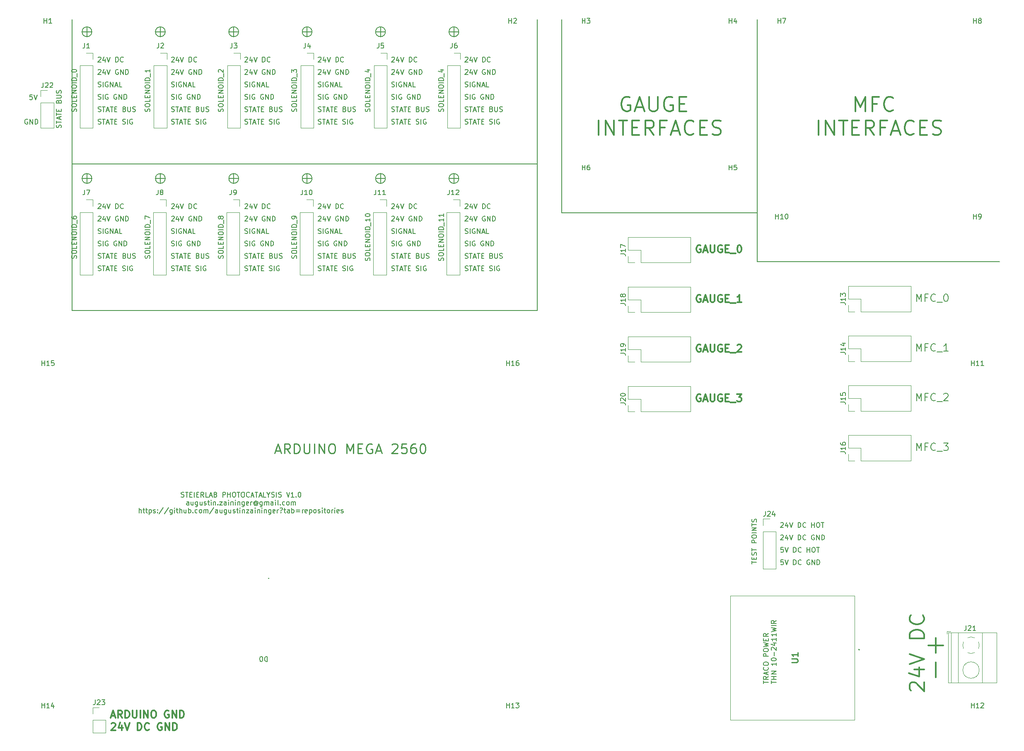
<source format=gbr>
%TF.GenerationSoftware,KiCad,Pcbnew,7.0.7*%
%TF.CreationDate,2024-02-22T12:48:11+00:00*%
%TF.ProjectId,baseBoard_rev0,62617365-426f-4617-9264-5f726576302e,rev?*%
%TF.SameCoordinates,Original*%
%TF.FileFunction,Legend,Top*%
%TF.FilePolarity,Positive*%
%FSLAX46Y46*%
G04 Gerber Fmt 4.6, Leading zero omitted, Abs format (unit mm)*
G04 Created by KiCad (PCBNEW 7.0.7) date 2024-02-22 12:48:11*
%MOMM*%
%LPD*%
G01*
G04 APERTURE LIST*
%ADD10C,0.150000*%
%ADD11C,0.300000*%
%ADD12C,0.200000*%
%ADD13C,0.250000*%
%ADD14C,0.254000*%
%ADD15C,0.120000*%
%ADD16C,0.100000*%
G04 APERTURE END LIST*
D10*
X32261904Y-98102200D02*
X32404761Y-98149819D01*
X32404761Y-98149819D02*
X32642856Y-98149819D01*
X32642856Y-98149819D02*
X32738094Y-98102200D01*
X32738094Y-98102200D02*
X32785713Y-98054580D01*
X32785713Y-98054580D02*
X32833332Y-97959342D01*
X32833332Y-97959342D02*
X32833332Y-97864104D01*
X32833332Y-97864104D02*
X32785713Y-97768866D01*
X32785713Y-97768866D02*
X32738094Y-97721247D01*
X32738094Y-97721247D02*
X32642856Y-97673628D01*
X32642856Y-97673628D02*
X32452380Y-97626009D01*
X32452380Y-97626009D02*
X32357142Y-97578390D01*
X32357142Y-97578390D02*
X32309523Y-97530771D01*
X32309523Y-97530771D02*
X32261904Y-97435533D01*
X32261904Y-97435533D02*
X32261904Y-97340295D01*
X32261904Y-97340295D02*
X32309523Y-97245057D01*
X32309523Y-97245057D02*
X32357142Y-97197438D01*
X32357142Y-97197438D02*
X32452380Y-97149819D01*
X32452380Y-97149819D02*
X32690475Y-97149819D01*
X32690475Y-97149819D02*
X32833332Y-97197438D01*
X33119047Y-97149819D02*
X33690475Y-97149819D01*
X33404761Y-98149819D02*
X33404761Y-97149819D01*
X34023809Y-97626009D02*
X34357142Y-97626009D01*
X34499999Y-98149819D02*
X34023809Y-98149819D01*
X34023809Y-98149819D02*
X34023809Y-97149819D01*
X34023809Y-97149819D02*
X34499999Y-97149819D01*
X34928571Y-98149819D02*
X34928571Y-97149819D01*
X35404761Y-97626009D02*
X35738094Y-97626009D01*
X35880951Y-98149819D02*
X35404761Y-98149819D01*
X35404761Y-98149819D02*
X35404761Y-97149819D01*
X35404761Y-97149819D02*
X35880951Y-97149819D01*
X36880951Y-98149819D02*
X36547618Y-97673628D01*
X36309523Y-98149819D02*
X36309523Y-97149819D01*
X36309523Y-97149819D02*
X36690475Y-97149819D01*
X36690475Y-97149819D02*
X36785713Y-97197438D01*
X36785713Y-97197438D02*
X36833332Y-97245057D01*
X36833332Y-97245057D02*
X36880951Y-97340295D01*
X36880951Y-97340295D02*
X36880951Y-97483152D01*
X36880951Y-97483152D02*
X36833332Y-97578390D01*
X36833332Y-97578390D02*
X36785713Y-97626009D01*
X36785713Y-97626009D02*
X36690475Y-97673628D01*
X36690475Y-97673628D02*
X36309523Y-97673628D01*
X37785713Y-98149819D02*
X37309523Y-98149819D01*
X37309523Y-98149819D02*
X37309523Y-97149819D01*
X38071428Y-97864104D02*
X38547618Y-97864104D01*
X37976190Y-98149819D02*
X38309523Y-97149819D01*
X38309523Y-97149819D02*
X38642856Y-98149819D01*
X39309523Y-97626009D02*
X39452380Y-97673628D01*
X39452380Y-97673628D02*
X39499999Y-97721247D01*
X39499999Y-97721247D02*
X39547618Y-97816485D01*
X39547618Y-97816485D02*
X39547618Y-97959342D01*
X39547618Y-97959342D02*
X39499999Y-98054580D01*
X39499999Y-98054580D02*
X39452380Y-98102200D01*
X39452380Y-98102200D02*
X39357142Y-98149819D01*
X39357142Y-98149819D02*
X38976190Y-98149819D01*
X38976190Y-98149819D02*
X38976190Y-97149819D01*
X38976190Y-97149819D02*
X39309523Y-97149819D01*
X39309523Y-97149819D02*
X39404761Y-97197438D01*
X39404761Y-97197438D02*
X39452380Y-97245057D01*
X39452380Y-97245057D02*
X39499999Y-97340295D01*
X39499999Y-97340295D02*
X39499999Y-97435533D01*
X39499999Y-97435533D02*
X39452380Y-97530771D01*
X39452380Y-97530771D02*
X39404761Y-97578390D01*
X39404761Y-97578390D02*
X39309523Y-97626009D01*
X39309523Y-97626009D02*
X38976190Y-97626009D01*
X40738095Y-98149819D02*
X40738095Y-97149819D01*
X40738095Y-97149819D02*
X41119047Y-97149819D01*
X41119047Y-97149819D02*
X41214285Y-97197438D01*
X41214285Y-97197438D02*
X41261904Y-97245057D01*
X41261904Y-97245057D02*
X41309523Y-97340295D01*
X41309523Y-97340295D02*
X41309523Y-97483152D01*
X41309523Y-97483152D02*
X41261904Y-97578390D01*
X41261904Y-97578390D02*
X41214285Y-97626009D01*
X41214285Y-97626009D02*
X41119047Y-97673628D01*
X41119047Y-97673628D02*
X40738095Y-97673628D01*
X41738095Y-98149819D02*
X41738095Y-97149819D01*
X41738095Y-97626009D02*
X42309523Y-97626009D01*
X42309523Y-98149819D02*
X42309523Y-97149819D01*
X42976190Y-97149819D02*
X43166666Y-97149819D01*
X43166666Y-97149819D02*
X43261904Y-97197438D01*
X43261904Y-97197438D02*
X43357142Y-97292676D01*
X43357142Y-97292676D02*
X43404761Y-97483152D01*
X43404761Y-97483152D02*
X43404761Y-97816485D01*
X43404761Y-97816485D02*
X43357142Y-98006961D01*
X43357142Y-98006961D02*
X43261904Y-98102200D01*
X43261904Y-98102200D02*
X43166666Y-98149819D01*
X43166666Y-98149819D02*
X42976190Y-98149819D01*
X42976190Y-98149819D02*
X42880952Y-98102200D01*
X42880952Y-98102200D02*
X42785714Y-98006961D01*
X42785714Y-98006961D02*
X42738095Y-97816485D01*
X42738095Y-97816485D02*
X42738095Y-97483152D01*
X42738095Y-97483152D02*
X42785714Y-97292676D01*
X42785714Y-97292676D02*
X42880952Y-97197438D01*
X42880952Y-97197438D02*
X42976190Y-97149819D01*
X43690476Y-97149819D02*
X44261904Y-97149819D01*
X43976190Y-98149819D02*
X43976190Y-97149819D01*
X44785714Y-97149819D02*
X44976190Y-97149819D01*
X44976190Y-97149819D02*
X45071428Y-97197438D01*
X45071428Y-97197438D02*
X45166666Y-97292676D01*
X45166666Y-97292676D02*
X45214285Y-97483152D01*
X45214285Y-97483152D02*
X45214285Y-97816485D01*
X45214285Y-97816485D02*
X45166666Y-98006961D01*
X45166666Y-98006961D02*
X45071428Y-98102200D01*
X45071428Y-98102200D02*
X44976190Y-98149819D01*
X44976190Y-98149819D02*
X44785714Y-98149819D01*
X44785714Y-98149819D02*
X44690476Y-98102200D01*
X44690476Y-98102200D02*
X44595238Y-98006961D01*
X44595238Y-98006961D02*
X44547619Y-97816485D01*
X44547619Y-97816485D02*
X44547619Y-97483152D01*
X44547619Y-97483152D02*
X44595238Y-97292676D01*
X44595238Y-97292676D02*
X44690476Y-97197438D01*
X44690476Y-97197438D02*
X44785714Y-97149819D01*
X46214285Y-98054580D02*
X46166666Y-98102200D01*
X46166666Y-98102200D02*
X46023809Y-98149819D01*
X46023809Y-98149819D02*
X45928571Y-98149819D01*
X45928571Y-98149819D02*
X45785714Y-98102200D01*
X45785714Y-98102200D02*
X45690476Y-98006961D01*
X45690476Y-98006961D02*
X45642857Y-97911723D01*
X45642857Y-97911723D02*
X45595238Y-97721247D01*
X45595238Y-97721247D02*
X45595238Y-97578390D01*
X45595238Y-97578390D02*
X45642857Y-97387914D01*
X45642857Y-97387914D02*
X45690476Y-97292676D01*
X45690476Y-97292676D02*
X45785714Y-97197438D01*
X45785714Y-97197438D02*
X45928571Y-97149819D01*
X45928571Y-97149819D02*
X46023809Y-97149819D01*
X46023809Y-97149819D02*
X46166666Y-97197438D01*
X46166666Y-97197438D02*
X46214285Y-97245057D01*
X46595238Y-97864104D02*
X47071428Y-97864104D01*
X46500000Y-98149819D02*
X46833333Y-97149819D01*
X46833333Y-97149819D02*
X47166666Y-98149819D01*
X47357143Y-97149819D02*
X47928571Y-97149819D01*
X47642857Y-98149819D02*
X47642857Y-97149819D01*
X48214286Y-97864104D02*
X48690476Y-97864104D01*
X48119048Y-98149819D02*
X48452381Y-97149819D01*
X48452381Y-97149819D02*
X48785714Y-98149819D01*
X49595238Y-98149819D02*
X49119048Y-98149819D01*
X49119048Y-98149819D02*
X49119048Y-97149819D01*
X50119048Y-97673628D02*
X50119048Y-98149819D01*
X49785715Y-97149819D02*
X50119048Y-97673628D01*
X50119048Y-97673628D02*
X50452381Y-97149819D01*
X50738096Y-98102200D02*
X50880953Y-98149819D01*
X50880953Y-98149819D02*
X51119048Y-98149819D01*
X51119048Y-98149819D02*
X51214286Y-98102200D01*
X51214286Y-98102200D02*
X51261905Y-98054580D01*
X51261905Y-98054580D02*
X51309524Y-97959342D01*
X51309524Y-97959342D02*
X51309524Y-97864104D01*
X51309524Y-97864104D02*
X51261905Y-97768866D01*
X51261905Y-97768866D02*
X51214286Y-97721247D01*
X51214286Y-97721247D02*
X51119048Y-97673628D01*
X51119048Y-97673628D02*
X50928572Y-97626009D01*
X50928572Y-97626009D02*
X50833334Y-97578390D01*
X50833334Y-97578390D02*
X50785715Y-97530771D01*
X50785715Y-97530771D02*
X50738096Y-97435533D01*
X50738096Y-97435533D02*
X50738096Y-97340295D01*
X50738096Y-97340295D02*
X50785715Y-97245057D01*
X50785715Y-97245057D02*
X50833334Y-97197438D01*
X50833334Y-97197438D02*
X50928572Y-97149819D01*
X50928572Y-97149819D02*
X51166667Y-97149819D01*
X51166667Y-97149819D02*
X51309524Y-97197438D01*
X51738096Y-98149819D02*
X51738096Y-97149819D01*
X52166667Y-98102200D02*
X52309524Y-98149819D01*
X52309524Y-98149819D02*
X52547619Y-98149819D01*
X52547619Y-98149819D02*
X52642857Y-98102200D01*
X52642857Y-98102200D02*
X52690476Y-98054580D01*
X52690476Y-98054580D02*
X52738095Y-97959342D01*
X52738095Y-97959342D02*
X52738095Y-97864104D01*
X52738095Y-97864104D02*
X52690476Y-97768866D01*
X52690476Y-97768866D02*
X52642857Y-97721247D01*
X52642857Y-97721247D02*
X52547619Y-97673628D01*
X52547619Y-97673628D02*
X52357143Y-97626009D01*
X52357143Y-97626009D02*
X52261905Y-97578390D01*
X52261905Y-97578390D02*
X52214286Y-97530771D01*
X52214286Y-97530771D02*
X52166667Y-97435533D01*
X52166667Y-97435533D02*
X52166667Y-97340295D01*
X52166667Y-97340295D02*
X52214286Y-97245057D01*
X52214286Y-97245057D02*
X52261905Y-97197438D01*
X52261905Y-97197438D02*
X52357143Y-97149819D01*
X52357143Y-97149819D02*
X52595238Y-97149819D01*
X52595238Y-97149819D02*
X52738095Y-97197438D01*
X53785715Y-97149819D02*
X54119048Y-98149819D01*
X54119048Y-98149819D02*
X54452381Y-97149819D01*
X55309524Y-98149819D02*
X54738096Y-98149819D01*
X55023810Y-98149819D02*
X55023810Y-97149819D01*
X55023810Y-97149819D02*
X54928572Y-97292676D01*
X54928572Y-97292676D02*
X54833334Y-97387914D01*
X54833334Y-97387914D02*
X54738096Y-97435533D01*
X55738096Y-98054580D02*
X55785715Y-98102200D01*
X55785715Y-98102200D02*
X55738096Y-98149819D01*
X55738096Y-98149819D02*
X55690477Y-98102200D01*
X55690477Y-98102200D02*
X55738096Y-98054580D01*
X55738096Y-98054580D02*
X55738096Y-98149819D01*
X56404762Y-97149819D02*
X56500000Y-97149819D01*
X56500000Y-97149819D02*
X56595238Y-97197438D01*
X56595238Y-97197438D02*
X56642857Y-97245057D01*
X56642857Y-97245057D02*
X56690476Y-97340295D01*
X56690476Y-97340295D02*
X56738095Y-97530771D01*
X56738095Y-97530771D02*
X56738095Y-97768866D01*
X56738095Y-97768866D02*
X56690476Y-97959342D01*
X56690476Y-97959342D02*
X56642857Y-98054580D01*
X56642857Y-98054580D02*
X56595238Y-98102200D01*
X56595238Y-98102200D02*
X56500000Y-98149819D01*
X56500000Y-98149819D02*
X56404762Y-98149819D01*
X56404762Y-98149819D02*
X56309524Y-98102200D01*
X56309524Y-98102200D02*
X56261905Y-98054580D01*
X56261905Y-98054580D02*
X56214286Y-97959342D01*
X56214286Y-97959342D02*
X56166667Y-97768866D01*
X56166667Y-97768866D02*
X56166667Y-97530771D01*
X56166667Y-97530771D02*
X56214286Y-97340295D01*
X56214286Y-97340295D02*
X56261905Y-97245057D01*
X56261905Y-97245057D02*
X56309524Y-97197438D01*
X56309524Y-97197438D02*
X56404762Y-97149819D01*
X33809524Y-99759819D02*
X33809524Y-99236009D01*
X33809524Y-99236009D02*
X33761905Y-99140771D01*
X33761905Y-99140771D02*
X33666667Y-99093152D01*
X33666667Y-99093152D02*
X33476191Y-99093152D01*
X33476191Y-99093152D02*
X33380953Y-99140771D01*
X33809524Y-99712200D02*
X33714286Y-99759819D01*
X33714286Y-99759819D02*
X33476191Y-99759819D01*
X33476191Y-99759819D02*
X33380953Y-99712200D01*
X33380953Y-99712200D02*
X33333334Y-99616961D01*
X33333334Y-99616961D02*
X33333334Y-99521723D01*
X33333334Y-99521723D02*
X33380953Y-99426485D01*
X33380953Y-99426485D02*
X33476191Y-99378866D01*
X33476191Y-99378866D02*
X33714286Y-99378866D01*
X33714286Y-99378866D02*
X33809524Y-99331247D01*
X34714286Y-99093152D02*
X34714286Y-99759819D01*
X34285715Y-99093152D02*
X34285715Y-99616961D01*
X34285715Y-99616961D02*
X34333334Y-99712200D01*
X34333334Y-99712200D02*
X34428572Y-99759819D01*
X34428572Y-99759819D02*
X34571429Y-99759819D01*
X34571429Y-99759819D02*
X34666667Y-99712200D01*
X34666667Y-99712200D02*
X34714286Y-99664580D01*
X35619048Y-99093152D02*
X35619048Y-99902676D01*
X35619048Y-99902676D02*
X35571429Y-99997914D01*
X35571429Y-99997914D02*
X35523810Y-100045533D01*
X35523810Y-100045533D02*
X35428572Y-100093152D01*
X35428572Y-100093152D02*
X35285715Y-100093152D01*
X35285715Y-100093152D02*
X35190477Y-100045533D01*
X35619048Y-99712200D02*
X35523810Y-99759819D01*
X35523810Y-99759819D02*
X35333334Y-99759819D01*
X35333334Y-99759819D02*
X35238096Y-99712200D01*
X35238096Y-99712200D02*
X35190477Y-99664580D01*
X35190477Y-99664580D02*
X35142858Y-99569342D01*
X35142858Y-99569342D02*
X35142858Y-99283628D01*
X35142858Y-99283628D02*
X35190477Y-99188390D01*
X35190477Y-99188390D02*
X35238096Y-99140771D01*
X35238096Y-99140771D02*
X35333334Y-99093152D01*
X35333334Y-99093152D02*
X35523810Y-99093152D01*
X35523810Y-99093152D02*
X35619048Y-99140771D01*
X36523810Y-99093152D02*
X36523810Y-99759819D01*
X36095239Y-99093152D02*
X36095239Y-99616961D01*
X36095239Y-99616961D02*
X36142858Y-99712200D01*
X36142858Y-99712200D02*
X36238096Y-99759819D01*
X36238096Y-99759819D02*
X36380953Y-99759819D01*
X36380953Y-99759819D02*
X36476191Y-99712200D01*
X36476191Y-99712200D02*
X36523810Y-99664580D01*
X36952382Y-99712200D02*
X37047620Y-99759819D01*
X37047620Y-99759819D02*
X37238096Y-99759819D01*
X37238096Y-99759819D02*
X37333334Y-99712200D01*
X37333334Y-99712200D02*
X37380953Y-99616961D01*
X37380953Y-99616961D02*
X37380953Y-99569342D01*
X37380953Y-99569342D02*
X37333334Y-99474104D01*
X37333334Y-99474104D02*
X37238096Y-99426485D01*
X37238096Y-99426485D02*
X37095239Y-99426485D01*
X37095239Y-99426485D02*
X37000001Y-99378866D01*
X37000001Y-99378866D02*
X36952382Y-99283628D01*
X36952382Y-99283628D02*
X36952382Y-99236009D01*
X36952382Y-99236009D02*
X37000001Y-99140771D01*
X37000001Y-99140771D02*
X37095239Y-99093152D01*
X37095239Y-99093152D02*
X37238096Y-99093152D01*
X37238096Y-99093152D02*
X37333334Y-99140771D01*
X37666668Y-99093152D02*
X38047620Y-99093152D01*
X37809525Y-98759819D02*
X37809525Y-99616961D01*
X37809525Y-99616961D02*
X37857144Y-99712200D01*
X37857144Y-99712200D02*
X37952382Y-99759819D01*
X37952382Y-99759819D02*
X38047620Y-99759819D01*
X38380954Y-99759819D02*
X38380954Y-99093152D01*
X38380954Y-98759819D02*
X38333335Y-98807438D01*
X38333335Y-98807438D02*
X38380954Y-98855057D01*
X38380954Y-98855057D02*
X38428573Y-98807438D01*
X38428573Y-98807438D02*
X38380954Y-98759819D01*
X38380954Y-98759819D02*
X38380954Y-98855057D01*
X38857144Y-99093152D02*
X38857144Y-99759819D01*
X38857144Y-99188390D02*
X38904763Y-99140771D01*
X38904763Y-99140771D02*
X39000001Y-99093152D01*
X39000001Y-99093152D02*
X39142858Y-99093152D01*
X39142858Y-99093152D02*
X39238096Y-99140771D01*
X39238096Y-99140771D02*
X39285715Y-99236009D01*
X39285715Y-99236009D02*
X39285715Y-99759819D01*
X39761906Y-99664580D02*
X39809525Y-99712200D01*
X39809525Y-99712200D02*
X39761906Y-99759819D01*
X39761906Y-99759819D02*
X39714287Y-99712200D01*
X39714287Y-99712200D02*
X39761906Y-99664580D01*
X39761906Y-99664580D02*
X39761906Y-99759819D01*
X40142858Y-99093152D02*
X40666667Y-99093152D01*
X40666667Y-99093152D02*
X40142858Y-99759819D01*
X40142858Y-99759819D02*
X40666667Y-99759819D01*
X41476191Y-99759819D02*
X41476191Y-99236009D01*
X41476191Y-99236009D02*
X41428572Y-99140771D01*
X41428572Y-99140771D02*
X41333334Y-99093152D01*
X41333334Y-99093152D02*
X41142858Y-99093152D01*
X41142858Y-99093152D02*
X41047620Y-99140771D01*
X41476191Y-99712200D02*
X41380953Y-99759819D01*
X41380953Y-99759819D02*
X41142858Y-99759819D01*
X41142858Y-99759819D02*
X41047620Y-99712200D01*
X41047620Y-99712200D02*
X41000001Y-99616961D01*
X41000001Y-99616961D02*
X41000001Y-99521723D01*
X41000001Y-99521723D02*
X41047620Y-99426485D01*
X41047620Y-99426485D02*
X41142858Y-99378866D01*
X41142858Y-99378866D02*
X41380953Y-99378866D01*
X41380953Y-99378866D02*
X41476191Y-99331247D01*
X41952382Y-99759819D02*
X41952382Y-99093152D01*
X41952382Y-98759819D02*
X41904763Y-98807438D01*
X41904763Y-98807438D02*
X41952382Y-98855057D01*
X41952382Y-98855057D02*
X42000001Y-98807438D01*
X42000001Y-98807438D02*
X41952382Y-98759819D01*
X41952382Y-98759819D02*
X41952382Y-98855057D01*
X42428572Y-99093152D02*
X42428572Y-99759819D01*
X42428572Y-99188390D02*
X42476191Y-99140771D01*
X42476191Y-99140771D02*
X42571429Y-99093152D01*
X42571429Y-99093152D02*
X42714286Y-99093152D01*
X42714286Y-99093152D02*
X42809524Y-99140771D01*
X42809524Y-99140771D02*
X42857143Y-99236009D01*
X42857143Y-99236009D02*
X42857143Y-99759819D01*
X43333334Y-99759819D02*
X43333334Y-99093152D01*
X43333334Y-98759819D02*
X43285715Y-98807438D01*
X43285715Y-98807438D02*
X43333334Y-98855057D01*
X43333334Y-98855057D02*
X43380953Y-98807438D01*
X43380953Y-98807438D02*
X43333334Y-98759819D01*
X43333334Y-98759819D02*
X43333334Y-98855057D01*
X43809524Y-99093152D02*
X43809524Y-99759819D01*
X43809524Y-99188390D02*
X43857143Y-99140771D01*
X43857143Y-99140771D02*
X43952381Y-99093152D01*
X43952381Y-99093152D02*
X44095238Y-99093152D01*
X44095238Y-99093152D02*
X44190476Y-99140771D01*
X44190476Y-99140771D02*
X44238095Y-99236009D01*
X44238095Y-99236009D02*
X44238095Y-99759819D01*
X45142857Y-99093152D02*
X45142857Y-99902676D01*
X45142857Y-99902676D02*
X45095238Y-99997914D01*
X45095238Y-99997914D02*
X45047619Y-100045533D01*
X45047619Y-100045533D02*
X44952381Y-100093152D01*
X44952381Y-100093152D02*
X44809524Y-100093152D01*
X44809524Y-100093152D02*
X44714286Y-100045533D01*
X45142857Y-99712200D02*
X45047619Y-99759819D01*
X45047619Y-99759819D02*
X44857143Y-99759819D01*
X44857143Y-99759819D02*
X44761905Y-99712200D01*
X44761905Y-99712200D02*
X44714286Y-99664580D01*
X44714286Y-99664580D02*
X44666667Y-99569342D01*
X44666667Y-99569342D02*
X44666667Y-99283628D01*
X44666667Y-99283628D02*
X44714286Y-99188390D01*
X44714286Y-99188390D02*
X44761905Y-99140771D01*
X44761905Y-99140771D02*
X44857143Y-99093152D01*
X44857143Y-99093152D02*
X45047619Y-99093152D01*
X45047619Y-99093152D02*
X45142857Y-99140771D01*
X46000000Y-99712200D02*
X45904762Y-99759819D01*
X45904762Y-99759819D02*
X45714286Y-99759819D01*
X45714286Y-99759819D02*
X45619048Y-99712200D01*
X45619048Y-99712200D02*
X45571429Y-99616961D01*
X45571429Y-99616961D02*
X45571429Y-99236009D01*
X45571429Y-99236009D02*
X45619048Y-99140771D01*
X45619048Y-99140771D02*
X45714286Y-99093152D01*
X45714286Y-99093152D02*
X45904762Y-99093152D01*
X45904762Y-99093152D02*
X46000000Y-99140771D01*
X46000000Y-99140771D02*
X46047619Y-99236009D01*
X46047619Y-99236009D02*
X46047619Y-99331247D01*
X46047619Y-99331247D02*
X45571429Y-99426485D01*
X46476191Y-99759819D02*
X46476191Y-99093152D01*
X46476191Y-99283628D02*
X46523810Y-99188390D01*
X46523810Y-99188390D02*
X46571429Y-99140771D01*
X46571429Y-99140771D02*
X46666667Y-99093152D01*
X46666667Y-99093152D02*
X46761905Y-99093152D01*
X47714286Y-99283628D02*
X47666667Y-99236009D01*
X47666667Y-99236009D02*
X47571429Y-99188390D01*
X47571429Y-99188390D02*
X47476191Y-99188390D01*
X47476191Y-99188390D02*
X47380953Y-99236009D01*
X47380953Y-99236009D02*
X47333334Y-99283628D01*
X47333334Y-99283628D02*
X47285715Y-99378866D01*
X47285715Y-99378866D02*
X47285715Y-99474104D01*
X47285715Y-99474104D02*
X47333334Y-99569342D01*
X47333334Y-99569342D02*
X47380953Y-99616961D01*
X47380953Y-99616961D02*
X47476191Y-99664580D01*
X47476191Y-99664580D02*
X47571429Y-99664580D01*
X47571429Y-99664580D02*
X47666667Y-99616961D01*
X47666667Y-99616961D02*
X47714286Y-99569342D01*
X47714286Y-99188390D02*
X47714286Y-99569342D01*
X47714286Y-99569342D02*
X47761905Y-99616961D01*
X47761905Y-99616961D02*
X47809524Y-99616961D01*
X47809524Y-99616961D02*
X47904763Y-99569342D01*
X47904763Y-99569342D02*
X47952382Y-99474104D01*
X47952382Y-99474104D02*
X47952382Y-99236009D01*
X47952382Y-99236009D02*
X47857144Y-99093152D01*
X47857144Y-99093152D02*
X47714286Y-98997914D01*
X47714286Y-98997914D02*
X47523810Y-98950295D01*
X47523810Y-98950295D02*
X47333334Y-98997914D01*
X47333334Y-98997914D02*
X47190477Y-99093152D01*
X47190477Y-99093152D02*
X47095239Y-99236009D01*
X47095239Y-99236009D02*
X47047620Y-99426485D01*
X47047620Y-99426485D02*
X47095239Y-99616961D01*
X47095239Y-99616961D02*
X47190477Y-99759819D01*
X47190477Y-99759819D02*
X47333334Y-99855057D01*
X47333334Y-99855057D02*
X47523810Y-99902676D01*
X47523810Y-99902676D02*
X47714286Y-99855057D01*
X47714286Y-99855057D02*
X47857144Y-99759819D01*
X48809524Y-99093152D02*
X48809524Y-99902676D01*
X48809524Y-99902676D02*
X48761905Y-99997914D01*
X48761905Y-99997914D02*
X48714286Y-100045533D01*
X48714286Y-100045533D02*
X48619048Y-100093152D01*
X48619048Y-100093152D02*
X48476191Y-100093152D01*
X48476191Y-100093152D02*
X48380953Y-100045533D01*
X48809524Y-99712200D02*
X48714286Y-99759819D01*
X48714286Y-99759819D02*
X48523810Y-99759819D01*
X48523810Y-99759819D02*
X48428572Y-99712200D01*
X48428572Y-99712200D02*
X48380953Y-99664580D01*
X48380953Y-99664580D02*
X48333334Y-99569342D01*
X48333334Y-99569342D02*
X48333334Y-99283628D01*
X48333334Y-99283628D02*
X48380953Y-99188390D01*
X48380953Y-99188390D02*
X48428572Y-99140771D01*
X48428572Y-99140771D02*
X48523810Y-99093152D01*
X48523810Y-99093152D02*
X48714286Y-99093152D01*
X48714286Y-99093152D02*
X48809524Y-99140771D01*
X49285715Y-99759819D02*
X49285715Y-99093152D01*
X49285715Y-99188390D02*
X49333334Y-99140771D01*
X49333334Y-99140771D02*
X49428572Y-99093152D01*
X49428572Y-99093152D02*
X49571429Y-99093152D01*
X49571429Y-99093152D02*
X49666667Y-99140771D01*
X49666667Y-99140771D02*
X49714286Y-99236009D01*
X49714286Y-99236009D02*
X49714286Y-99759819D01*
X49714286Y-99236009D02*
X49761905Y-99140771D01*
X49761905Y-99140771D02*
X49857143Y-99093152D01*
X49857143Y-99093152D02*
X50000000Y-99093152D01*
X50000000Y-99093152D02*
X50095239Y-99140771D01*
X50095239Y-99140771D02*
X50142858Y-99236009D01*
X50142858Y-99236009D02*
X50142858Y-99759819D01*
X51047619Y-99759819D02*
X51047619Y-99236009D01*
X51047619Y-99236009D02*
X51000000Y-99140771D01*
X51000000Y-99140771D02*
X50904762Y-99093152D01*
X50904762Y-99093152D02*
X50714286Y-99093152D01*
X50714286Y-99093152D02*
X50619048Y-99140771D01*
X51047619Y-99712200D02*
X50952381Y-99759819D01*
X50952381Y-99759819D02*
X50714286Y-99759819D01*
X50714286Y-99759819D02*
X50619048Y-99712200D01*
X50619048Y-99712200D02*
X50571429Y-99616961D01*
X50571429Y-99616961D02*
X50571429Y-99521723D01*
X50571429Y-99521723D02*
X50619048Y-99426485D01*
X50619048Y-99426485D02*
X50714286Y-99378866D01*
X50714286Y-99378866D02*
X50952381Y-99378866D01*
X50952381Y-99378866D02*
X51047619Y-99331247D01*
X51523810Y-99759819D02*
X51523810Y-99093152D01*
X51523810Y-98759819D02*
X51476191Y-98807438D01*
X51476191Y-98807438D02*
X51523810Y-98855057D01*
X51523810Y-98855057D02*
X51571429Y-98807438D01*
X51571429Y-98807438D02*
X51523810Y-98759819D01*
X51523810Y-98759819D02*
X51523810Y-98855057D01*
X52142857Y-99759819D02*
X52047619Y-99712200D01*
X52047619Y-99712200D02*
X52000000Y-99616961D01*
X52000000Y-99616961D02*
X52000000Y-98759819D01*
X52523810Y-99664580D02*
X52571429Y-99712200D01*
X52571429Y-99712200D02*
X52523810Y-99759819D01*
X52523810Y-99759819D02*
X52476191Y-99712200D01*
X52476191Y-99712200D02*
X52523810Y-99664580D01*
X52523810Y-99664580D02*
X52523810Y-99759819D01*
X53428571Y-99712200D02*
X53333333Y-99759819D01*
X53333333Y-99759819D02*
X53142857Y-99759819D01*
X53142857Y-99759819D02*
X53047619Y-99712200D01*
X53047619Y-99712200D02*
X53000000Y-99664580D01*
X53000000Y-99664580D02*
X52952381Y-99569342D01*
X52952381Y-99569342D02*
X52952381Y-99283628D01*
X52952381Y-99283628D02*
X53000000Y-99188390D01*
X53000000Y-99188390D02*
X53047619Y-99140771D01*
X53047619Y-99140771D02*
X53142857Y-99093152D01*
X53142857Y-99093152D02*
X53333333Y-99093152D01*
X53333333Y-99093152D02*
X53428571Y-99140771D01*
X54000000Y-99759819D02*
X53904762Y-99712200D01*
X53904762Y-99712200D02*
X53857143Y-99664580D01*
X53857143Y-99664580D02*
X53809524Y-99569342D01*
X53809524Y-99569342D02*
X53809524Y-99283628D01*
X53809524Y-99283628D02*
X53857143Y-99188390D01*
X53857143Y-99188390D02*
X53904762Y-99140771D01*
X53904762Y-99140771D02*
X54000000Y-99093152D01*
X54000000Y-99093152D02*
X54142857Y-99093152D01*
X54142857Y-99093152D02*
X54238095Y-99140771D01*
X54238095Y-99140771D02*
X54285714Y-99188390D01*
X54285714Y-99188390D02*
X54333333Y-99283628D01*
X54333333Y-99283628D02*
X54333333Y-99569342D01*
X54333333Y-99569342D02*
X54285714Y-99664580D01*
X54285714Y-99664580D02*
X54238095Y-99712200D01*
X54238095Y-99712200D02*
X54142857Y-99759819D01*
X54142857Y-99759819D02*
X54000000Y-99759819D01*
X54761905Y-99759819D02*
X54761905Y-99093152D01*
X54761905Y-99188390D02*
X54809524Y-99140771D01*
X54809524Y-99140771D02*
X54904762Y-99093152D01*
X54904762Y-99093152D02*
X55047619Y-99093152D01*
X55047619Y-99093152D02*
X55142857Y-99140771D01*
X55142857Y-99140771D02*
X55190476Y-99236009D01*
X55190476Y-99236009D02*
X55190476Y-99759819D01*
X55190476Y-99236009D02*
X55238095Y-99140771D01*
X55238095Y-99140771D02*
X55333333Y-99093152D01*
X55333333Y-99093152D02*
X55476190Y-99093152D01*
X55476190Y-99093152D02*
X55571429Y-99140771D01*
X55571429Y-99140771D02*
X55619048Y-99236009D01*
X55619048Y-99236009D02*
X55619048Y-99759819D01*
X23666665Y-101369819D02*
X23666665Y-100369819D01*
X24095236Y-101369819D02*
X24095236Y-100846009D01*
X24095236Y-100846009D02*
X24047617Y-100750771D01*
X24047617Y-100750771D02*
X23952379Y-100703152D01*
X23952379Y-100703152D02*
X23809522Y-100703152D01*
X23809522Y-100703152D02*
X23714284Y-100750771D01*
X23714284Y-100750771D02*
X23666665Y-100798390D01*
X24428570Y-100703152D02*
X24809522Y-100703152D01*
X24571427Y-100369819D02*
X24571427Y-101226961D01*
X24571427Y-101226961D02*
X24619046Y-101322200D01*
X24619046Y-101322200D02*
X24714284Y-101369819D01*
X24714284Y-101369819D02*
X24809522Y-101369819D01*
X24999999Y-100703152D02*
X25380951Y-100703152D01*
X25142856Y-100369819D02*
X25142856Y-101226961D01*
X25142856Y-101226961D02*
X25190475Y-101322200D01*
X25190475Y-101322200D02*
X25285713Y-101369819D01*
X25285713Y-101369819D02*
X25380951Y-101369819D01*
X25714285Y-100703152D02*
X25714285Y-101703152D01*
X25714285Y-100750771D02*
X25809523Y-100703152D01*
X25809523Y-100703152D02*
X25999999Y-100703152D01*
X25999999Y-100703152D02*
X26095237Y-100750771D01*
X26095237Y-100750771D02*
X26142856Y-100798390D01*
X26142856Y-100798390D02*
X26190475Y-100893628D01*
X26190475Y-100893628D02*
X26190475Y-101179342D01*
X26190475Y-101179342D02*
X26142856Y-101274580D01*
X26142856Y-101274580D02*
X26095237Y-101322200D01*
X26095237Y-101322200D02*
X25999999Y-101369819D01*
X25999999Y-101369819D02*
X25809523Y-101369819D01*
X25809523Y-101369819D02*
X25714285Y-101322200D01*
X26571428Y-101322200D02*
X26666666Y-101369819D01*
X26666666Y-101369819D02*
X26857142Y-101369819D01*
X26857142Y-101369819D02*
X26952380Y-101322200D01*
X26952380Y-101322200D02*
X26999999Y-101226961D01*
X26999999Y-101226961D02*
X26999999Y-101179342D01*
X26999999Y-101179342D02*
X26952380Y-101084104D01*
X26952380Y-101084104D02*
X26857142Y-101036485D01*
X26857142Y-101036485D02*
X26714285Y-101036485D01*
X26714285Y-101036485D02*
X26619047Y-100988866D01*
X26619047Y-100988866D02*
X26571428Y-100893628D01*
X26571428Y-100893628D02*
X26571428Y-100846009D01*
X26571428Y-100846009D02*
X26619047Y-100750771D01*
X26619047Y-100750771D02*
X26714285Y-100703152D01*
X26714285Y-100703152D02*
X26857142Y-100703152D01*
X26857142Y-100703152D02*
X26952380Y-100750771D01*
X27428571Y-101274580D02*
X27476190Y-101322200D01*
X27476190Y-101322200D02*
X27428571Y-101369819D01*
X27428571Y-101369819D02*
X27380952Y-101322200D01*
X27380952Y-101322200D02*
X27428571Y-101274580D01*
X27428571Y-101274580D02*
X27428571Y-101369819D01*
X27428571Y-100750771D02*
X27476190Y-100798390D01*
X27476190Y-100798390D02*
X27428571Y-100846009D01*
X27428571Y-100846009D02*
X27380952Y-100798390D01*
X27380952Y-100798390D02*
X27428571Y-100750771D01*
X27428571Y-100750771D02*
X27428571Y-100846009D01*
X28619046Y-100322200D02*
X27761904Y-101607914D01*
X29666665Y-100322200D02*
X28809523Y-101607914D01*
X30428570Y-100703152D02*
X30428570Y-101512676D01*
X30428570Y-101512676D02*
X30380951Y-101607914D01*
X30380951Y-101607914D02*
X30333332Y-101655533D01*
X30333332Y-101655533D02*
X30238094Y-101703152D01*
X30238094Y-101703152D02*
X30095237Y-101703152D01*
X30095237Y-101703152D02*
X29999999Y-101655533D01*
X30428570Y-101322200D02*
X30333332Y-101369819D01*
X30333332Y-101369819D02*
X30142856Y-101369819D01*
X30142856Y-101369819D02*
X30047618Y-101322200D01*
X30047618Y-101322200D02*
X29999999Y-101274580D01*
X29999999Y-101274580D02*
X29952380Y-101179342D01*
X29952380Y-101179342D02*
X29952380Y-100893628D01*
X29952380Y-100893628D02*
X29999999Y-100798390D01*
X29999999Y-100798390D02*
X30047618Y-100750771D01*
X30047618Y-100750771D02*
X30142856Y-100703152D01*
X30142856Y-100703152D02*
X30333332Y-100703152D01*
X30333332Y-100703152D02*
X30428570Y-100750771D01*
X30904761Y-101369819D02*
X30904761Y-100703152D01*
X30904761Y-100369819D02*
X30857142Y-100417438D01*
X30857142Y-100417438D02*
X30904761Y-100465057D01*
X30904761Y-100465057D02*
X30952380Y-100417438D01*
X30952380Y-100417438D02*
X30904761Y-100369819D01*
X30904761Y-100369819D02*
X30904761Y-100465057D01*
X31238094Y-100703152D02*
X31619046Y-100703152D01*
X31380951Y-100369819D02*
X31380951Y-101226961D01*
X31380951Y-101226961D02*
X31428570Y-101322200D01*
X31428570Y-101322200D02*
X31523808Y-101369819D01*
X31523808Y-101369819D02*
X31619046Y-101369819D01*
X31952380Y-101369819D02*
X31952380Y-100369819D01*
X32380951Y-101369819D02*
X32380951Y-100846009D01*
X32380951Y-100846009D02*
X32333332Y-100750771D01*
X32333332Y-100750771D02*
X32238094Y-100703152D01*
X32238094Y-100703152D02*
X32095237Y-100703152D01*
X32095237Y-100703152D02*
X31999999Y-100750771D01*
X31999999Y-100750771D02*
X31952380Y-100798390D01*
X33285713Y-100703152D02*
X33285713Y-101369819D01*
X32857142Y-100703152D02*
X32857142Y-101226961D01*
X32857142Y-101226961D02*
X32904761Y-101322200D01*
X32904761Y-101322200D02*
X32999999Y-101369819D01*
X32999999Y-101369819D02*
X33142856Y-101369819D01*
X33142856Y-101369819D02*
X33238094Y-101322200D01*
X33238094Y-101322200D02*
X33285713Y-101274580D01*
X33761904Y-101369819D02*
X33761904Y-100369819D01*
X33761904Y-100750771D02*
X33857142Y-100703152D01*
X33857142Y-100703152D02*
X34047618Y-100703152D01*
X34047618Y-100703152D02*
X34142856Y-100750771D01*
X34142856Y-100750771D02*
X34190475Y-100798390D01*
X34190475Y-100798390D02*
X34238094Y-100893628D01*
X34238094Y-100893628D02*
X34238094Y-101179342D01*
X34238094Y-101179342D02*
X34190475Y-101274580D01*
X34190475Y-101274580D02*
X34142856Y-101322200D01*
X34142856Y-101322200D02*
X34047618Y-101369819D01*
X34047618Y-101369819D02*
X33857142Y-101369819D01*
X33857142Y-101369819D02*
X33761904Y-101322200D01*
X34666666Y-101274580D02*
X34714285Y-101322200D01*
X34714285Y-101322200D02*
X34666666Y-101369819D01*
X34666666Y-101369819D02*
X34619047Y-101322200D01*
X34619047Y-101322200D02*
X34666666Y-101274580D01*
X34666666Y-101274580D02*
X34666666Y-101369819D01*
X35571427Y-101322200D02*
X35476189Y-101369819D01*
X35476189Y-101369819D02*
X35285713Y-101369819D01*
X35285713Y-101369819D02*
X35190475Y-101322200D01*
X35190475Y-101322200D02*
X35142856Y-101274580D01*
X35142856Y-101274580D02*
X35095237Y-101179342D01*
X35095237Y-101179342D02*
X35095237Y-100893628D01*
X35095237Y-100893628D02*
X35142856Y-100798390D01*
X35142856Y-100798390D02*
X35190475Y-100750771D01*
X35190475Y-100750771D02*
X35285713Y-100703152D01*
X35285713Y-100703152D02*
X35476189Y-100703152D01*
X35476189Y-100703152D02*
X35571427Y-100750771D01*
X36142856Y-101369819D02*
X36047618Y-101322200D01*
X36047618Y-101322200D02*
X35999999Y-101274580D01*
X35999999Y-101274580D02*
X35952380Y-101179342D01*
X35952380Y-101179342D02*
X35952380Y-100893628D01*
X35952380Y-100893628D02*
X35999999Y-100798390D01*
X35999999Y-100798390D02*
X36047618Y-100750771D01*
X36047618Y-100750771D02*
X36142856Y-100703152D01*
X36142856Y-100703152D02*
X36285713Y-100703152D01*
X36285713Y-100703152D02*
X36380951Y-100750771D01*
X36380951Y-100750771D02*
X36428570Y-100798390D01*
X36428570Y-100798390D02*
X36476189Y-100893628D01*
X36476189Y-100893628D02*
X36476189Y-101179342D01*
X36476189Y-101179342D02*
X36428570Y-101274580D01*
X36428570Y-101274580D02*
X36380951Y-101322200D01*
X36380951Y-101322200D02*
X36285713Y-101369819D01*
X36285713Y-101369819D02*
X36142856Y-101369819D01*
X36904761Y-101369819D02*
X36904761Y-100703152D01*
X36904761Y-100798390D02*
X36952380Y-100750771D01*
X36952380Y-100750771D02*
X37047618Y-100703152D01*
X37047618Y-100703152D02*
X37190475Y-100703152D01*
X37190475Y-100703152D02*
X37285713Y-100750771D01*
X37285713Y-100750771D02*
X37333332Y-100846009D01*
X37333332Y-100846009D02*
X37333332Y-101369819D01*
X37333332Y-100846009D02*
X37380951Y-100750771D01*
X37380951Y-100750771D02*
X37476189Y-100703152D01*
X37476189Y-100703152D02*
X37619046Y-100703152D01*
X37619046Y-100703152D02*
X37714285Y-100750771D01*
X37714285Y-100750771D02*
X37761904Y-100846009D01*
X37761904Y-100846009D02*
X37761904Y-101369819D01*
X38952379Y-100322200D02*
X38095237Y-101607914D01*
X39714284Y-101369819D02*
X39714284Y-100846009D01*
X39714284Y-100846009D02*
X39666665Y-100750771D01*
X39666665Y-100750771D02*
X39571427Y-100703152D01*
X39571427Y-100703152D02*
X39380951Y-100703152D01*
X39380951Y-100703152D02*
X39285713Y-100750771D01*
X39714284Y-101322200D02*
X39619046Y-101369819D01*
X39619046Y-101369819D02*
X39380951Y-101369819D01*
X39380951Y-101369819D02*
X39285713Y-101322200D01*
X39285713Y-101322200D02*
X39238094Y-101226961D01*
X39238094Y-101226961D02*
X39238094Y-101131723D01*
X39238094Y-101131723D02*
X39285713Y-101036485D01*
X39285713Y-101036485D02*
X39380951Y-100988866D01*
X39380951Y-100988866D02*
X39619046Y-100988866D01*
X39619046Y-100988866D02*
X39714284Y-100941247D01*
X40619046Y-100703152D02*
X40619046Y-101369819D01*
X40190475Y-100703152D02*
X40190475Y-101226961D01*
X40190475Y-101226961D02*
X40238094Y-101322200D01*
X40238094Y-101322200D02*
X40333332Y-101369819D01*
X40333332Y-101369819D02*
X40476189Y-101369819D01*
X40476189Y-101369819D02*
X40571427Y-101322200D01*
X40571427Y-101322200D02*
X40619046Y-101274580D01*
X41523808Y-100703152D02*
X41523808Y-101512676D01*
X41523808Y-101512676D02*
X41476189Y-101607914D01*
X41476189Y-101607914D02*
X41428570Y-101655533D01*
X41428570Y-101655533D02*
X41333332Y-101703152D01*
X41333332Y-101703152D02*
X41190475Y-101703152D01*
X41190475Y-101703152D02*
X41095237Y-101655533D01*
X41523808Y-101322200D02*
X41428570Y-101369819D01*
X41428570Y-101369819D02*
X41238094Y-101369819D01*
X41238094Y-101369819D02*
X41142856Y-101322200D01*
X41142856Y-101322200D02*
X41095237Y-101274580D01*
X41095237Y-101274580D02*
X41047618Y-101179342D01*
X41047618Y-101179342D02*
X41047618Y-100893628D01*
X41047618Y-100893628D02*
X41095237Y-100798390D01*
X41095237Y-100798390D02*
X41142856Y-100750771D01*
X41142856Y-100750771D02*
X41238094Y-100703152D01*
X41238094Y-100703152D02*
X41428570Y-100703152D01*
X41428570Y-100703152D02*
X41523808Y-100750771D01*
X42428570Y-100703152D02*
X42428570Y-101369819D01*
X41999999Y-100703152D02*
X41999999Y-101226961D01*
X41999999Y-101226961D02*
X42047618Y-101322200D01*
X42047618Y-101322200D02*
X42142856Y-101369819D01*
X42142856Y-101369819D02*
X42285713Y-101369819D01*
X42285713Y-101369819D02*
X42380951Y-101322200D01*
X42380951Y-101322200D02*
X42428570Y-101274580D01*
X42857142Y-101322200D02*
X42952380Y-101369819D01*
X42952380Y-101369819D02*
X43142856Y-101369819D01*
X43142856Y-101369819D02*
X43238094Y-101322200D01*
X43238094Y-101322200D02*
X43285713Y-101226961D01*
X43285713Y-101226961D02*
X43285713Y-101179342D01*
X43285713Y-101179342D02*
X43238094Y-101084104D01*
X43238094Y-101084104D02*
X43142856Y-101036485D01*
X43142856Y-101036485D02*
X42999999Y-101036485D01*
X42999999Y-101036485D02*
X42904761Y-100988866D01*
X42904761Y-100988866D02*
X42857142Y-100893628D01*
X42857142Y-100893628D02*
X42857142Y-100846009D01*
X42857142Y-100846009D02*
X42904761Y-100750771D01*
X42904761Y-100750771D02*
X42999999Y-100703152D01*
X42999999Y-100703152D02*
X43142856Y-100703152D01*
X43142856Y-100703152D02*
X43238094Y-100750771D01*
X43571428Y-100703152D02*
X43952380Y-100703152D01*
X43714285Y-100369819D02*
X43714285Y-101226961D01*
X43714285Y-101226961D02*
X43761904Y-101322200D01*
X43761904Y-101322200D02*
X43857142Y-101369819D01*
X43857142Y-101369819D02*
X43952380Y-101369819D01*
X44285714Y-101369819D02*
X44285714Y-100703152D01*
X44285714Y-100369819D02*
X44238095Y-100417438D01*
X44238095Y-100417438D02*
X44285714Y-100465057D01*
X44285714Y-100465057D02*
X44333333Y-100417438D01*
X44333333Y-100417438D02*
X44285714Y-100369819D01*
X44285714Y-100369819D02*
X44285714Y-100465057D01*
X44761904Y-100703152D02*
X44761904Y-101369819D01*
X44761904Y-100798390D02*
X44809523Y-100750771D01*
X44809523Y-100750771D02*
X44904761Y-100703152D01*
X44904761Y-100703152D02*
X45047618Y-100703152D01*
X45047618Y-100703152D02*
X45142856Y-100750771D01*
X45142856Y-100750771D02*
X45190475Y-100846009D01*
X45190475Y-100846009D02*
X45190475Y-101369819D01*
X45571428Y-100703152D02*
X46095237Y-100703152D01*
X46095237Y-100703152D02*
X45571428Y-101369819D01*
X45571428Y-101369819D02*
X46095237Y-101369819D01*
X46904761Y-101369819D02*
X46904761Y-100846009D01*
X46904761Y-100846009D02*
X46857142Y-100750771D01*
X46857142Y-100750771D02*
X46761904Y-100703152D01*
X46761904Y-100703152D02*
X46571428Y-100703152D01*
X46571428Y-100703152D02*
X46476190Y-100750771D01*
X46904761Y-101322200D02*
X46809523Y-101369819D01*
X46809523Y-101369819D02*
X46571428Y-101369819D01*
X46571428Y-101369819D02*
X46476190Y-101322200D01*
X46476190Y-101322200D02*
X46428571Y-101226961D01*
X46428571Y-101226961D02*
X46428571Y-101131723D01*
X46428571Y-101131723D02*
X46476190Y-101036485D01*
X46476190Y-101036485D02*
X46571428Y-100988866D01*
X46571428Y-100988866D02*
X46809523Y-100988866D01*
X46809523Y-100988866D02*
X46904761Y-100941247D01*
X47380952Y-101369819D02*
X47380952Y-100703152D01*
X47380952Y-100369819D02*
X47333333Y-100417438D01*
X47333333Y-100417438D02*
X47380952Y-100465057D01*
X47380952Y-100465057D02*
X47428571Y-100417438D01*
X47428571Y-100417438D02*
X47380952Y-100369819D01*
X47380952Y-100369819D02*
X47380952Y-100465057D01*
X47857142Y-100703152D02*
X47857142Y-101369819D01*
X47857142Y-100798390D02*
X47904761Y-100750771D01*
X47904761Y-100750771D02*
X47999999Y-100703152D01*
X47999999Y-100703152D02*
X48142856Y-100703152D01*
X48142856Y-100703152D02*
X48238094Y-100750771D01*
X48238094Y-100750771D02*
X48285713Y-100846009D01*
X48285713Y-100846009D02*
X48285713Y-101369819D01*
X48761904Y-101369819D02*
X48761904Y-100703152D01*
X48761904Y-100369819D02*
X48714285Y-100417438D01*
X48714285Y-100417438D02*
X48761904Y-100465057D01*
X48761904Y-100465057D02*
X48809523Y-100417438D01*
X48809523Y-100417438D02*
X48761904Y-100369819D01*
X48761904Y-100369819D02*
X48761904Y-100465057D01*
X49238094Y-100703152D02*
X49238094Y-101369819D01*
X49238094Y-100798390D02*
X49285713Y-100750771D01*
X49285713Y-100750771D02*
X49380951Y-100703152D01*
X49380951Y-100703152D02*
X49523808Y-100703152D01*
X49523808Y-100703152D02*
X49619046Y-100750771D01*
X49619046Y-100750771D02*
X49666665Y-100846009D01*
X49666665Y-100846009D02*
X49666665Y-101369819D01*
X50571427Y-100703152D02*
X50571427Y-101512676D01*
X50571427Y-101512676D02*
X50523808Y-101607914D01*
X50523808Y-101607914D02*
X50476189Y-101655533D01*
X50476189Y-101655533D02*
X50380951Y-101703152D01*
X50380951Y-101703152D02*
X50238094Y-101703152D01*
X50238094Y-101703152D02*
X50142856Y-101655533D01*
X50571427Y-101322200D02*
X50476189Y-101369819D01*
X50476189Y-101369819D02*
X50285713Y-101369819D01*
X50285713Y-101369819D02*
X50190475Y-101322200D01*
X50190475Y-101322200D02*
X50142856Y-101274580D01*
X50142856Y-101274580D02*
X50095237Y-101179342D01*
X50095237Y-101179342D02*
X50095237Y-100893628D01*
X50095237Y-100893628D02*
X50142856Y-100798390D01*
X50142856Y-100798390D02*
X50190475Y-100750771D01*
X50190475Y-100750771D02*
X50285713Y-100703152D01*
X50285713Y-100703152D02*
X50476189Y-100703152D01*
X50476189Y-100703152D02*
X50571427Y-100750771D01*
X51428570Y-101322200D02*
X51333332Y-101369819D01*
X51333332Y-101369819D02*
X51142856Y-101369819D01*
X51142856Y-101369819D02*
X51047618Y-101322200D01*
X51047618Y-101322200D02*
X50999999Y-101226961D01*
X50999999Y-101226961D02*
X50999999Y-100846009D01*
X50999999Y-100846009D02*
X51047618Y-100750771D01*
X51047618Y-100750771D02*
X51142856Y-100703152D01*
X51142856Y-100703152D02*
X51333332Y-100703152D01*
X51333332Y-100703152D02*
X51428570Y-100750771D01*
X51428570Y-100750771D02*
X51476189Y-100846009D01*
X51476189Y-100846009D02*
X51476189Y-100941247D01*
X51476189Y-100941247D02*
X50999999Y-101036485D01*
X51904761Y-101369819D02*
X51904761Y-100703152D01*
X51904761Y-100893628D02*
X51952380Y-100798390D01*
X51952380Y-100798390D02*
X51999999Y-100750771D01*
X51999999Y-100750771D02*
X52095237Y-100703152D01*
X52095237Y-100703152D02*
X52190475Y-100703152D01*
X52666666Y-101274580D02*
X52714285Y-101322200D01*
X52714285Y-101322200D02*
X52666666Y-101369819D01*
X52666666Y-101369819D02*
X52619047Y-101322200D01*
X52619047Y-101322200D02*
X52666666Y-101274580D01*
X52666666Y-101274580D02*
X52666666Y-101369819D01*
X52476190Y-100417438D02*
X52571428Y-100369819D01*
X52571428Y-100369819D02*
X52809523Y-100369819D01*
X52809523Y-100369819D02*
X52904761Y-100417438D01*
X52904761Y-100417438D02*
X52952380Y-100512676D01*
X52952380Y-100512676D02*
X52952380Y-100607914D01*
X52952380Y-100607914D02*
X52904761Y-100703152D01*
X52904761Y-100703152D02*
X52857142Y-100750771D01*
X52857142Y-100750771D02*
X52761904Y-100798390D01*
X52761904Y-100798390D02*
X52714285Y-100846009D01*
X52714285Y-100846009D02*
X52666666Y-100941247D01*
X52666666Y-100941247D02*
X52666666Y-100988866D01*
X53238095Y-100703152D02*
X53619047Y-100703152D01*
X53380952Y-100369819D02*
X53380952Y-101226961D01*
X53380952Y-101226961D02*
X53428571Y-101322200D01*
X53428571Y-101322200D02*
X53523809Y-101369819D01*
X53523809Y-101369819D02*
X53619047Y-101369819D01*
X54380952Y-101369819D02*
X54380952Y-100846009D01*
X54380952Y-100846009D02*
X54333333Y-100750771D01*
X54333333Y-100750771D02*
X54238095Y-100703152D01*
X54238095Y-100703152D02*
X54047619Y-100703152D01*
X54047619Y-100703152D02*
X53952381Y-100750771D01*
X54380952Y-101322200D02*
X54285714Y-101369819D01*
X54285714Y-101369819D02*
X54047619Y-101369819D01*
X54047619Y-101369819D02*
X53952381Y-101322200D01*
X53952381Y-101322200D02*
X53904762Y-101226961D01*
X53904762Y-101226961D02*
X53904762Y-101131723D01*
X53904762Y-101131723D02*
X53952381Y-101036485D01*
X53952381Y-101036485D02*
X54047619Y-100988866D01*
X54047619Y-100988866D02*
X54285714Y-100988866D01*
X54285714Y-100988866D02*
X54380952Y-100941247D01*
X54857143Y-101369819D02*
X54857143Y-100369819D01*
X54857143Y-100750771D02*
X54952381Y-100703152D01*
X54952381Y-100703152D02*
X55142857Y-100703152D01*
X55142857Y-100703152D02*
X55238095Y-100750771D01*
X55238095Y-100750771D02*
X55285714Y-100798390D01*
X55285714Y-100798390D02*
X55333333Y-100893628D01*
X55333333Y-100893628D02*
X55333333Y-101179342D01*
X55333333Y-101179342D02*
X55285714Y-101274580D01*
X55285714Y-101274580D02*
X55238095Y-101322200D01*
X55238095Y-101322200D02*
X55142857Y-101369819D01*
X55142857Y-101369819D02*
X54952381Y-101369819D01*
X54952381Y-101369819D02*
X54857143Y-101322200D01*
X55761905Y-100846009D02*
X56523810Y-100846009D01*
X56523810Y-101131723D02*
X55761905Y-101131723D01*
X57000000Y-101369819D02*
X57000000Y-100703152D01*
X57000000Y-100893628D02*
X57047619Y-100798390D01*
X57047619Y-100798390D02*
X57095238Y-100750771D01*
X57095238Y-100750771D02*
X57190476Y-100703152D01*
X57190476Y-100703152D02*
X57285714Y-100703152D01*
X58000000Y-101322200D02*
X57904762Y-101369819D01*
X57904762Y-101369819D02*
X57714286Y-101369819D01*
X57714286Y-101369819D02*
X57619048Y-101322200D01*
X57619048Y-101322200D02*
X57571429Y-101226961D01*
X57571429Y-101226961D02*
X57571429Y-100846009D01*
X57571429Y-100846009D02*
X57619048Y-100750771D01*
X57619048Y-100750771D02*
X57714286Y-100703152D01*
X57714286Y-100703152D02*
X57904762Y-100703152D01*
X57904762Y-100703152D02*
X58000000Y-100750771D01*
X58000000Y-100750771D02*
X58047619Y-100846009D01*
X58047619Y-100846009D02*
X58047619Y-100941247D01*
X58047619Y-100941247D02*
X57571429Y-101036485D01*
X58476191Y-100703152D02*
X58476191Y-101703152D01*
X58476191Y-100750771D02*
X58571429Y-100703152D01*
X58571429Y-100703152D02*
X58761905Y-100703152D01*
X58761905Y-100703152D02*
X58857143Y-100750771D01*
X58857143Y-100750771D02*
X58904762Y-100798390D01*
X58904762Y-100798390D02*
X58952381Y-100893628D01*
X58952381Y-100893628D02*
X58952381Y-101179342D01*
X58952381Y-101179342D02*
X58904762Y-101274580D01*
X58904762Y-101274580D02*
X58857143Y-101322200D01*
X58857143Y-101322200D02*
X58761905Y-101369819D01*
X58761905Y-101369819D02*
X58571429Y-101369819D01*
X58571429Y-101369819D02*
X58476191Y-101322200D01*
X59523810Y-101369819D02*
X59428572Y-101322200D01*
X59428572Y-101322200D02*
X59380953Y-101274580D01*
X59380953Y-101274580D02*
X59333334Y-101179342D01*
X59333334Y-101179342D02*
X59333334Y-100893628D01*
X59333334Y-100893628D02*
X59380953Y-100798390D01*
X59380953Y-100798390D02*
X59428572Y-100750771D01*
X59428572Y-100750771D02*
X59523810Y-100703152D01*
X59523810Y-100703152D02*
X59666667Y-100703152D01*
X59666667Y-100703152D02*
X59761905Y-100750771D01*
X59761905Y-100750771D02*
X59809524Y-100798390D01*
X59809524Y-100798390D02*
X59857143Y-100893628D01*
X59857143Y-100893628D02*
X59857143Y-101179342D01*
X59857143Y-101179342D02*
X59809524Y-101274580D01*
X59809524Y-101274580D02*
X59761905Y-101322200D01*
X59761905Y-101322200D02*
X59666667Y-101369819D01*
X59666667Y-101369819D02*
X59523810Y-101369819D01*
X60238096Y-101322200D02*
X60333334Y-101369819D01*
X60333334Y-101369819D02*
X60523810Y-101369819D01*
X60523810Y-101369819D02*
X60619048Y-101322200D01*
X60619048Y-101322200D02*
X60666667Y-101226961D01*
X60666667Y-101226961D02*
X60666667Y-101179342D01*
X60666667Y-101179342D02*
X60619048Y-101084104D01*
X60619048Y-101084104D02*
X60523810Y-101036485D01*
X60523810Y-101036485D02*
X60380953Y-101036485D01*
X60380953Y-101036485D02*
X60285715Y-100988866D01*
X60285715Y-100988866D02*
X60238096Y-100893628D01*
X60238096Y-100893628D02*
X60238096Y-100846009D01*
X60238096Y-100846009D02*
X60285715Y-100750771D01*
X60285715Y-100750771D02*
X60380953Y-100703152D01*
X60380953Y-100703152D02*
X60523810Y-100703152D01*
X60523810Y-100703152D02*
X60619048Y-100750771D01*
X61095239Y-101369819D02*
X61095239Y-100703152D01*
X61095239Y-100369819D02*
X61047620Y-100417438D01*
X61047620Y-100417438D02*
X61095239Y-100465057D01*
X61095239Y-100465057D02*
X61142858Y-100417438D01*
X61142858Y-100417438D02*
X61095239Y-100369819D01*
X61095239Y-100369819D02*
X61095239Y-100465057D01*
X61428572Y-100703152D02*
X61809524Y-100703152D01*
X61571429Y-100369819D02*
X61571429Y-101226961D01*
X61571429Y-101226961D02*
X61619048Y-101322200D01*
X61619048Y-101322200D02*
X61714286Y-101369819D01*
X61714286Y-101369819D02*
X61809524Y-101369819D01*
X62285715Y-101369819D02*
X62190477Y-101322200D01*
X62190477Y-101322200D02*
X62142858Y-101274580D01*
X62142858Y-101274580D02*
X62095239Y-101179342D01*
X62095239Y-101179342D02*
X62095239Y-100893628D01*
X62095239Y-100893628D02*
X62142858Y-100798390D01*
X62142858Y-100798390D02*
X62190477Y-100750771D01*
X62190477Y-100750771D02*
X62285715Y-100703152D01*
X62285715Y-100703152D02*
X62428572Y-100703152D01*
X62428572Y-100703152D02*
X62523810Y-100750771D01*
X62523810Y-100750771D02*
X62571429Y-100798390D01*
X62571429Y-100798390D02*
X62619048Y-100893628D01*
X62619048Y-100893628D02*
X62619048Y-101179342D01*
X62619048Y-101179342D02*
X62571429Y-101274580D01*
X62571429Y-101274580D02*
X62523810Y-101322200D01*
X62523810Y-101322200D02*
X62428572Y-101369819D01*
X62428572Y-101369819D02*
X62285715Y-101369819D01*
X63047620Y-101369819D02*
X63047620Y-100703152D01*
X63047620Y-100893628D02*
X63095239Y-100798390D01*
X63095239Y-100798390D02*
X63142858Y-100750771D01*
X63142858Y-100750771D02*
X63238096Y-100703152D01*
X63238096Y-100703152D02*
X63333334Y-100703152D01*
X63666668Y-101369819D02*
X63666668Y-100703152D01*
X63666668Y-100369819D02*
X63619049Y-100417438D01*
X63619049Y-100417438D02*
X63666668Y-100465057D01*
X63666668Y-100465057D02*
X63714287Y-100417438D01*
X63714287Y-100417438D02*
X63666668Y-100369819D01*
X63666668Y-100369819D02*
X63666668Y-100465057D01*
X64523810Y-101322200D02*
X64428572Y-101369819D01*
X64428572Y-101369819D02*
X64238096Y-101369819D01*
X64238096Y-101369819D02*
X64142858Y-101322200D01*
X64142858Y-101322200D02*
X64095239Y-101226961D01*
X64095239Y-101226961D02*
X64095239Y-100846009D01*
X64095239Y-100846009D02*
X64142858Y-100750771D01*
X64142858Y-100750771D02*
X64238096Y-100703152D01*
X64238096Y-100703152D02*
X64428572Y-100703152D01*
X64428572Y-100703152D02*
X64523810Y-100750771D01*
X64523810Y-100750771D02*
X64571429Y-100846009D01*
X64571429Y-100846009D02*
X64571429Y-100941247D01*
X64571429Y-100941247D02*
X64095239Y-101036485D01*
X64952382Y-101322200D02*
X65047620Y-101369819D01*
X65047620Y-101369819D02*
X65238096Y-101369819D01*
X65238096Y-101369819D02*
X65333334Y-101322200D01*
X65333334Y-101322200D02*
X65380953Y-101226961D01*
X65380953Y-101226961D02*
X65380953Y-101179342D01*
X65380953Y-101179342D02*
X65333334Y-101084104D01*
X65333334Y-101084104D02*
X65238096Y-101036485D01*
X65238096Y-101036485D02*
X65095239Y-101036485D01*
X65095239Y-101036485D02*
X65000001Y-100988866D01*
X65000001Y-100988866D02*
X64952382Y-100893628D01*
X64952382Y-100893628D02*
X64952382Y-100846009D01*
X64952382Y-100846009D02*
X65000001Y-100750771D01*
X65000001Y-100750771D02*
X65095239Y-100703152D01*
X65095239Y-100703152D02*
X65238096Y-100703152D01*
X65238096Y-100703152D02*
X65333334Y-100750771D01*
X7692200Y-22619523D02*
X7739819Y-22476666D01*
X7739819Y-22476666D02*
X7739819Y-22238571D01*
X7739819Y-22238571D02*
X7692200Y-22143333D01*
X7692200Y-22143333D02*
X7644580Y-22095714D01*
X7644580Y-22095714D02*
X7549342Y-22048095D01*
X7549342Y-22048095D02*
X7454104Y-22048095D01*
X7454104Y-22048095D02*
X7358866Y-22095714D01*
X7358866Y-22095714D02*
X7311247Y-22143333D01*
X7311247Y-22143333D02*
X7263628Y-22238571D01*
X7263628Y-22238571D02*
X7216009Y-22429047D01*
X7216009Y-22429047D02*
X7168390Y-22524285D01*
X7168390Y-22524285D02*
X7120771Y-22571904D01*
X7120771Y-22571904D02*
X7025533Y-22619523D01*
X7025533Y-22619523D02*
X6930295Y-22619523D01*
X6930295Y-22619523D02*
X6835057Y-22571904D01*
X6835057Y-22571904D02*
X6787438Y-22524285D01*
X6787438Y-22524285D02*
X6739819Y-22429047D01*
X6739819Y-22429047D02*
X6739819Y-22190952D01*
X6739819Y-22190952D02*
X6787438Y-22048095D01*
X6739819Y-21762380D02*
X6739819Y-21190952D01*
X7739819Y-21476666D02*
X6739819Y-21476666D01*
X7454104Y-20905237D02*
X7454104Y-20429047D01*
X7739819Y-21000475D02*
X6739819Y-20667142D01*
X6739819Y-20667142D02*
X7739819Y-20333809D01*
X6739819Y-20143332D02*
X6739819Y-19571904D01*
X7739819Y-19857618D02*
X6739819Y-19857618D01*
X7216009Y-19238570D02*
X7216009Y-18905237D01*
X7739819Y-18762380D02*
X7739819Y-19238570D01*
X7739819Y-19238570D02*
X6739819Y-19238570D01*
X6739819Y-19238570D02*
X6739819Y-18762380D01*
X7216009Y-17238570D02*
X7263628Y-17095713D01*
X7263628Y-17095713D02*
X7311247Y-17048094D01*
X7311247Y-17048094D02*
X7406485Y-17000475D01*
X7406485Y-17000475D02*
X7549342Y-17000475D01*
X7549342Y-17000475D02*
X7644580Y-17048094D01*
X7644580Y-17048094D02*
X7692200Y-17095713D01*
X7692200Y-17095713D02*
X7739819Y-17190951D01*
X7739819Y-17190951D02*
X7739819Y-17571903D01*
X7739819Y-17571903D02*
X6739819Y-17571903D01*
X6739819Y-17571903D02*
X6739819Y-17238570D01*
X6739819Y-17238570D02*
X6787438Y-17143332D01*
X6787438Y-17143332D02*
X6835057Y-17095713D01*
X6835057Y-17095713D02*
X6930295Y-17048094D01*
X6930295Y-17048094D02*
X7025533Y-17048094D01*
X7025533Y-17048094D02*
X7120771Y-17095713D01*
X7120771Y-17095713D02*
X7168390Y-17143332D01*
X7168390Y-17143332D02*
X7216009Y-17238570D01*
X7216009Y-17238570D02*
X7216009Y-17571903D01*
X6739819Y-16571903D02*
X7549342Y-16571903D01*
X7549342Y-16571903D02*
X7644580Y-16524284D01*
X7644580Y-16524284D02*
X7692200Y-16476665D01*
X7692200Y-16476665D02*
X7739819Y-16381427D01*
X7739819Y-16381427D02*
X7739819Y-16190951D01*
X7739819Y-16190951D02*
X7692200Y-16095713D01*
X7692200Y-16095713D02*
X7644580Y-16048094D01*
X7644580Y-16048094D02*
X7549342Y-16000475D01*
X7549342Y-16000475D02*
X6739819Y-16000475D01*
X7692200Y-15571903D02*
X7739819Y-15429046D01*
X7739819Y-15429046D02*
X7739819Y-15190951D01*
X7739819Y-15190951D02*
X7692200Y-15095713D01*
X7692200Y-15095713D02*
X7644580Y-15048094D01*
X7644580Y-15048094D02*
X7549342Y-15000475D01*
X7549342Y-15000475D02*
X7454104Y-15000475D01*
X7454104Y-15000475D02*
X7358866Y-15048094D01*
X7358866Y-15048094D02*
X7311247Y-15095713D01*
X7311247Y-15095713D02*
X7263628Y-15190951D01*
X7263628Y-15190951D02*
X7216009Y-15381427D01*
X7216009Y-15381427D02*
X7168390Y-15476665D01*
X7168390Y-15476665D02*
X7120771Y-15524284D01*
X7120771Y-15524284D02*
X7025533Y-15571903D01*
X7025533Y-15571903D02*
X6930295Y-15571903D01*
X6930295Y-15571903D02*
X6835057Y-15524284D01*
X6835057Y-15524284D02*
X6787438Y-15476665D01*
X6787438Y-15476665D02*
X6739819Y-15381427D01*
X6739819Y-15381427D02*
X6739819Y-15143332D01*
X6739819Y-15143332D02*
X6787438Y-15000475D01*
X1812969Y-15869819D02*
X1336779Y-15869819D01*
X1336779Y-15869819D02*
X1289160Y-16346009D01*
X1289160Y-16346009D02*
X1336779Y-16298390D01*
X1336779Y-16298390D02*
X1432017Y-16250771D01*
X1432017Y-16250771D02*
X1670112Y-16250771D01*
X1670112Y-16250771D02*
X1765350Y-16298390D01*
X1765350Y-16298390D02*
X1812969Y-16346009D01*
X1812969Y-16346009D02*
X1860588Y-16441247D01*
X1860588Y-16441247D02*
X1860588Y-16679342D01*
X1860588Y-16679342D02*
X1812969Y-16774580D01*
X1812969Y-16774580D02*
X1765350Y-16822200D01*
X1765350Y-16822200D02*
X1670112Y-16869819D01*
X1670112Y-16869819D02*
X1432017Y-16869819D01*
X1432017Y-16869819D02*
X1336779Y-16822200D01*
X1336779Y-16822200D02*
X1289160Y-16774580D01*
X2146303Y-15869819D02*
X2479636Y-16869819D01*
X2479636Y-16869819D02*
X2812969Y-15869819D01*
X860588Y-20917438D02*
X765350Y-20869819D01*
X765350Y-20869819D02*
X622493Y-20869819D01*
X622493Y-20869819D02*
X479636Y-20917438D01*
X479636Y-20917438D02*
X384398Y-21012676D01*
X384398Y-21012676D02*
X336779Y-21107914D01*
X336779Y-21107914D02*
X289160Y-21298390D01*
X289160Y-21298390D02*
X289160Y-21441247D01*
X289160Y-21441247D02*
X336779Y-21631723D01*
X336779Y-21631723D02*
X384398Y-21726961D01*
X384398Y-21726961D02*
X479636Y-21822200D01*
X479636Y-21822200D02*
X622493Y-21869819D01*
X622493Y-21869819D02*
X717731Y-21869819D01*
X717731Y-21869819D02*
X860588Y-21822200D01*
X860588Y-21822200D02*
X908207Y-21774580D01*
X908207Y-21774580D02*
X908207Y-21441247D01*
X908207Y-21441247D02*
X717731Y-21441247D01*
X1336779Y-21869819D02*
X1336779Y-20869819D01*
X1336779Y-20869819D02*
X1908207Y-21869819D01*
X1908207Y-21869819D02*
X1908207Y-20869819D01*
X2384398Y-21869819D02*
X2384398Y-20869819D01*
X2384398Y-20869819D02*
X2622493Y-20869819D01*
X2622493Y-20869819D02*
X2765350Y-20917438D01*
X2765350Y-20917438D02*
X2860588Y-21012676D01*
X2860588Y-21012676D02*
X2908207Y-21107914D01*
X2908207Y-21107914D02*
X2955826Y-21298390D01*
X2955826Y-21298390D02*
X2955826Y-21441247D01*
X2955826Y-21441247D02*
X2908207Y-21631723D01*
X2908207Y-21631723D02*
X2860588Y-21726961D01*
X2860588Y-21726961D02*
X2765350Y-21822200D01*
X2765350Y-21822200D02*
X2622493Y-21869819D01*
X2622493Y-21869819D02*
X2384398Y-21869819D01*
X10000000Y-30000000D02*
X105000000Y-30000000D01*
X10000000Y-60000000D02*
X10000000Y-500000D01*
X105000000Y-60000000D02*
X10000000Y-60000000D01*
X105000000Y-500000D02*
X105000000Y-60000000D01*
X150000000Y-50000000D02*
X199500000Y-50000000D01*
X150000000Y-40000000D02*
X150000000Y-50000000D01*
X150000000Y-40000000D02*
X150000000Y-500000D01*
X110000000Y-40000000D02*
X150000000Y-40000000D01*
X110000000Y-500000D02*
X110000000Y-40000000D01*
X72000000Y-33000000D02*
X74000000Y-33000000D01*
X88000000Y-2000000D02*
X88000000Y-4000000D01*
X59000000Y-33000000D02*
G75*
G03*
X59000000Y-33000000I-1000000J0D01*
G01*
X27000000Y-33000000D02*
X29000000Y-33000000D01*
X12000000Y-33000000D02*
X14000000Y-33000000D01*
X73000000Y-32000000D02*
X73000000Y-34000000D01*
X13000000Y-32000000D02*
X13000000Y-34000000D01*
X74000000Y-33000000D02*
G75*
G03*
X74000000Y-33000000I-1000000J0D01*
G01*
X74000000Y-3000000D02*
G75*
G03*
X74000000Y-3000000I-1000000J0D01*
G01*
X59000000Y-3000000D02*
G75*
G03*
X59000000Y-3000000I-1000000J0D01*
G01*
D11*
X186500000Y-132000000D02*
X186500000Y-135000000D01*
D10*
X44000000Y-33000000D02*
G75*
G03*
X44000000Y-33000000I-1000000J0D01*
G01*
X89000000Y-33000000D02*
G75*
G03*
X89000000Y-33000000I-1000000J0D01*
G01*
X43000000Y-2000000D02*
X43000000Y-4000000D01*
X58000000Y-2000000D02*
X58000000Y-4000000D01*
X27000000Y-3000000D02*
X29000000Y-3000000D01*
X87000000Y-3000000D02*
X89000000Y-3000000D01*
X42000000Y-3000000D02*
X44000000Y-3000000D01*
X57000000Y-33000000D02*
X59000000Y-33000000D01*
X58000000Y-32000000D02*
X58000000Y-34000000D01*
X29000000Y-3000000D02*
G75*
G03*
X29000000Y-3000000I-1000000J0D01*
G01*
X43000000Y-32000000D02*
X43000000Y-34000000D01*
D11*
X186500000Y-127000000D02*
X186500000Y-130000000D01*
D10*
X44000000Y-3000000D02*
G75*
G03*
X44000000Y-3000000I-1000000J0D01*
G01*
X42000000Y-33000000D02*
X44000000Y-33000000D01*
X28000000Y-2000000D02*
X28000000Y-4000000D01*
X72000000Y-3000000D02*
X74000000Y-3000000D01*
X13000000Y-2000000D02*
X13000000Y-4000000D01*
X73000000Y-2000000D02*
X73000000Y-4000000D01*
X14000000Y-3000000D02*
G75*
G03*
X14000000Y-3000000I-1000000J0D01*
G01*
X28000000Y-32000000D02*
X28000000Y-34000000D01*
X29000000Y-33000000D02*
G75*
G03*
X29000000Y-33000000I-1000000J0D01*
G01*
X89000000Y-3000000D02*
G75*
G03*
X89000000Y-3000000I-1000000J0D01*
G01*
X14000000Y-33000000D02*
G75*
G03*
X14000000Y-33000000I-1000000J0D01*
G01*
X57000000Y-3000000D02*
X59000000Y-3000000D01*
D11*
X185000000Y-128500000D02*
X188000000Y-128500000D01*
D10*
X88000000Y-32000000D02*
X88000000Y-34000000D01*
X12000000Y-3000000D02*
X14000000Y-3000000D01*
X87000000Y-33000000D02*
X89000000Y-33000000D01*
D12*
X182568720Y-88636028D02*
X182568720Y-87136028D01*
X182568720Y-87136028D02*
X183068720Y-88207457D01*
X183068720Y-88207457D02*
X183568720Y-87136028D01*
X183568720Y-87136028D02*
X183568720Y-88636028D01*
X184783006Y-87850314D02*
X184283006Y-87850314D01*
X184283006Y-88636028D02*
X184283006Y-87136028D01*
X184283006Y-87136028D02*
X184997292Y-87136028D01*
X186425863Y-88493171D02*
X186354435Y-88564600D01*
X186354435Y-88564600D02*
X186140149Y-88636028D01*
X186140149Y-88636028D02*
X185997292Y-88636028D01*
X185997292Y-88636028D02*
X185783006Y-88564600D01*
X185783006Y-88564600D02*
X185640149Y-88421742D01*
X185640149Y-88421742D02*
X185568720Y-88278885D01*
X185568720Y-88278885D02*
X185497292Y-87993171D01*
X185497292Y-87993171D02*
X185497292Y-87778885D01*
X185497292Y-87778885D02*
X185568720Y-87493171D01*
X185568720Y-87493171D02*
X185640149Y-87350314D01*
X185640149Y-87350314D02*
X185783006Y-87207457D01*
X185783006Y-87207457D02*
X185997292Y-87136028D01*
X185997292Y-87136028D02*
X186140149Y-87136028D01*
X186140149Y-87136028D02*
X186354435Y-87207457D01*
X186354435Y-87207457D02*
X186425863Y-87278885D01*
X186711578Y-88778885D02*
X187854435Y-88778885D01*
X188068720Y-87136028D02*
X188997292Y-87136028D01*
X188997292Y-87136028D02*
X188497292Y-87707457D01*
X188497292Y-87707457D02*
X188711577Y-87707457D01*
X188711577Y-87707457D02*
X188854435Y-87778885D01*
X188854435Y-87778885D02*
X188925863Y-87850314D01*
X188925863Y-87850314D02*
X188997292Y-87993171D01*
X188997292Y-87993171D02*
X188997292Y-88350314D01*
X188997292Y-88350314D02*
X188925863Y-88493171D01*
X188925863Y-88493171D02*
X188854435Y-88564600D01*
X188854435Y-88564600D02*
X188711577Y-88636028D01*
X188711577Y-88636028D02*
X188283006Y-88636028D01*
X188283006Y-88636028D02*
X188140149Y-88564600D01*
X188140149Y-88564600D02*
X188068720Y-88493171D01*
D10*
X60289160Y-51822200D02*
X60432017Y-51869819D01*
X60432017Y-51869819D02*
X60670112Y-51869819D01*
X60670112Y-51869819D02*
X60765350Y-51822200D01*
X60765350Y-51822200D02*
X60812969Y-51774580D01*
X60812969Y-51774580D02*
X60860588Y-51679342D01*
X60860588Y-51679342D02*
X60860588Y-51584104D01*
X60860588Y-51584104D02*
X60812969Y-51488866D01*
X60812969Y-51488866D02*
X60765350Y-51441247D01*
X60765350Y-51441247D02*
X60670112Y-51393628D01*
X60670112Y-51393628D02*
X60479636Y-51346009D01*
X60479636Y-51346009D02*
X60384398Y-51298390D01*
X60384398Y-51298390D02*
X60336779Y-51250771D01*
X60336779Y-51250771D02*
X60289160Y-51155533D01*
X60289160Y-51155533D02*
X60289160Y-51060295D01*
X60289160Y-51060295D02*
X60336779Y-50965057D01*
X60336779Y-50965057D02*
X60384398Y-50917438D01*
X60384398Y-50917438D02*
X60479636Y-50869819D01*
X60479636Y-50869819D02*
X60717731Y-50869819D01*
X60717731Y-50869819D02*
X60860588Y-50917438D01*
X61146303Y-50869819D02*
X61717731Y-50869819D01*
X61432017Y-51869819D02*
X61432017Y-50869819D01*
X62003446Y-51584104D02*
X62479636Y-51584104D01*
X61908208Y-51869819D02*
X62241541Y-50869819D01*
X62241541Y-50869819D02*
X62574874Y-51869819D01*
X62765351Y-50869819D02*
X63336779Y-50869819D01*
X63051065Y-51869819D02*
X63051065Y-50869819D01*
X63670113Y-51346009D02*
X64003446Y-51346009D01*
X64146303Y-51869819D02*
X63670113Y-51869819D01*
X63670113Y-51869819D02*
X63670113Y-50869819D01*
X63670113Y-50869819D02*
X64146303Y-50869819D01*
X65289161Y-51822200D02*
X65432018Y-51869819D01*
X65432018Y-51869819D02*
X65670113Y-51869819D01*
X65670113Y-51869819D02*
X65765351Y-51822200D01*
X65765351Y-51822200D02*
X65812970Y-51774580D01*
X65812970Y-51774580D02*
X65860589Y-51679342D01*
X65860589Y-51679342D02*
X65860589Y-51584104D01*
X65860589Y-51584104D02*
X65812970Y-51488866D01*
X65812970Y-51488866D02*
X65765351Y-51441247D01*
X65765351Y-51441247D02*
X65670113Y-51393628D01*
X65670113Y-51393628D02*
X65479637Y-51346009D01*
X65479637Y-51346009D02*
X65384399Y-51298390D01*
X65384399Y-51298390D02*
X65336780Y-51250771D01*
X65336780Y-51250771D02*
X65289161Y-51155533D01*
X65289161Y-51155533D02*
X65289161Y-51060295D01*
X65289161Y-51060295D02*
X65336780Y-50965057D01*
X65336780Y-50965057D02*
X65384399Y-50917438D01*
X65384399Y-50917438D02*
X65479637Y-50869819D01*
X65479637Y-50869819D02*
X65717732Y-50869819D01*
X65717732Y-50869819D02*
X65860589Y-50917438D01*
X66289161Y-51869819D02*
X66289161Y-50869819D01*
X67289160Y-50917438D02*
X67193922Y-50869819D01*
X67193922Y-50869819D02*
X67051065Y-50869819D01*
X67051065Y-50869819D02*
X66908208Y-50917438D01*
X66908208Y-50917438D02*
X66812970Y-51012676D01*
X66812970Y-51012676D02*
X66765351Y-51107914D01*
X66765351Y-51107914D02*
X66717732Y-51298390D01*
X66717732Y-51298390D02*
X66717732Y-51441247D01*
X66717732Y-51441247D02*
X66765351Y-51631723D01*
X66765351Y-51631723D02*
X66812970Y-51726961D01*
X66812970Y-51726961D02*
X66908208Y-51822200D01*
X66908208Y-51822200D02*
X67051065Y-51869819D01*
X67051065Y-51869819D02*
X67146303Y-51869819D01*
X67146303Y-51869819D02*
X67289160Y-51822200D01*
X67289160Y-51822200D02*
X67336779Y-51774580D01*
X67336779Y-51774580D02*
X67336779Y-51441247D01*
X67336779Y-51441247D02*
X67146303Y-51441247D01*
X45289160Y-51822200D02*
X45432017Y-51869819D01*
X45432017Y-51869819D02*
X45670112Y-51869819D01*
X45670112Y-51869819D02*
X45765350Y-51822200D01*
X45765350Y-51822200D02*
X45812969Y-51774580D01*
X45812969Y-51774580D02*
X45860588Y-51679342D01*
X45860588Y-51679342D02*
X45860588Y-51584104D01*
X45860588Y-51584104D02*
X45812969Y-51488866D01*
X45812969Y-51488866D02*
X45765350Y-51441247D01*
X45765350Y-51441247D02*
X45670112Y-51393628D01*
X45670112Y-51393628D02*
X45479636Y-51346009D01*
X45479636Y-51346009D02*
X45384398Y-51298390D01*
X45384398Y-51298390D02*
X45336779Y-51250771D01*
X45336779Y-51250771D02*
X45289160Y-51155533D01*
X45289160Y-51155533D02*
X45289160Y-51060295D01*
X45289160Y-51060295D02*
X45336779Y-50965057D01*
X45336779Y-50965057D02*
X45384398Y-50917438D01*
X45384398Y-50917438D02*
X45479636Y-50869819D01*
X45479636Y-50869819D02*
X45717731Y-50869819D01*
X45717731Y-50869819D02*
X45860588Y-50917438D01*
X46146303Y-50869819D02*
X46717731Y-50869819D01*
X46432017Y-51869819D02*
X46432017Y-50869819D01*
X47003446Y-51584104D02*
X47479636Y-51584104D01*
X46908208Y-51869819D02*
X47241541Y-50869819D01*
X47241541Y-50869819D02*
X47574874Y-51869819D01*
X47765351Y-50869819D02*
X48336779Y-50869819D01*
X48051065Y-51869819D02*
X48051065Y-50869819D01*
X48670113Y-51346009D02*
X49003446Y-51346009D01*
X49146303Y-51869819D02*
X48670113Y-51869819D01*
X48670113Y-51869819D02*
X48670113Y-50869819D01*
X48670113Y-50869819D02*
X49146303Y-50869819D01*
X50289161Y-51822200D02*
X50432018Y-51869819D01*
X50432018Y-51869819D02*
X50670113Y-51869819D01*
X50670113Y-51869819D02*
X50765351Y-51822200D01*
X50765351Y-51822200D02*
X50812970Y-51774580D01*
X50812970Y-51774580D02*
X50860589Y-51679342D01*
X50860589Y-51679342D02*
X50860589Y-51584104D01*
X50860589Y-51584104D02*
X50812970Y-51488866D01*
X50812970Y-51488866D02*
X50765351Y-51441247D01*
X50765351Y-51441247D02*
X50670113Y-51393628D01*
X50670113Y-51393628D02*
X50479637Y-51346009D01*
X50479637Y-51346009D02*
X50384399Y-51298390D01*
X50384399Y-51298390D02*
X50336780Y-51250771D01*
X50336780Y-51250771D02*
X50289161Y-51155533D01*
X50289161Y-51155533D02*
X50289161Y-51060295D01*
X50289161Y-51060295D02*
X50336780Y-50965057D01*
X50336780Y-50965057D02*
X50384399Y-50917438D01*
X50384399Y-50917438D02*
X50479637Y-50869819D01*
X50479637Y-50869819D02*
X50717732Y-50869819D01*
X50717732Y-50869819D02*
X50860589Y-50917438D01*
X51289161Y-51869819D02*
X51289161Y-50869819D01*
X52289160Y-50917438D02*
X52193922Y-50869819D01*
X52193922Y-50869819D02*
X52051065Y-50869819D01*
X52051065Y-50869819D02*
X51908208Y-50917438D01*
X51908208Y-50917438D02*
X51812970Y-51012676D01*
X51812970Y-51012676D02*
X51765351Y-51107914D01*
X51765351Y-51107914D02*
X51717732Y-51298390D01*
X51717732Y-51298390D02*
X51717732Y-51441247D01*
X51717732Y-51441247D02*
X51765351Y-51631723D01*
X51765351Y-51631723D02*
X51812970Y-51726961D01*
X51812970Y-51726961D02*
X51908208Y-51822200D01*
X51908208Y-51822200D02*
X52051065Y-51869819D01*
X52051065Y-51869819D02*
X52146303Y-51869819D01*
X52146303Y-51869819D02*
X52289160Y-51822200D01*
X52289160Y-51822200D02*
X52336779Y-51774580D01*
X52336779Y-51774580D02*
X52336779Y-51441247D01*
X52336779Y-51441247D02*
X52146303Y-51441247D01*
X30289160Y-51822200D02*
X30432017Y-51869819D01*
X30432017Y-51869819D02*
X30670112Y-51869819D01*
X30670112Y-51869819D02*
X30765350Y-51822200D01*
X30765350Y-51822200D02*
X30812969Y-51774580D01*
X30812969Y-51774580D02*
X30860588Y-51679342D01*
X30860588Y-51679342D02*
X30860588Y-51584104D01*
X30860588Y-51584104D02*
X30812969Y-51488866D01*
X30812969Y-51488866D02*
X30765350Y-51441247D01*
X30765350Y-51441247D02*
X30670112Y-51393628D01*
X30670112Y-51393628D02*
X30479636Y-51346009D01*
X30479636Y-51346009D02*
X30384398Y-51298390D01*
X30384398Y-51298390D02*
X30336779Y-51250771D01*
X30336779Y-51250771D02*
X30289160Y-51155533D01*
X30289160Y-51155533D02*
X30289160Y-51060295D01*
X30289160Y-51060295D02*
X30336779Y-50965057D01*
X30336779Y-50965057D02*
X30384398Y-50917438D01*
X30384398Y-50917438D02*
X30479636Y-50869819D01*
X30479636Y-50869819D02*
X30717731Y-50869819D01*
X30717731Y-50869819D02*
X30860588Y-50917438D01*
X31146303Y-50869819D02*
X31717731Y-50869819D01*
X31432017Y-51869819D02*
X31432017Y-50869819D01*
X32003446Y-51584104D02*
X32479636Y-51584104D01*
X31908208Y-51869819D02*
X32241541Y-50869819D01*
X32241541Y-50869819D02*
X32574874Y-51869819D01*
X32765351Y-50869819D02*
X33336779Y-50869819D01*
X33051065Y-51869819D02*
X33051065Y-50869819D01*
X33670113Y-51346009D02*
X34003446Y-51346009D01*
X34146303Y-51869819D02*
X33670113Y-51869819D01*
X33670113Y-51869819D02*
X33670113Y-50869819D01*
X33670113Y-50869819D02*
X34146303Y-50869819D01*
X35289161Y-51822200D02*
X35432018Y-51869819D01*
X35432018Y-51869819D02*
X35670113Y-51869819D01*
X35670113Y-51869819D02*
X35765351Y-51822200D01*
X35765351Y-51822200D02*
X35812970Y-51774580D01*
X35812970Y-51774580D02*
X35860589Y-51679342D01*
X35860589Y-51679342D02*
X35860589Y-51584104D01*
X35860589Y-51584104D02*
X35812970Y-51488866D01*
X35812970Y-51488866D02*
X35765351Y-51441247D01*
X35765351Y-51441247D02*
X35670113Y-51393628D01*
X35670113Y-51393628D02*
X35479637Y-51346009D01*
X35479637Y-51346009D02*
X35384399Y-51298390D01*
X35384399Y-51298390D02*
X35336780Y-51250771D01*
X35336780Y-51250771D02*
X35289161Y-51155533D01*
X35289161Y-51155533D02*
X35289161Y-51060295D01*
X35289161Y-51060295D02*
X35336780Y-50965057D01*
X35336780Y-50965057D02*
X35384399Y-50917438D01*
X35384399Y-50917438D02*
X35479637Y-50869819D01*
X35479637Y-50869819D02*
X35717732Y-50869819D01*
X35717732Y-50869819D02*
X35860589Y-50917438D01*
X36289161Y-51869819D02*
X36289161Y-50869819D01*
X37289160Y-50917438D02*
X37193922Y-50869819D01*
X37193922Y-50869819D02*
X37051065Y-50869819D01*
X37051065Y-50869819D02*
X36908208Y-50917438D01*
X36908208Y-50917438D02*
X36812970Y-51012676D01*
X36812970Y-51012676D02*
X36765351Y-51107914D01*
X36765351Y-51107914D02*
X36717732Y-51298390D01*
X36717732Y-51298390D02*
X36717732Y-51441247D01*
X36717732Y-51441247D02*
X36765351Y-51631723D01*
X36765351Y-51631723D02*
X36812970Y-51726961D01*
X36812970Y-51726961D02*
X36908208Y-51822200D01*
X36908208Y-51822200D02*
X37051065Y-51869819D01*
X37051065Y-51869819D02*
X37146303Y-51869819D01*
X37146303Y-51869819D02*
X37289160Y-51822200D01*
X37289160Y-51822200D02*
X37336779Y-51774580D01*
X37336779Y-51774580D02*
X37336779Y-51441247D01*
X37336779Y-51441247D02*
X37146303Y-51441247D01*
X30289160Y-38265057D02*
X30336779Y-38217438D01*
X30336779Y-38217438D02*
X30432017Y-38169819D01*
X30432017Y-38169819D02*
X30670112Y-38169819D01*
X30670112Y-38169819D02*
X30765350Y-38217438D01*
X30765350Y-38217438D02*
X30812969Y-38265057D01*
X30812969Y-38265057D02*
X30860588Y-38360295D01*
X30860588Y-38360295D02*
X30860588Y-38455533D01*
X30860588Y-38455533D02*
X30812969Y-38598390D01*
X30812969Y-38598390D02*
X30241541Y-39169819D01*
X30241541Y-39169819D02*
X30860588Y-39169819D01*
X31717731Y-38503152D02*
X31717731Y-39169819D01*
X31479636Y-38122200D02*
X31241541Y-38836485D01*
X31241541Y-38836485D02*
X31860588Y-38836485D01*
X32098684Y-38169819D02*
X32432017Y-39169819D01*
X32432017Y-39169819D02*
X32765350Y-38169819D01*
X33860589Y-39169819D02*
X33860589Y-38169819D01*
X33860589Y-38169819D02*
X34098684Y-38169819D01*
X34098684Y-38169819D02*
X34241541Y-38217438D01*
X34241541Y-38217438D02*
X34336779Y-38312676D01*
X34336779Y-38312676D02*
X34384398Y-38407914D01*
X34384398Y-38407914D02*
X34432017Y-38598390D01*
X34432017Y-38598390D02*
X34432017Y-38741247D01*
X34432017Y-38741247D02*
X34384398Y-38931723D01*
X34384398Y-38931723D02*
X34336779Y-39026961D01*
X34336779Y-39026961D02*
X34241541Y-39122200D01*
X34241541Y-39122200D02*
X34098684Y-39169819D01*
X34098684Y-39169819D02*
X33860589Y-39169819D01*
X35432017Y-39074580D02*
X35384398Y-39122200D01*
X35384398Y-39122200D02*
X35241541Y-39169819D01*
X35241541Y-39169819D02*
X35146303Y-39169819D01*
X35146303Y-39169819D02*
X35003446Y-39122200D01*
X35003446Y-39122200D02*
X34908208Y-39026961D01*
X34908208Y-39026961D02*
X34860589Y-38931723D01*
X34860589Y-38931723D02*
X34812970Y-38741247D01*
X34812970Y-38741247D02*
X34812970Y-38598390D01*
X34812970Y-38598390D02*
X34860589Y-38407914D01*
X34860589Y-38407914D02*
X34908208Y-38312676D01*
X34908208Y-38312676D02*
X35003446Y-38217438D01*
X35003446Y-38217438D02*
X35146303Y-38169819D01*
X35146303Y-38169819D02*
X35241541Y-38169819D01*
X35241541Y-38169819D02*
X35384398Y-38217438D01*
X35384398Y-38217438D02*
X35432017Y-38265057D01*
X25822200Y-49309523D02*
X25869819Y-49166666D01*
X25869819Y-49166666D02*
X25869819Y-48928571D01*
X25869819Y-48928571D02*
X25822200Y-48833333D01*
X25822200Y-48833333D02*
X25774580Y-48785714D01*
X25774580Y-48785714D02*
X25679342Y-48738095D01*
X25679342Y-48738095D02*
X25584104Y-48738095D01*
X25584104Y-48738095D02*
X25488866Y-48785714D01*
X25488866Y-48785714D02*
X25441247Y-48833333D01*
X25441247Y-48833333D02*
X25393628Y-48928571D01*
X25393628Y-48928571D02*
X25346009Y-49119047D01*
X25346009Y-49119047D02*
X25298390Y-49214285D01*
X25298390Y-49214285D02*
X25250771Y-49261904D01*
X25250771Y-49261904D02*
X25155533Y-49309523D01*
X25155533Y-49309523D02*
X25060295Y-49309523D01*
X25060295Y-49309523D02*
X24965057Y-49261904D01*
X24965057Y-49261904D02*
X24917438Y-49214285D01*
X24917438Y-49214285D02*
X24869819Y-49119047D01*
X24869819Y-49119047D02*
X24869819Y-48880952D01*
X24869819Y-48880952D02*
X24917438Y-48738095D01*
X24869819Y-48119047D02*
X24869819Y-47928571D01*
X24869819Y-47928571D02*
X24917438Y-47833333D01*
X24917438Y-47833333D02*
X25012676Y-47738095D01*
X25012676Y-47738095D02*
X25203152Y-47690476D01*
X25203152Y-47690476D02*
X25536485Y-47690476D01*
X25536485Y-47690476D02*
X25726961Y-47738095D01*
X25726961Y-47738095D02*
X25822200Y-47833333D01*
X25822200Y-47833333D02*
X25869819Y-47928571D01*
X25869819Y-47928571D02*
X25869819Y-48119047D01*
X25869819Y-48119047D02*
X25822200Y-48214285D01*
X25822200Y-48214285D02*
X25726961Y-48309523D01*
X25726961Y-48309523D02*
X25536485Y-48357142D01*
X25536485Y-48357142D02*
X25203152Y-48357142D01*
X25203152Y-48357142D02*
X25012676Y-48309523D01*
X25012676Y-48309523D02*
X24917438Y-48214285D01*
X24917438Y-48214285D02*
X24869819Y-48119047D01*
X25869819Y-46785714D02*
X25869819Y-47261904D01*
X25869819Y-47261904D02*
X24869819Y-47261904D01*
X25346009Y-46452380D02*
X25346009Y-46119047D01*
X25869819Y-45976190D02*
X25869819Y-46452380D01*
X25869819Y-46452380D02*
X24869819Y-46452380D01*
X24869819Y-46452380D02*
X24869819Y-45976190D01*
X25869819Y-45547618D02*
X24869819Y-45547618D01*
X24869819Y-45547618D02*
X25869819Y-44976190D01*
X25869819Y-44976190D02*
X24869819Y-44976190D01*
X24869819Y-44309523D02*
X24869819Y-44119047D01*
X24869819Y-44119047D02*
X24917438Y-44023809D01*
X24917438Y-44023809D02*
X25012676Y-43928571D01*
X25012676Y-43928571D02*
X25203152Y-43880952D01*
X25203152Y-43880952D02*
X25536485Y-43880952D01*
X25536485Y-43880952D02*
X25726961Y-43928571D01*
X25726961Y-43928571D02*
X25822200Y-44023809D01*
X25822200Y-44023809D02*
X25869819Y-44119047D01*
X25869819Y-44119047D02*
X25869819Y-44309523D01*
X25869819Y-44309523D02*
X25822200Y-44404761D01*
X25822200Y-44404761D02*
X25726961Y-44499999D01*
X25726961Y-44499999D02*
X25536485Y-44547618D01*
X25536485Y-44547618D02*
X25203152Y-44547618D01*
X25203152Y-44547618D02*
X25012676Y-44499999D01*
X25012676Y-44499999D02*
X24917438Y-44404761D01*
X24917438Y-44404761D02*
X24869819Y-44309523D01*
X25869819Y-43452380D02*
X24869819Y-43452380D01*
X25869819Y-42976190D02*
X24869819Y-42976190D01*
X24869819Y-42976190D02*
X24869819Y-42738095D01*
X24869819Y-42738095D02*
X24917438Y-42595238D01*
X24917438Y-42595238D02*
X25012676Y-42500000D01*
X25012676Y-42500000D02*
X25107914Y-42452381D01*
X25107914Y-42452381D02*
X25298390Y-42404762D01*
X25298390Y-42404762D02*
X25441247Y-42404762D01*
X25441247Y-42404762D02*
X25631723Y-42452381D01*
X25631723Y-42452381D02*
X25726961Y-42500000D01*
X25726961Y-42500000D02*
X25822200Y-42595238D01*
X25822200Y-42595238D02*
X25869819Y-42738095D01*
X25869819Y-42738095D02*
X25869819Y-42976190D01*
X25965057Y-42214286D02*
X25965057Y-41452381D01*
X24869819Y-41309523D02*
X24869819Y-40642857D01*
X24869819Y-40642857D02*
X25869819Y-41071428D01*
X30289160Y-10805057D02*
X30336779Y-10757438D01*
X30336779Y-10757438D02*
X30432017Y-10709819D01*
X30432017Y-10709819D02*
X30670112Y-10709819D01*
X30670112Y-10709819D02*
X30765350Y-10757438D01*
X30765350Y-10757438D02*
X30812969Y-10805057D01*
X30812969Y-10805057D02*
X30860588Y-10900295D01*
X30860588Y-10900295D02*
X30860588Y-10995533D01*
X30860588Y-10995533D02*
X30812969Y-11138390D01*
X30812969Y-11138390D02*
X30241541Y-11709819D01*
X30241541Y-11709819D02*
X30860588Y-11709819D01*
X31717731Y-11043152D02*
X31717731Y-11709819D01*
X31479636Y-10662200D02*
X31241541Y-11376485D01*
X31241541Y-11376485D02*
X31860588Y-11376485D01*
X32098684Y-10709819D02*
X32432017Y-11709819D01*
X32432017Y-11709819D02*
X32765350Y-10709819D01*
X34384398Y-10757438D02*
X34289160Y-10709819D01*
X34289160Y-10709819D02*
X34146303Y-10709819D01*
X34146303Y-10709819D02*
X34003446Y-10757438D01*
X34003446Y-10757438D02*
X33908208Y-10852676D01*
X33908208Y-10852676D02*
X33860589Y-10947914D01*
X33860589Y-10947914D02*
X33812970Y-11138390D01*
X33812970Y-11138390D02*
X33812970Y-11281247D01*
X33812970Y-11281247D02*
X33860589Y-11471723D01*
X33860589Y-11471723D02*
X33908208Y-11566961D01*
X33908208Y-11566961D02*
X34003446Y-11662200D01*
X34003446Y-11662200D02*
X34146303Y-11709819D01*
X34146303Y-11709819D02*
X34241541Y-11709819D01*
X34241541Y-11709819D02*
X34384398Y-11662200D01*
X34384398Y-11662200D02*
X34432017Y-11614580D01*
X34432017Y-11614580D02*
X34432017Y-11281247D01*
X34432017Y-11281247D02*
X34241541Y-11281247D01*
X34860589Y-11709819D02*
X34860589Y-10709819D01*
X34860589Y-10709819D02*
X35432017Y-11709819D01*
X35432017Y-11709819D02*
X35432017Y-10709819D01*
X35908208Y-11709819D02*
X35908208Y-10709819D01*
X35908208Y-10709819D02*
X36146303Y-10709819D01*
X36146303Y-10709819D02*
X36289160Y-10757438D01*
X36289160Y-10757438D02*
X36384398Y-10852676D01*
X36384398Y-10852676D02*
X36432017Y-10947914D01*
X36432017Y-10947914D02*
X36479636Y-11138390D01*
X36479636Y-11138390D02*
X36479636Y-11281247D01*
X36479636Y-11281247D02*
X36432017Y-11471723D01*
X36432017Y-11471723D02*
X36384398Y-11566961D01*
X36384398Y-11566961D02*
X36289160Y-11662200D01*
X36289160Y-11662200D02*
X36146303Y-11709819D01*
X36146303Y-11709819D02*
X35908208Y-11709819D01*
X85822200Y-19309523D02*
X85869819Y-19166666D01*
X85869819Y-19166666D02*
X85869819Y-18928571D01*
X85869819Y-18928571D02*
X85822200Y-18833333D01*
X85822200Y-18833333D02*
X85774580Y-18785714D01*
X85774580Y-18785714D02*
X85679342Y-18738095D01*
X85679342Y-18738095D02*
X85584104Y-18738095D01*
X85584104Y-18738095D02*
X85488866Y-18785714D01*
X85488866Y-18785714D02*
X85441247Y-18833333D01*
X85441247Y-18833333D02*
X85393628Y-18928571D01*
X85393628Y-18928571D02*
X85346009Y-19119047D01*
X85346009Y-19119047D02*
X85298390Y-19214285D01*
X85298390Y-19214285D02*
X85250771Y-19261904D01*
X85250771Y-19261904D02*
X85155533Y-19309523D01*
X85155533Y-19309523D02*
X85060295Y-19309523D01*
X85060295Y-19309523D02*
X84965057Y-19261904D01*
X84965057Y-19261904D02*
X84917438Y-19214285D01*
X84917438Y-19214285D02*
X84869819Y-19119047D01*
X84869819Y-19119047D02*
X84869819Y-18880952D01*
X84869819Y-18880952D02*
X84917438Y-18738095D01*
X84869819Y-18119047D02*
X84869819Y-17928571D01*
X84869819Y-17928571D02*
X84917438Y-17833333D01*
X84917438Y-17833333D02*
X85012676Y-17738095D01*
X85012676Y-17738095D02*
X85203152Y-17690476D01*
X85203152Y-17690476D02*
X85536485Y-17690476D01*
X85536485Y-17690476D02*
X85726961Y-17738095D01*
X85726961Y-17738095D02*
X85822200Y-17833333D01*
X85822200Y-17833333D02*
X85869819Y-17928571D01*
X85869819Y-17928571D02*
X85869819Y-18119047D01*
X85869819Y-18119047D02*
X85822200Y-18214285D01*
X85822200Y-18214285D02*
X85726961Y-18309523D01*
X85726961Y-18309523D02*
X85536485Y-18357142D01*
X85536485Y-18357142D02*
X85203152Y-18357142D01*
X85203152Y-18357142D02*
X85012676Y-18309523D01*
X85012676Y-18309523D02*
X84917438Y-18214285D01*
X84917438Y-18214285D02*
X84869819Y-18119047D01*
X85869819Y-16785714D02*
X85869819Y-17261904D01*
X85869819Y-17261904D02*
X84869819Y-17261904D01*
X85346009Y-16452380D02*
X85346009Y-16119047D01*
X85869819Y-15976190D02*
X85869819Y-16452380D01*
X85869819Y-16452380D02*
X84869819Y-16452380D01*
X84869819Y-16452380D02*
X84869819Y-15976190D01*
X85869819Y-15547618D02*
X84869819Y-15547618D01*
X84869819Y-15547618D02*
X85869819Y-14976190D01*
X85869819Y-14976190D02*
X84869819Y-14976190D01*
X84869819Y-14309523D02*
X84869819Y-14119047D01*
X84869819Y-14119047D02*
X84917438Y-14023809D01*
X84917438Y-14023809D02*
X85012676Y-13928571D01*
X85012676Y-13928571D02*
X85203152Y-13880952D01*
X85203152Y-13880952D02*
X85536485Y-13880952D01*
X85536485Y-13880952D02*
X85726961Y-13928571D01*
X85726961Y-13928571D02*
X85822200Y-14023809D01*
X85822200Y-14023809D02*
X85869819Y-14119047D01*
X85869819Y-14119047D02*
X85869819Y-14309523D01*
X85869819Y-14309523D02*
X85822200Y-14404761D01*
X85822200Y-14404761D02*
X85726961Y-14499999D01*
X85726961Y-14499999D02*
X85536485Y-14547618D01*
X85536485Y-14547618D02*
X85203152Y-14547618D01*
X85203152Y-14547618D02*
X85012676Y-14499999D01*
X85012676Y-14499999D02*
X84917438Y-14404761D01*
X84917438Y-14404761D02*
X84869819Y-14309523D01*
X85869819Y-13452380D02*
X84869819Y-13452380D01*
X85869819Y-12976190D02*
X84869819Y-12976190D01*
X84869819Y-12976190D02*
X84869819Y-12738095D01*
X84869819Y-12738095D02*
X84917438Y-12595238D01*
X84917438Y-12595238D02*
X85012676Y-12500000D01*
X85012676Y-12500000D02*
X85107914Y-12452381D01*
X85107914Y-12452381D02*
X85298390Y-12404762D01*
X85298390Y-12404762D02*
X85441247Y-12404762D01*
X85441247Y-12404762D02*
X85631723Y-12452381D01*
X85631723Y-12452381D02*
X85726961Y-12500000D01*
X85726961Y-12500000D02*
X85822200Y-12595238D01*
X85822200Y-12595238D02*
X85869819Y-12738095D01*
X85869819Y-12738095D02*
X85869819Y-12976190D01*
X85965057Y-12214286D02*
X85965057Y-11452381D01*
X85203152Y-10785714D02*
X85869819Y-10785714D01*
X84822200Y-11023809D02*
X85536485Y-11261904D01*
X85536485Y-11261904D02*
X85536485Y-10642857D01*
X60289160Y-16742200D02*
X60432017Y-16789819D01*
X60432017Y-16789819D02*
X60670112Y-16789819D01*
X60670112Y-16789819D02*
X60765350Y-16742200D01*
X60765350Y-16742200D02*
X60812969Y-16694580D01*
X60812969Y-16694580D02*
X60860588Y-16599342D01*
X60860588Y-16599342D02*
X60860588Y-16504104D01*
X60860588Y-16504104D02*
X60812969Y-16408866D01*
X60812969Y-16408866D02*
X60765350Y-16361247D01*
X60765350Y-16361247D02*
X60670112Y-16313628D01*
X60670112Y-16313628D02*
X60479636Y-16266009D01*
X60479636Y-16266009D02*
X60384398Y-16218390D01*
X60384398Y-16218390D02*
X60336779Y-16170771D01*
X60336779Y-16170771D02*
X60289160Y-16075533D01*
X60289160Y-16075533D02*
X60289160Y-15980295D01*
X60289160Y-15980295D02*
X60336779Y-15885057D01*
X60336779Y-15885057D02*
X60384398Y-15837438D01*
X60384398Y-15837438D02*
X60479636Y-15789819D01*
X60479636Y-15789819D02*
X60717731Y-15789819D01*
X60717731Y-15789819D02*
X60860588Y-15837438D01*
X61289160Y-16789819D02*
X61289160Y-15789819D01*
X62289159Y-15837438D02*
X62193921Y-15789819D01*
X62193921Y-15789819D02*
X62051064Y-15789819D01*
X62051064Y-15789819D02*
X61908207Y-15837438D01*
X61908207Y-15837438D02*
X61812969Y-15932676D01*
X61812969Y-15932676D02*
X61765350Y-16027914D01*
X61765350Y-16027914D02*
X61717731Y-16218390D01*
X61717731Y-16218390D02*
X61717731Y-16361247D01*
X61717731Y-16361247D02*
X61765350Y-16551723D01*
X61765350Y-16551723D02*
X61812969Y-16646961D01*
X61812969Y-16646961D02*
X61908207Y-16742200D01*
X61908207Y-16742200D02*
X62051064Y-16789819D01*
X62051064Y-16789819D02*
X62146302Y-16789819D01*
X62146302Y-16789819D02*
X62289159Y-16742200D01*
X62289159Y-16742200D02*
X62336778Y-16694580D01*
X62336778Y-16694580D02*
X62336778Y-16361247D01*
X62336778Y-16361247D02*
X62146302Y-16361247D01*
X64051064Y-15837438D02*
X63955826Y-15789819D01*
X63955826Y-15789819D02*
X63812969Y-15789819D01*
X63812969Y-15789819D02*
X63670112Y-15837438D01*
X63670112Y-15837438D02*
X63574874Y-15932676D01*
X63574874Y-15932676D02*
X63527255Y-16027914D01*
X63527255Y-16027914D02*
X63479636Y-16218390D01*
X63479636Y-16218390D02*
X63479636Y-16361247D01*
X63479636Y-16361247D02*
X63527255Y-16551723D01*
X63527255Y-16551723D02*
X63574874Y-16646961D01*
X63574874Y-16646961D02*
X63670112Y-16742200D01*
X63670112Y-16742200D02*
X63812969Y-16789819D01*
X63812969Y-16789819D02*
X63908207Y-16789819D01*
X63908207Y-16789819D02*
X64051064Y-16742200D01*
X64051064Y-16742200D02*
X64098683Y-16694580D01*
X64098683Y-16694580D02*
X64098683Y-16361247D01*
X64098683Y-16361247D02*
X63908207Y-16361247D01*
X64527255Y-16789819D02*
X64527255Y-15789819D01*
X64527255Y-15789819D02*
X65098683Y-16789819D01*
X65098683Y-16789819D02*
X65098683Y-15789819D01*
X65574874Y-16789819D02*
X65574874Y-15789819D01*
X65574874Y-15789819D02*
X65812969Y-15789819D01*
X65812969Y-15789819D02*
X65955826Y-15837438D01*
X65955826Y-15837438D02*
X66051064Y-15932676D01*
X66051064Y-15932676D02*
X66098683Y-16027914D01*
X66098683Y-16027914D02*
X66146302Y-16218390D01*
X66146302Y-16218390D02*
X66146302Y-16361247D01*
X66146302Y-16361247D02*
X66098683Y-16551723D01*
X66098683Y-16551723D02*
X66051064Y-16646961D01*
X66051064Y-16646961D02*
X65955826Y-16742200D01*
X65955826Y-16742200D02*
X65812969Y-16789819D01*
X65812969Y-16789819D02*
X65574874Y-16789819D01*
X15289160Y-51822200D02*
X15432017Y-51869819D01*
X15432017Y-51869819D02*
X15670112Y-51869819D01*
X15670112Y-51869819D02*
X15765350Y-51822200D01*
X15765350Y-51822200D02*
X15812969Y-51774580D01*
X15812969Y-51774580D02*
X15860588Y-51679342D01*
X15860588Y-51679342D02*
X15860588Y-51584104D01*
X15860588Y-51584104D02*
X15812969Y-51488866D01*
X15812969Y-51488866D02*
X15765350Y-51441247D01*
X15765350Y-51441247D02*
X15670112Y-51393628D01*
X15670112Y-51393628D02*
X15479636Y-51346009D01*
X15479636Y-51346009D02*
X15384398Y-51298390D01*
X15384398Y-51298390D02*
X15336779Y-51250771D01*
X15336779Y-51250771D02*
X15289160Y-51155533D01*
X15289160Y-51155533D02*
X15289160Y-51060295D01*
X15289160Y-51060295D02*
X15336779Y-50965057D01*
X15336779Y-50965057D02*
X15384398Y-50917438D01*
X15384398Y-50917438D02*
X15479636Y-50869819D01*
X15479636Y-50869819D02*
X15717731Y-50869819D01*
X15717731Y-50869819D02*
X15860588Y-50917438D01*
X16146303Y-50869819D02*
X16717731Y-50869819D01*
X16432017Y-51869819D02*
X16432017Y-50869819D01*
X17003446Y-51584104D02*
X17479636Y-51584104D01*
X16908208Y-51869819D02*
X17241541Y-50869819D01*
X17241541Y-50869819D02*
X17574874Y-51869819D01*
X17765351Y-50869819D02*
X18336779Y-50869819D01*
X18051065Y-51869819D02*
X18051065Y-50869819D01*
X18670113Y-51346009D02*
X19003446Y-51346009D01*
X19146303Y-51869819D02*
X18670113Y-51869819D01*
X18670113Y-51869819D02*
X18670113Y-50869819D01*
X18670113Y-50869819D02*
X19146303Y-50869819D01*
X20289161Y-51822200D02*
X20432018Y-51869819D01*
X20432018Y-51869819D02*
X20670113Y-51869819D01*
X20670113Y-51869819D02*
X20765351Y-51822200D01*
X20765351Y-51822200D02*
X20812970Y-51774580D01*
X20812970Y-51774580D02*
X20860589Y-51679342D01*
X20860589Y-51679342D02*
X20860589Y-51584104D01*
X20860589Y-51584104D02*
X20812970Y-51488866D01*
X20812970Y-51488866D02*
X20765351Y-51441247D01*
X20765351Y-51441247D02*
X20670113Y-51393628D01*
X20670113Y-51393628D02*
X20479637Y-51346009D01*
X20479637Y-51346009D02*
X20384399Y-51298390D01*
X20384399Y-51298390D02*
X20336780Y-51250771D01*
X20336780Y-51250771D02*
X20289161Y-51155533D01*
X20289161Y-51155533D02*
X20289161Y-51060295D01*
X20289161Y-51060295D02*
X20336780Y-50965057D01*
X20336780Y-50965057D02*
X20384399Y-50917438D01*
X20384399Y-50917438D02*
X20479637Y-50869819D01*
X20479637Y-50869819D02*
X20717732Y-50869819D01*
X20717732Y-50869819D02*
X20860589Y-50917438D01*
X21289161Y-51869819D02*
X21289161Y-50869819D01*
X22289160Y-50917438D02*
X22193922Y-50869819D01*
X22193922Y-50869819D02*
X22051065Y-50869819D01*
X22051065Y-50869819D02*
X21908208Y-50917438D01*
X21908208Y-50917438D02*
X21812970Y-51012676D01*
X21812970Y-51012676D02*
X21765351Y-51107914D01*
X21765351Y-51107914D02*
X21717732Y-51298390D01*
X21717732Y-51298390D02*
X21717732Y-51441247D01*
X21717732Y-51441247D02*
X21765351Y-51631723D01*
X21765351Y-51631723D02*
X21812970Y-51726961D01*
X21812970Y-51726961D02*
X21908208Y-51822200D01*
X21908208Y-51822200D02*
X22051065Y-51869819D01*
X22051065Y-51869819D02*
X22146303Y-51869819D01*
X22146303Y-51869819D02*
X22289160Y-51822200D01*
X22289160Y-51822200D02*
X22336779Y-51774580D01*
X22336779Y-51774580D02*
X22336779Y-51441247D01*
X22336779Y-51441247D02*
X22146303Y-51441247D01*
X70822200Y-49785713D02*
X70869819Y-49642856D01*
X70869819Y-49642856D02*
X70869819Y-49404761D01*
X70869819Y-49404761D02*
X70822200Y-49309523D01*
X70822200Y-49309523D02*
X70774580Y-49261904D01*
X70774580Y-49261904D02*
X70679342Y-49214285D01*
X70679342Y-49214285D02*
X70584104Y-49214285D01*
X70584104Y-49214285D02*
X70488866Y-49261904D01*
X70488866Y-49261904D02*
X70441247Y-49309523D01*
X70441247Y-49309523D02*
X70393628Y-49404761D01*
X70393628Y-49404761D02*
X70346009Y-49595237D01*
X70346009Y-49595237D02*
X70298390Y-49690475D01*
X70298390Y-49690475D02*
X70250771Y-49738094D01*
X70250771Y-49738094D02*
X70155533Y-49785713D01*
X70155533Y-49785713D02*
X70060295Y-49785713D01*
X70060295Y-49785713D02*
X69965057Y-49738094D01*
X69965057Y-49738094D02*
X69917438Y-49690475D01*
X69917438Y-49690475D02*
X69869819Y-49595237D01*
X69869819Y-49595237D02*
X69869819Y-49357142D01*
X69869819Y-49357142D02*
X69917438Y-49214285D01*
X69869819Y-48595237D02*
X69869819Y-48404761D01*
X69869819Y-48404761D02*
X69917438Y-48309523D01*
X69917438Y-48309523D02*
X70012676Y-48214285D01*
X70012676Y-48214285D02*
X70203152Y-48166666D01*
X70203152Y-48166666D02*
X70536485Y-48166666D01*
X70536485Y-48166666D02*
X70726961Y-48214285D01*
X70726961Y-48214285D02*
X70822200Y-48309523D01*
X70822200Y-48309523D02*
X70869819Y-48404761D01*
X70869819Y-48404761D02*
X70869819Y-48595237D01*
X70869819Y-48595237D02*
X70822200Y-48690475D01*
X70822200Y-48690475D02*
X70726961Y-48785713D01*
X70726961Y-48785713D02*
X70536485Y-48833332D01*
X70536485Y-48833332D02*
X70203152Y-48833332D01*
X70203152Y-48833332D02*
X70012676Y-48785713D01*
X70012676Y-48785713D02*
X69917438Y-48690475D01*
X69917438Y-48690475D02*
X69869819Y-48595237D01*
X70869819Y-47261904D02*
X70869819Y-47738094D01*
X70869819Y-47738094D02*
X69869819Y-47738094D01*
X70346009Y-46928570D02*
X70346009Y-46595237D01*
X70869819Y-46452380D02*
X70869819Y-46928570D01*
X70869819Y-46928570D02*
X69869819Y-46928570D01*
X69869819Y-46928570D02*
X69869819Y-46452380D01*
X70869819Y-46023808D02*
X69869819Y-46023808D01*
X69869819Y-46023808D02*
X70869819Y-45452380D01*
X70869819Y-45452380D02*
X69869819Y-45452380D01*
X69869819Y-44785713D02*
X69869819Y-44595237D01*
X69869819Y-44595237D02*
X69917438Y-44499999D01*
X69917438Y-44499999D02*
X70012676Y-44404761D01*
X70012676Y-44404761D02*
X70203152Y-44357142D01*
X70203152Y-44357142D02*
X70536485Y-44357142D01*
X70536485Y-44357142D02*
X70726961Y-44404761D01*
X70726961Y-44404761D02*
X70822200Y-44499999D01*
X70822200Y-44499999D02*
X70869819Y-44595237D01*
X70869819Y-44595237D02*
X70869819Y-44785713D01*
X70869819Y-44785713D02*
X70822200Y-44880951D01*
X70822200Y-44880951D02*
X70726961Y-44976189D01*
X70726961Y-44976189D02*
X70536485Y-45023808D01*
X70536485Y-45023808D02*
X70203152Y-45023808D01*
X70203152Y-45023808D02*
X70012676Y-44976189D01*
X70012676Y-44976189D02*
X69917438Y-44880951D01*
X69917438Y-44880951D02*
X69869819Y-44785713D01*
X70869819Y-43928570D02*
X69869819Y-43928570D01*
X70869819Y-43452380D02*
X69869819Y-43452380D01*
X69869819Y-43452380D02*
X69869819Y-43214285D01*
X69869819Y-43214285D02*
X69917438Y-43071428D01*
X69917438Y-43071428D02*
X70012676Y-42976190D01*
X70012676Y-42976190D02*
X70107914Y-42928571D01*
X70107914Y-42928571D02*
X70298390Y-42880952D01*
X70298390Y-42880952D02*
X70441247Y-42880952D01*
X70441247Y-42880952D02*
X70631723Y-42928571D01*
X70631723Y-42928571D02*
X70726961Y-42976190D01*
X70726961Y-42976190D02*
X70822200Y-43071428D01*
X70822200Y-43071428D02*
X70869819Y-43214285D01*
X70869819Y-43214285D02*
X70869819Y-43452380D01*
X70965057Y-42690476D02*
X70965057Y-41928571D01*
X70869819Y-41166666D02*
X70869819Y-41738094D01*
X70869819Y-41452380D02*
X69869819Y-41452380D01*
X69869819Y-41452380D02*
X70012676Y-41547618D01*
X70012676Y-41547618D02*
X70107914Y-41642856D01*
X70107914Y-41642856D02*
X70155533Y-41738094D01*
X69869819Y-40547618D02*
X69869819Y-40452380D01*
X69869819Y-40452380D02*
X69917438Y-40357142D01*
X69917438Y-40357142D02*
X69965057Y-40309523D01*
X69965057Y-40309523D02*
X70060295Y-40261904D01*
X70060295Y-40261904D02*
X70250771Y-40214285D01*
X70250771Y-40214285D02*
X70488866Y-40214285D01*
X70488866Y-40214285D02*
X70679342Y-40261904D01*
X70679342Y-40261904D02*
X70774580Y-40309523D01*
X70774580Y-40309523D02*
X70822200Y-40357142D01*
X70822200Y-40357142D02*
X70869819Y-40452380D01*
X70869819Y-40452380D02*
X70869819Y-40547618D01*
X70869819Y-40547618D02*
X70822200Y-40642856D01*
X70822200Y-40642856D02*
X70774580Y-40690475D01*
X70774580Y-40690475D02*
X70679342Y-40738094D01*
X70679342Y-40738094D02*
X70488866Y-40785713D01*
X70488866Y-40785713D02*
X70250771Y-40785713D01*
X70250771Y-40785713D02*
X70060295Y-40738094D01*
X70060295Y-40738094D02*
X69965057Y-40690475D01*
X69965057Y-40690475D02*
X69917438Y-40642856D01*
X69917438Y-40642856D02*
X69869819Y-40547618D01*
X75289160Y-8265057D02*
X75336779Y-8217438D01*
X75336779Y-8217438D02*
X75432017Y-8169819D01*
X75432017Y-8169819D02*
X75670112Y-8169819D01*
X75670112Y-8169819D02*
X75765350Y-8217438D01*
X75765350Y-8217438D02*
X75812969Y-8265057D01*
X75812969Y-8265057D02*
X75860588Y-8360295D01*
X75860588Y-8360295D02*
X75860588Y-8455533D01*
X75860588Y-8455533D02*
X75812969Y-8598390D01*
X75812969Y-8598390D02*
X75241541Y-9169819D01*
X75241541Y-9169819D02*
X75860588Y-9169819D01*
X76717731Y-8503152D02*
X76717731Y-9169819D01*
X76479636Y-8122200D02*
X76241541Y-8836485D01*
X76241541Y-8836485D02*
X76860588Y-8836485D01*
X77098684Y-8169819D02*
X77432017Y-9169819D01*
X77432017Y-9169819D02*
X77765350Y-8169819D01*
X78860589Y-9169819D02*
X78860589Y-8169819D01*
X78860589Y-8169819D02*
X79098684Y-8169819D01*
X79098684Y-8169819D02*
X79241541Y-8217438D01*
X79241541Y-8217438D02*
X79336779Y-8312676D01*
X79336779Y-8312676D02*
X79384398Y-8407914D01*
X79384398Y-8407914D02*
X79432017Y-8598390D01*
X79432017Y-8598390D02*
X79432017Y-8741247D01*
X79432017Y-8741247D02*
X79384398Y-8931723D01*
X79384398Y-8931723D02*
X79336779Y-9026961D01*
X79336779Y-9026961D02*
X79241541Y-9122200D01*
X79241541Y-9122200D02*
X79098684Y-9169819D01*
X79098684Y-9169819D02*
X78860589Y-9169819D01*
X80432017Y-9074580D02*
X80384398Y-9122200D01*
X80384398Y-9122200D02*
X80241541Y-9169819D01*
X80241541Y-9169819D02*
X80146303Y-9169819D01*
X80146303Y-9169819D02*
X80003446Y-9122200D01*
X80003446Y-9122200D02*
X79908208Y-9026961D01*
X79908208Y-9026961D02*
X79860589Y-8931723D01*
X79860589Y-8931723D02*
X79812970Y-8741247D01*
X79812970Y-8741247D02*
X79812970Y-8598390D01*
X79812970Y-8598390D02*
X79860589Y-8407914D01*
X79860589Y-8407914D02*
X79908208Y-8312676D01*
X79908208Y-8312676D02*
X80003446Y-8217438D01*
X80003446Y-8217438D02*
X80146303Y-8169819D01*
X80146303Y-8169819D02*
X80241541Y-8169819D01*
X80241541Y-8169819D02*
X80384398Y-8217438D01*
X80384398Y-8217438D02*
X80432017Y-8265057D01*
X75289160Y-51822200D02*
X75432017Y-51869819D01*
X75432017Y-51869819D02*
X75670112Y-51869819D01*
X75670112Y-51869819D02*
X75765350Y-51822200D01*
X75765350Y-51822200D02*
X75812969Y-51774580D01*
X75812969Y-51774580D02*
X75860588Y-51679342D01*
X75860588Y-51679342D02*
X75860588Y-51584104D01*
X75860588Y-51584104D02*
X75812969Y-51488866D01*
X75812969Y-51488866D02*
X75765350Y-51441247D01*
X75765350Y-51441247D02*
X75670112Y-51393628D01*
X75670112Y-51393628D02*
X75479636Y-51346009D01*
X75479636Y-51346009D02*
X75384398Y-51298390D01*
X75384398Y-51298390D02*
X75336779Y-51250771D01*
X75336779Y-51250771D02*
X75289160Y-51155533D01*
X75289160Y-51155533D02*
X75289160Y-51060295D01*
X75289160Y-51060295D02*
X75336779Y-50965057D01*
X75336779Y-50965057D02*
X75384398Y-50917438D01*
X75384398Y-50917438D02*
X75479636Y-50869819D01*
X75479636Y-50869819D02*
X75717731Y-50869819D01*
X75717731Y-50869819D02*
X75860588Y-50917438D01*
X76146303Y-50869819D02*
X76717731Y-50869819D01*
X76432017Y-51869819D02*
X76432017Y-50869819D01*
X77003446Y-51584104D02*
X77479636Y-51584104D01*
X76908208Y-51869819D02*
X77241541Y-50869819D01*
X77241541Y-50869819D02*
X77574874Y-51869819D01*
X77765351Y-50869819D02*
X78336779Y-50869819D01*
X78051065Y-51869819D02*
X78051065Y-50869819D01*
X78670113Y-51346009D02*
X79003446Y-51346009D01*
X79146303Y-51869819D02*
X78670113Y-51869819D01*
X78670113Y-51869819D02*
X78670113Y-50869819D01*
X78670113Y-50869819D02*
X79146303Y-50869819D01*
X80289161Y-51822200D02*
X80432018Y-51869819D01*
X80432018Y-51869819D02*
X80670113Y-51869819D01*
X80670113Y-51869819D02*
X80765351Y-51822200D01*
X80765351Y-51822200D02*
X80812970Y-51774580D01*
X80812970Y-51774580D02*
X80860589Y-51679342D01*
X80860589Y-51679342D02*
X80860589Y-51584104D01*
X80860589Y-51584104D02*
X80812970Y-51488866D01*
X80812970Y-51488866D02*
X80765351Y-51441247D01*
X80765351Y-51441247D02*
X80670113Y-51393628D01*
X80670113Y-51393628D02*
X80479637Y-51346009D01*
X80479637Y-51346009D02*
X80384399Y-51298390D01*
X80384399Y-51298390D02*
X80336780Y-51250771D01*
X80336780Y-51250771D02*
X80289161Y-51155533D01*
X80289161Y-51155533D02*
X80289161Y-51060295D01*
X80289161Y-51060295D02*
X80336780Y-50965057D01*
X80336780Y-50965057D02*
X80384399Y-50917438D01*
X80384399Y-50917438D02*
X80479637Y-50869819D01*
X80479637Y-50869819D02*
X80717732Y-50869819D01*
X80717732Y-50869819D02*
X80860589Y-50917438D01*
X81289161Y-51869819D02*
X81289161Y-50869819D01*
X82289160Y-50917438D02*
X82193922Y-50869819D01*
X82193922Y-50869819D02*
X82051065Y-50869819D01*
X82051065Y-50869819D02*
X81908208Y-50917438D01*
X81908208Y-50917438D02*
X81812970Y-51012676D01*
X81812970Y-51012676D02*
X81765351Y-51107914D01*
X81765351Y-51107914D02*
X81717732Y-51298390D01*
X81717732Y-51298390D02*
X81717732Y-51441247D01*
X81717732Y-51441247D02*
X81765351Y-51631723D01*
X81765351Y-51631723D02*
X81812970Y-51726961D01*
X81812970Y-51726961D02*
X81908208Y-51822200D01*
X81908208Y-51822200D02*
X82051065Y-51869819D01*
X82051065Y-51869819D02*
X82146303Y-51869819D01*
X82146303Y-51869819D02*
X82289160Y-51822200D01*
X82289160Y-51822200D02*
X82336779Y-51774580D01*
X82336779Y-51774580D02*
X82336779Y-51441247D01*
X82336779Y-51441247D02*
X82146303Y-51441247D01*
X30289160Y-46742200D02*
X30432017Y-46789819D01*
X30432017Y-46789819D02*
X30670112Y-46789819D01*
X30670112Y-46789819D02*
X30765350Y-46742200D01*
X30765350Y-46742200D02*
X30812969Y-46694580D01*
X30812969Y-46694580D02*
X30860588Y-46599342D01*
X30860588Y-46599342D02*
X30860588Y-46504104D01*
X30860588Y-46504104D02*
X30812969Y-46408866D01*
X30812969Y-46408866D02*
X30765350Y-46361247D01*
X30765350Y-46361247D02*
X30670112Y-46313628D01*
X30670112Y-46313628D02*
X30479636Y-46266009D01*
X30479636Y-46266009D02*
X30384398Y-46218390D01*
X30384398Y-46218390D02*
X30336779Y-46170771D01*
X30336779Y-46170771D02*
X30289160Y-46075533D01*
X30289160Y-46075533D02*
X30289160Y-45980295D01*
X30289160Y-45980295D02*
X30336779Y-45885057D01*
X30336779Y-45885057D02*
X30384398Y-45837438D01*
X30384398Y-45837438D02*
X30479636Y-45789819D01*
X30479636Y-45789819D02*
X30717731Y-45789819D01*
X30717731Y-45789819D02*
X30860588Y-45837438D01*
X31289160Y-46789819D02*
X31289160Y-45789819D01*
X32289159Y-45837438D02*
X32193921Y-45789819D01*
X32193921Y-45789819D02*
X32051064Y-45789819D01*
X32051064Y-45789819D02*
X31908207Y-45837438D01*
X31908207Y-45837438D02*
X31812969Y-45932676D01*
X31812969Y-45932676D02*
X31765350Y-46027914D01*
X31765350Y-46027914D02*
X31717731Y-46218390D01*
X31717731Y-46218390D02*
X31717731Y-46361247D01*
X31717731Y-46361247D02*
X31765350Y-46551723D01*
X31765350Y-46551723D02*
X31812969Y-46646961D01*
X31812969Y-46646961D02*
X31908207Y-46742200D01*
X31908207Y-46742200D02*
X32051064Y-46789819D01*
X32051064Y-46789819D02*
X32146302Y-46789819D01*
X32146302Y-46789819D02*
X32289159Y-46742200D01*
X32289159Y-46742200D02*
X32336778Y-46694580D01*
X32336778Y-46694580D02*
X32336778Y-46361247D01*
X32336778Y-46361247D02*
X32146302Y-46361247D01*
X34051064Y-45837438D02*
X33955826Y-45789819D01*
X33955826Y-45789819D02*
X33812969Y-45789819D01*
X33812969Y-45789819D02*
X33670112Y-45837438D01*
X33670112Y-45837438D02*
X33574874Y-45932676D01*
X33574874Y-45932676D02*
X33527255Y-46027914D01*
X33527255Y-46027914D02*
X33479636Y-46218390D01*
X33479636Y-46218390D02*
X33479636Y-46361247D01*
X33479636Y-46361247D02*
X33527255Y-46551723D01*
X33527255Y-46551723D02*
X33574874Y-46646961D01*
X33574874Y-46646961D02*
X33670112Y-46742200D01*
X33670112Y-46742200D02*
X33812969Y-46789819D01*
X33812969Y-46789819D02*
X33908207Y-46789819D01*
X33908207Y-46789819D02*
X34051064Y-46742200D01*
X34051064Y-46742200D02*
X34098683Y-46694580D01*
X34098683Y-46694580D02*
X34098683Y-46361247D01*
X34098683Y-46361247D02*
X33908207Y-46361247D01*
X34527255Y-46789819D02*
X34527255Y-45789819D01*
X34527255Y-45789819D02*
X35098683Y-46789819D01*
X35098683Y-46789819D02*
X35098683Y-45789819D01*
X35574874Y-46789819D02*
X35574874Y-45789819D01*
X35574874Y-45789819D02*
X35812969Y-45789819D01*
X35812969Y-45789819D02*
X35955826Y-45837438D01*
X35955826Y-45837438D02*
X36051064Y-45932676D01*
X36051064Y-45932676D02*
X36098683Y-46027914D01*
X36098683Y-46027914D02*
X36146302Y-46218390D01*
X36146302Y-46218390D02*
X36146302Y-46361247D01*
X36146302Y-46361247D02*
X36098683Y-46551723D01*
X36098683Y-46551723D02*
X36051064Y-46646961D01*
X36051064Y-46646961D02*
X35955826Y-46742200D01*
X35955826Y-46742200D02*
X35812969Y-46789819D01*
X35812969Y-46789819D02*
X35574874Y-46789819D01*
X60289160Y-19282200D02*
X60432017Y-19329819D01*
X60432017Y-19329819D02*
X60670112Y-19329819D01*
X60670112Y-19329819D02*
X60765350Y-19282200D01*
X60765350Y-19282200D02*
X60812969Y-19234580D01*
X60812969Y-19234580D02*
X60860588Y-19139342D01*
X60860588Y-19139342D02*
X60860588Y-19044104D01*
X60860588Y-19044104D02*
X60812969Y-18948866D01*
X60812969Y-18948866D02*
X60765350Y-18901247D01*
X60765350Y-18901247D02*
X60670112Y-18853628D01*
X60670112Y-18853628D02*
X60479636Y-18806009D01*
X60479636Y-18806009D02*
X60384398Y-18758390D01*
X60384398Y-18758390D02*
X60336779Y-18710771D01*
X60336779Y-18710771D02*
X60289160Y-18615533D01*
X60289160Y-18615533D02*
X60289160Y-18520295D01*
X60289160Y-18520295D02*
X60336779Y-18425057D01*
X60336779Y-18425057D02*
X60384398Y-18377438D01*
X60384398Y-18377438D02*
X60479636Y-18329819D01*
X60479636Y-18329819D02*
X60717731Y-18329819D01*
X60717731Y-18329819D02*
X60860588Y-18377438D01*
X61146303Y-18329819D02*
X61717731Y-18329819D01*
X61432017Y-19329819D02*
X61432017Y-18329819D01*
X62003446Y-19044104D02*
X62479636Y-19044104D01*
X61908208Y-19329819D02*
X62241541Y-18329819D01*
X62241541Y-18329819D02*
X62574874Y-19329819D01*
X62765351Y-18329819D02*
X63336779Y-18329819D01*
X63051065Y-19329819D02*
X63051065Y-18329819D01*
X63670113Y-18806009D02*
X64003446Y-18806009D01*
X64146303Y-19329819D02*
X63670113Y-19329819D01*
X63670113Y-19329819D02*
X63670113Y-18329819D01*
X63670113Y-18329819D02*
X64146303Y-18329819D01*
X65670113Y-18806009D02*
X65812970Y-18853628D01*
X65812970Y-18853628D02*
X65860589Y-18901247D01*
X65860589Y-18901247D02*
X65908208Y-18996485D01*
X65908208Y-18996485D02*
X65908208Y-19139342D01*
X65908208Y-19139342D02*
X65860589Y-19234580D01*
X65860589Y-19234580D02*
X65812970Y-19282200D01*
X65812970Y-19282200D02*
X65717732Y-19329819D01*
X65717732Y-19329819D02*
X65336780Y-19329819D01*
X65336780Y-19329819D02*
X65336780Y-18329819D01*
X65336780Y-18329819D02*
X65670113Y-18329819D01*
X65670113Y-18329819D02*
X65765351Y-18377438D01*
X65765351Y-18377438D02*
X65812970Y-18425057D01*
X65812970Y-18425057D02*
X65860589Y-18520295D01*
X65860589Y-18520295D02*
X65860589Y-18615533D01*
X65860589Y-18615533D02*
X65812970Y-18710771D01*
X65812970Y-18710771D02*
X65765351Y-18758390D01*
X65765351Y-18758390D02*
X65670113Y-18806009D01*
X65670113Y-18806009D02*
X65336780Y-18806009D01*
X66336780Y-18329819D02*
X66336780Y-19139342D01*
X66336780Y-19139342D02*
X66384399Y-19234580D01*
X66384399Y-19234580D02*
X66432018Y-19282200D01*
X66432018Y-19282200D02*
X66527256Y-19329819D01*
X66527256Y-19329819D02*
X66717732Y-19329819D01*
X66717732Y-19329819D02*
X66812970Y-19282200D01*
X66812970Y-19282200D02*
X66860589Y-19234580D01*
X66860589Y-19234580D02*
X66908208Y-19139342D01*
X66908208Y-19139342D02*
X66908208Y-18329819D01*
X67336780Y-19282200D02*
X67479637Y-19329819D01*
X67479637Y-19329819D02*
X67717732Y-19329819D01*
X67717732Y-19329819D02*
X67812970Y-19282200D01*
X67812970Y-19282200D02*
X67860589Y-19234580D01*
X67860589Y-19234580D02*
X67908208Y-19139342D01*
X67908208Y-19139342D02*
X67908208Y-19044104D01*
X67908208Y-19044104D02*
X67860589Y-18948866D01*
X67860589Y-18948866D02*
X67812970Y-18901247D01*
X67812970Y-18901247D02*
X67717732Y-18853628D01*
X67717732Y-18853628D02*
X67527256Y-18806009D01*
X67527256Y-18806009D02*
X67432018Y-18758390D01*
X67432018Y-18758390D02*
X67384399Y-18710771D01*
X67384399Y-18710771D02*
X67336780Y-18615533D01*
X67336780Y-18615533D02*
X67336780Y-18520295D01*
X67336780Y-18520295D02*
X67384399Y-18425057D01*
X67384399Y-18425057D02*
X67432018Y-18377438D01*
X67432018Y-18377438D02*
X67527256Y-18329819D01*
X67527256Y-18329819D02*
X67765351Y-18329819D01*
X67765351Y-18329819D02*
X67908208Y-18377438D01*
X90289160Y-51822200D02*
X90432017Y-51869819D01*
X90432017Y-51869819D02*
X90670112Y-51869819D01*
X90670112Y-51869819D02*
X90765350Y-51822200D01*
X90765350Y-51822200D02*
X90812969Y-51774580D01*
X90812969Y-51774580D02*
X90860588Y-51679342D01*
X90860588Y-51679342D02*
X90860588Y-51584104D01*
X90860588Y-51584104D02*
X90812969Y-51488866D01*
X90812969Y-51488866D02*
X90765350Y-51441247D01*
X90765350Y-51441247D02*
X90670112Y-51393628D01*
X90670112Y-51393628D02*
X90479636Y-51346009D01*
X90479636Y-51346009D02*
X90384398Y-51298390D01*
X90384398Y-51298390D02*
X90336779Y-51250771D01*
X90336779Y-51250771D02*
X90289160Y-51155533D01*
X90289160Y-51155533D02*
X90289160Y-51060295D01*
X90289160Y-51060295D02*
X90336779Y-50965057D01*
X90336779Y-50965057D02*
X90384398Y-50917438D01*
X90384398Y-50917438D02*
X90479636Y-50869819D01*
X90479636Y-50869819D02*
X90717731Y-50869819D01*
X90717731Y-50869819D02*
X90860588Y-50917438D01*
X91146303Y-50869819D02*
X91717731Y-50869819D01*
X91432017Y-51869819D02*
X91432017Y-50869819D01*
X92003446Y-51584104D02*
X92479636Y-51584104D01*
X91908208Y-51869819D02*
X92241541Y-50869819D01*
X92241541Y-50869819D02*
X92574874Y-51869819D01*
X92765351Y-50869819D02*
X93336779Y-50869819D01*
X93051065Y-51869819D02*
X93051065Y-50869819D01*
X93670113Y-51346009D02*
X94003446Y-51346009D01*
X94146303Y-51869819D02*
X93670113Y-51869819D01*
X93670113Y-51869819D02*
X93670113Y-50869819D01*
X93670113Y-50869819D02*
X94146303Y-50869819D01*
X95289161Y-51822200D02*
X95432018Y-51869819D01*
X95432018Y-51869819D02*
X95670113Y-51869819D01*
X95670113Y-51869819D02*
X95765351Y-51822200D01*
X95765351Y-51822200D02*
X95812970Y-51774580D01*
X95812970Y-51774580D02*
X95860589Y-51679342D01*
X95860589Y-51679342D02*
X95860589Y-51584104D01*
X95860589Y-51584104D02*
X95812970Y-51488866D01*
X95812970Y-51488866D02*
X95765351Y-51441247D01*
X95765351Y-51441247D02*
X95670113Y-51393628D01*
X95670113Y-51393628D02*
X95479637Y-51346009D01*
X95479637Y-51346009D02*
X95384399Y-51298390D01*
X95384399Y-51298390D02*
X95336780Y-51250771D01*
X95336780Y-51250771D02*
X95289161Y-51155533D01*
X95289161Y-51155533D02*
X95289161Y-51060295D01*
X95289161Y-51060295D02*
X95336780Y-50965057D01*
X95336780Y-50965057D02*
X95384399Y-50917438D01*
X95384399Y-50917438D02*
X95479637Y-50869819D01*
X95479637Y-50869819D02*
X95717732Y-50869819D01*
X95717732Y-50869819D02*
X95860589Y-50917438D01*
X96289161Y-51869819D02*
X96289161Y-50869819D01*
X97289160Y-50917438D02*
X97193922Y-50869819D01*
X97193922Y-50869819D02*
X97051065Y-50869819D01*
X97051065Y-50869819D02*
X96908208Y-50917438D01*
X96908208Y-50917438D02*
X96812970Y-51012676D01*
X96812970Y-51012676D02*
X96765351Y-51107914D01*
X96765351Y-51107914D02*
X96717732Y-51298390D01*
X96717732Y-51298390D02*
X96717732Y-51441247D01*
X96717732Y-51441247D02*
X96765351Y-51631723D01*
X96765351Y-51631723D02*
X96812970Y-51726961D01*
X96812970Y-51726961D02*
X96908208Y-51822200D01*
X96908208Y-51822200D02*
X97051065Y-51869819D01*
X97051065Y-51869819D02*
X97146303Y-51869819D01*
X97146303Y-51869819D02*
X97289160Y-51822200D01*
X97289160Y-51822200D02*
X97336779Y-51774580D01*
X97336779Y-51774580D02*
X97336779Y-51441247D01*
X97336779Y-51441247D02*
X97146303Y-51441247D01*
X90289160Y-14202200D02*
X90432017Y-14249819D01*
X90432017Y-14249819D02*
X90670112Y-14249819D01*
X90670112Y-14249819D02*
X90765350Y-14202200D01*
X90765350Y-14202200D02*
X90812969Y-14154580D01*
X90812969Y-14154580D02*
X90860588Y-14059342D01*
X90860588Y-14059342D02*
X90860588Y-13964104D01*
X90860588Y-13964104D02*
X90812969Y-13868866D01*
X90812969Y-13868866D02*
X90765350Y-13821247D01*
X90765350Y-13821247D02*
X90670112Y-13773628D01*
X90670112Y-13773628D02*
X90479636Y-13726009D01*
X90479636Y-13726009D02*
X90384398Y-13678390D01*
X90384398Y-13678390D02*
X90336779Y-13630771D01*
X90336779Y-13630771D02*
X90289160Y-13535533D01*
X90289160Y-13535533D02*
X90289160Y-13440295D01*
X90289160Y-13440295D02*
X90336779Y-13345057D01*
X90336779Y-13345057D02*
X90384398Y-13297438D01*
X90384398Y-13297438D02*
X90479636Y-13249819D01*
X90479636Y-13249819D02*
X90717731Y-13249819D01*
X90717731Y-13249819D02*
X90860588Y-13297438D01*
X91289160Y-14249819D02*
X91289160Y-13249819D01*
X92289159Y-13297438D02*
X92193921Y-13249819D01*
X92193921Y-13249819D02*
X92051064Y-13249819D01*
X92051064Y-13249819D02*
X91908207Y-13297438D01*
X91908207Y-13297438D02*
X91812969Y-13392676D01*
X91812969Y-13392676D02*
X91765350Y-13487914D01*
X91765350Y-13487914D02*
X91717731Y-13678390D01*
X91717731Y-13678390D02*
X91717731Y-13821247D01*
X91717731Y-13821247D02*
X91765350Y-14011723D01*
X91765350Y-14011723D02*
X91812969Y-14106961D01*
X91812969Y-14106961D02*
X91908207Y-14202200D01*
X91908207Y-14202200D02*
X92051064Y-14249819D01*
X92051064Y-14249819D02*
X92146302Y-14249819D01*
X92146302Y-14249819D02*
X92289159Y-14202200D01*
X92289159Y-14202200D02*
X92336778Y-14154580D01*
X92336778Y-14154580D02*
X92336778Y-13821247D01*
X92336778Y-13821247D02*
X92146302Y-13821247D01*
X92765350Y-14249819D02*
X92765350Y-13249819D01*
X92765350Y-13249819D02*
X93336778Y-14249819D01*
X93336778Y-14249819D02*
X93336778Y-13249819D01*
X93765350Y-13964104D02*
X94241540Y-13964104D01*
X93670112Y-14249819D02*
X94003445Y-13249819D01*
X94003445Y-13249819D02*
X94336778Y-14249819D01*
X95146302Y-14249819D02*
X94670112Y-14249819D01*
X94670112Y-14249819D02*
X94670112Y-13249819D01*
D11*
X138420225Y-46722257D02*
X138277368Y-46650828D01*
X138277368Y-46650828D02*
X138063082Y-46650828D01*
X138063082Y-46650828D02*
X137848796Y-46722257D01*
X137848796Y-46722257D02*
X137705939Y-46865114D01*
X137705939Y-46865114D02*
X137634510Y-47007971D01*
X137634510Y-47007971D02*
X137563082Y-47293685D01*
X137563082Y-47293685D02*
X137563082Y-47507971D01*
X137563082Y-47507971D02*
X137634510Y-47793685D01*
X137634510Y-47793685D02*
X137705939Y-47936542D01*
X137705939Y-47936542D02*
X137848796Y-48079400D01*
X137848796Y-48079400D02*
X138063082Y-48150828D01*
X138063082Y-48150828D02*
X138205939Y-48150828D01*
X138205939Y-48150828D02*
X138420225Y-48079400D01*
X138420225Y-48079400D02*
X138491653Y-48007971D01*
X138491653Y-48007971D02*
X138491653Y-47507971D01*
X138491653Y-47507971D02*
X138205939Y-47507971D01*
X139063082Y-47722257D02*
X139777368Y-47722257D01*
X138920225Y-48150828D02*
X139420225Y-46650828D01*
X139420225Y-46650828D02*
X139920225Y-48150828D01*
X140420224Y-46650828D02*
X140420224Y-47865114D01*
X140420224Y-47865114D02*
X140491653Y-48007971D01*
X140491653Y-48007971D02*
X140563082Y-48079400D01*
X140563082Y-48079400D02*
X140705939Y-48150828D01*
X140705939Y-48150828D02*
X140991653Y-48150828D01*
X140991653Y-48150828D02*
X141134510Y-48079400D01*
X141134510Y-48079400D02*
X141205939Y-48007971D01*
X141205939Y-48007971D02*
X141277367Y-47865114D01*
X141277367Y-47865114D02*
X141277367Y-46650828D01*
X142777368Y-46722257D02*
X142634511Y-46650828D01*
X142634511Y-46650828D02*
X142420225Y-46650828D01*
X142420225Y-46650828D02*
X142205939Y-46722257D01*
X142205939Y-46722257D02*
X142063082Y-46865114D01*
X142063082Y-46865114D02*
X141991653Y-47007971D01*
X141991653Y-47007971D02*
X141920225Y-47293685D01*
X141920225Y-47293685D02*
X141920225Y-47507971D01*
X141920225Y-47507971D02*
X141991653Y-47793685D01*
X141991653Y-47793685D02*
X142063082Y-47936542D01*
X142063082Y-47936542D02*
X142205939Y-48079400D01*
X142205939Y-48079400D02*
X142420225Y-48150828D01*
X142420225Y-48150828D02*
X142563082Y-48150828D01*
X142563082Y-48150828D02*
X142777368Y-48079400D01*
X142777368Y-48079400D02*
X142848796Y-48007971D01*
X142848796Y-48007971D02*
X142848796Y-47507971D01*
X142848796Y-47507971D02*
X142563082Y-47507971D01*
X143491653Y-47365114D02*
X143991653Y-47365114D01*
X144205939Y-48150828D02*
X143491653Y-48150828D01*
X143491653Y-48150828D02*
X143491653Y-46650828D01*
X143491653Y-46650828D02*
X144205939Y-46650828D01*
X144491654Y-48293685D02*
X145634511Y-48293685D01*
X146277368Y-46650828D02*
X146420225Y-46650828D01*
X146420225Y-46650828D02*
X146563082Y-46722257D01*
X146563082Y-46722257D02*
X146634511Y-46793685D01*
X146634511Y-46793685D02*
X146705939Y-46936542D01*
X146705939Y-46936542D02*
X146777368Y-47222257D01*
X146777368Y-47222257D02*
X146777368Y-47579400D01*
X146777368Y-47579400D02*
X146705939Y-47865114D01*
X146705939Y-47865114D02*
X146634511Y-48007971D01*
X146634511Y-48007971D02*
X146563082Y-48079400D01*
X146563082Y-48079400D02*
X146420225Y-48150828D01*
X146420225Y-48150828D02*
X146277368Y-48150828D01*
X146277368Y-48150828D02*
X146134511Y-48079400D01*
X146134511Y-48079400D02*
X146063082Y-48007971D01*
X146063082Y-48007971D02*
X145991653Y-47865114D01*
X145991653Y-47865114D02*
X145920225Y-47579400D01*
X145920225Y-47579400D02*
X145920225Y-47222257D01*
X145920225Y-47222257D02*
X145991653Y-46936542D01*
X145991653Y-46936542D02*
X146063082Y-46793685D01*
X146063082Y-46793685D02*
X146134511Y-46722257D01*
X146134511Y-46722257D02*
X146277368Y-46650828D01*
D10*
X75289160Y-10805057D02*
X75336779Y-10757438D01*
X75336779Y-10757438D02*
X75432017Y-10709819D01*
X75432017Y-10709819D02*
X75670112Y-10709819D01*
X75670112Y-10709819D02*
X75765350Y-10757438D01*
X75765350Y-10757438D02*
X75812969Y-10805057D01*
X75812969Y-10805057D02*
X75860588Y-10900295D01*
X75860588Y-10900295D02*
X75860588Y-10995533D01*
X75860588Y-10995533D02*
X75812969Y-11138390D01*
X75812969Y-11138390D02*
X75241541Y-11709819D01*
X75241541Y-11709819D02*
X75860588Y-11709819D01*
X76717731Y-11043152D02*
X76717731Y-11709819D01*
X76479636Y-10662200D02*
X76241541Y-11376485D01*
X76241541Y-11376485D02*
X76860588Y-11376485D01*
X77098684Y-10709819D02*
X77432017Y-11709819D01*
X77432017Y-11709819D02*
X77765350Y-10709819D01*
X79384398Y-10757438D02*
X79289160Y-10709819D01*
X79289160Y-10709819D02*
X79146303Y-10709819D01*
X79146303Y-10709819D02*
X79003446Y-10757438D01*
X79003446Y-10757438D02*
X78908208Y-10852676D01*
X78908208Y-10852676D02*
X78860589Y-10947914D01*
X78860589Y-10947914D02*
X78812970Y-11138390D01*
X78812970Y-11138390D02*
X78812970Y-11281247D01*
X78812970Y-11281247D02*
X78860589Y-11471723D01*
X78860589Y-11471723D02*
X78908208Y-11566961D01*
X78908208Y-11566961D02*
X79003446Y-11662200D01*
X79003446Y-11662200D02*
X79146303Y-11709819D01*
X79146303Y-11709819D02*
X79241541Y-11709819D01*
X79241541Y-11709819D02*
X79384398Y-11662200D01*
X79384398Y-11662200D02*
X79432017Y-11614580D01*
X79432017Y-11614580D02*
X79432017Y-11281247D01*
X79432017Y-11281247D02*
X79241541Y-11281247D01*
X79860589Y-11709819D02*
X79860589Y-10709819D01*
X79860589Y-10709819D02*
X80432017Y-11709819D01*
X80432017Y-11709819D02*
X80432017Y-10709819D01*
X80908208Y-11709819D02*
X80908208Y-10709819D01*
X80908208Y-10709819D02*
X81146303Y-10709819D01*
X81146303Y-10709819D02*
X81289160Y-10757438D01*
X81289160Y-10757438D02*
X81384398Y-10852676D01*
X81384398Y-10852676D02*
X81432017Y-10947914D01*
X81432017Y-10947914D02*
X81479636Y-11138390D01*
X81479636Y-11138390D02*
X81479636Y-11281247D01*
X81479636Y-11281247D02*
X81432017Y-11471723D01*
X81432017Y-11471723D02*
X81384398Y-11566961D01*
X81384398Y-11566961D02*
X81289160Y-11662200D01*
X81289160Y-11662200D02*
X81146303Y-11709819D01*
X81146303Y-11709819D02*
X80908208Y-11709819D01*
X60289160Y-10805057D02*
X60336779Y-10757438D01*
X60336779Y-10757438D02*
X60432017Y-10709819D01*
X60432017Y-10709819D02*
X60670112Y-10709819D01*
X60670112Y-10709819D02*
X60765350Y-10757438D01*
X60765350Y-10757438D02*
X60812969Y-10805057D01*
X60812969Y-10805057D02*
X60860588Y-10900295D01*
X60860588Y-10900295D02*
X60860588Y-10995533D01*
X60860588Y-10995533D02*
X60812969Y-11138390D01*
X60812969Y-11138390D02*
X60241541Y-11709819D01*
X60241541Y-11709819D02*
X60860588Y-11709819D01*
X61717731Y-11043152D02*
X61717731Y-11709819D01*
X61479636Y-10662200D02*
X61241541Y-11376485D01*
X61241541Y-11376485D02*
X61860588Y-11376485D01*
X62098684Y-10709819D02*
X62432017Y-11709819D01*
X62432017Y-11709819D02*
X62765350Y-10709819D01*
X64384398Y-10757438D02*
X64289160Y-10709819D01*
X64289160Y-10709819D02*
X64146303Y-10709819D01*
X64146303Y-10709819D02*
X64003446Y-10757438D01*
X64003446Y-10757438D02*
X63908208Y-10852676D01*
X63908208Y-10852676D02*
X63860589Y-10947914D01*
X63860589Y-10947914D02*
X63812970Y-11138390D01*
X63812970Y-11138390D02*
X63812970Y-11281247D01*
X63812970Y-11281247D02*
X63860589Y-11471723D01*
X63860589Y-11471723D02*
X63908208Y-11566961D01*
X63908208Y-11566961D02*
X64003446Y-11662200D01*
X64003446Y-11662200D02*
X64146303Y-11709819D01*
X64146303Y-11709819D02*
X64241541Y-11709819D01*
X64241541Y-11709819D02*
X64384398Y-11662200D01*
X64384398Y-11662200D02*
X64432017Y-11614580D01*
X64432017Y-11614580D02*
X64432017Y-11281247D01*
X64432017Y-11281247D02*
X64241541Y-11281247D01*
X64860589Y-11709819D02*
X64860589Y-10709819D01*
X64860589Y-10709819D02*
X65432017Y-11709819D01*
X65432017Y-11709819D02*
X65432017Y-10709819D01*
X65908208Y-11709819D02*
X65908208Y-10709819D01*
X65908208Y-10709819D02*
X66146303Y-10709819D01*
X66146303Y-10709819D02*
X66289160Y-10757438D01*
X66289160Y-10757438D02*
X66384398Y-10852676D01*
X66384398Y-10852676D02*
X66432017Y-10947914D01*
X66432017Y-10947914D02*
X66479636Y-11138390D01*
X66479636Y-11138390D02*
X66479636Y-11281247D01*
X66479636Y-11281247D02*
X66432017Y-11471723D01*
X66432017Y-11471723D02*
X66384398Y-11566961D01*
X66384398Y-11566961D02*
X66289160Y-11662200D01*
X66289160Y-11662200D02*
X66146303Y-11709819D01*
X66146303Y-11709819D02*
X65908208Y-11709819D01*
X45289160Y-40805057D02*
X45336779Y-40757438D01*
X45336779Y-40757438D02*
X45432017Y-40709819D01*
X45432017Y-40709819D02*
X45670112Y-40709819D01*
X45670112Y-40709819D02*
X45765350Y-40757438D01*
X45765350Y-40757438D02*
X45812969Y-40805057D01*
X45812969Y-40805057D02*
X45860588Y-40900295D01*
X45860588Y-40900295D02*
X45860588Y-40995533D01*
X45860588Y-40995533D02*
X45812969Y-41138390D01*
X45812969Y-41138390D02*
X45241541Y-41709819D01*
X45241541Y-41709819D02*
X45860588Y-41709819D01*
X46717731Y-41043152D02*
X46717731Y-41709819D01*
X46479636Y-40662200D02*
X46241541Y-41376485D01*
X46241541Y-41376485D02*
X46860588Y-41376485D01*
X47098684Y-40709819D02*
X47432017Y-41709819D01*
X47432017Y-41709819D02*
X47765350Y-40709819D01*
X49384398Y-40757438D02*
X49289160Y-40709819D01*
X49289160Y-40709819D02*
X49146303Y-40709819D01*
X49146303Y-40709819D02*
X49003446Y-40757438D01*
X49003446Y-40757438D02*
X48908208Y-40852676D01*
X48908208Y-40852676D02*
X48860589Y-40947914D01*
X48860589Y-40947914D02*
X48812970Y-41138390D01*
X48812970Y-41138390D02*
X48812970Y-41281247D01*
X48812970Y-41281247D02*
X48860589Y-41471723D01*
X48860589Y-41471723D02*
X48908208Y-41566961D01*
X48908208Y-41566961D02*
X49003446Y-41662200D01*
X49003446Y-41662200D02*
X49146303Y-41709819D01*
X49146303Y-41709819D02*
X49241541Y-41709819D01*
X49241541Y-41709819D02*
X49384398Y-41662200D01*
X49384398Y-41662200D02*
X49432017Y-41614580D01*
X49432017Y-41614580D02*
X49432017Y-41281247D01*
X49432017Y-41281247D02*
X49241541Y-41281247D01*
X49860589Y-41709819D02*
X49860589Y-40709819D01*
X49860589Y-40709819D02*
X50432017Y-41709819D01*
X50432017Y-41709819D02*
X50432017Y-40709819D01*
X50908208Y-41709819D02*
X50908208Y-40709819D01*
X50908208Y-40709819D02*
X51146303Y-40709819D01*
X51146303Y-40709819D02*
X51289160Y-40757438D01*
X51289160Y-40757438D02*
X51384398Y-40852676D01*
X51384398Y-40852676D02*
X51432017Y-40947914D01*
X51432017Y-40947914D02*
X51479636Y-41138390D01*
X51479636Y-41138390D02*
X51479636Y-41281247D01*
X51479636Y-41281247D02*
X51432017Y-41471723D01*
X51432017Y-41471723D02*
X51384398Y-41566961D01*
X51384398Y-41566961D02*
X51289160Y-41662200D01*
X51289160Y-41662200D02*
X51146303Y-41709819D01*
X51146303Y-41709819D02*
X50908208Y-41709819D01*
X90289160Y-38265057D02*
X90336779Y-38217438D01*
X90336779Y-38217438D02*
X90432017Y-38169819D01*
X90432017Y-38169819D02*
X90670112Y-38169819D01*
X90670112Y-38169819D02*
X90765350Y-38217438D01*
X90765350Y-38217438D02*
X90812969Y-38265057D01*
X90812969Y-38265057D02*
X90860588Y-38360295D01*
X90860588Y-38360295D02*
X90860588Y-38455533D01*
X90860588Y-38455533D02*
X90812969Y-38598390D01*
X90812969Y-38598390D02*
X90241541Y-39169819D01*
X90241541Y-39169819D02*
X90860588Y-39169819D01*
X91717731Y-38503152D02*
X91717731Y-39169819D01*
X91479636Y-38122200D02*
X91241541Y-38836485D01*
X91241541Y-38836485D02*
X91860588Y-38836485D01*
X92098684Y-38169819D02*
X92432017Y-39169819D01*
X92432017Y-39169819D02*
X92765350Y-38169819D01*
X93860589Y-39169819D02*
X93860589Y-38169819D01*
X93860589Y-38169819D02*
X94098684Y-38169819D01*
X94098684Y-38169819D02*
X94241541Y-38217438D01*
X94241541Y-38217438D02*
X94336779Y-38312676D01*
X94336779Y-38312676D02*
X94384398Y-38407914D01*
X94384398Y-38407914D02*
X94432017Y-38598390D01*
X94432017Y-38598390D02*
X94432017Y-38741247D01*
X94432017Y-38741247D02*
X94384398Y-38931723D01*
X94384398Y-38931723D02*
X94336779Y-39026961D01*
X94336779Y-39026961D02*
X94241541Y-39122200D01*
X94241541Y-39122200D02*
X94098684Y-39169819D01*
X94098684Y-39169819D02*
X93860589Y-39169819D01*
X95432017Y-39074580D02*
X95384398Y-39122200D01*
X95384398Y-39122200D02*
X95241541Y-39169819D01*
X95241541Y-39169819D02*
X95146303Y-39169819D01*
X95146303Y-39169819D02*
X95003446Y-39122200D01*
X95003446Y-39122200D02*
X94908208Y-39026961D01*
X94908208Y-39026961D02*
X94860589Y-38931723D01*
X94860589Y-38931723D02*
X94812970Y-38741247D01*
X94812970Y-38741247D02*
X94812970Y-38598390D01*
X94812970Y-38598390D02*
X94860589Y-38407914D01*
X94860589Y-38407914D02*
X94908208Y-38312676D01*
X94908208Y-38312676D02*
X95003446Y-38217438D01*
X95003446Y-38217438D02*
X95146303Y-38169819D01*
X95146303Y-38169819D02*
X95241541Y-38169819D01*
X95241541Y-38169819D02*
X95384398Y-38217438D01*
X95384398Y-38217438D02*
X95432017Y-38265057D01*
X30289160Y-40805057D02*
X30336779Y-40757438D01*
X30336779Y-40757438D02*
X30432017Y-40709819D01*
X30432017Y-40709819D02*
X30670112Y-40709819D01*
X30670112Y-40709819D02*
X30765350Y-40757438D01*
X30765350Y-40757438D02*
X30812969Y-40805057D01*
X30812969Y-40805057D02*
X30860588Y-40900295D01*
X30860588Y-40900295D02*
X30860588Y-40995533D01*
X30860588Y-40995533D02*
X30812969Y-41138390D01*
X30812969Y-41138390D02*
X30241541Y-41709819D01*
X30241541Y-41709819D02*
X30860588Y-41709819D01*
X31717731Y-41043152D02*
X31717731Y-41709819D01*
X31479636Y-40662200D02*
X31241541Y-41376485D01*
X31241541Y-41376485D02*
X31860588Y-41376485D01*
X32098684Y-40709819D02*
X32432017Y-41709819D01*
X32432017Y-41709819D02*
X32765350Y-40709819D01*
X34384398Y-40757438D02*
X34289160Y-40709819D01*
X34289160Y-40709819D02*
X34146303Y-40709819D01*
X34146303Y-40709819D02*
X34003446Y-40757438D01*
X34003446Y-40757438D02*
X33908208Y-40852676D01*
X33908208Y-40852676D02*
X33860589Y-40947914D01*
X33860589Y-40947914D02*
X33812970Y-41138390D01*
X33812970Y-41138390D02*
X33812970Y-41281247D01*
X33812970Y-41281247D02*
X33860589Y-41471723D01*
X33860589Y-41471723D02*
X33908208Y-41566961D01*
X33908208Y-41566961D02*
X34003446Y-41662200D01*
X34003446Y-41662200D02*
X34146303Y-41709819D01*
X34146303Y-41709819D02*
X34241541Y-41709819D01*
X34241541Y-41709819D02*
X34384398Y-41662200D01*
X34384398Y-41662200D02*
X34432017Y-41614580D01*
X34432017Y-41614580D02*
X34432017Y-41281247D01*
X34432017Y-41281247D02*
X34241541Y-41281247D01*
X34860589Y-41709819D02*
X34860589Y-40709819D01*
X34860589Y-40709819D02*
X35432017Y-41709819D01*
X35432017Y-41709819D02*
X35432017Y-40709819D01*
X35908208Y-41709819D02*
X35908208Y-40709819D01*
X35908208Y-40709819D02*
X36146303Y-40709819D01*
X36146303Y-40709819D02*
X36289160Y-40757438D01*
X36289160Y-40757438D02*
X36384398Y-40852676D01*
X36384398Y-40852676D02*
X36432017Y-40947914D01*
X36432017Y-40947914D02*
X36479636Y-41138390D01*
X36479636Y-41138390D02*
X36479636Y-41281247D01*
X36479636Y-41281247D02*
X36432017Y-41471723D01*
X36432017Y-41471723D02*
X36384398Y-41566961D01*
X36384398Y-41566961D02*
X36289160Y-41662200D01*
X36289160Y-41662200D02*
X36146303Y-41709819D01*
X36146303Y-41709819D02*
X35908208Y-41709819D01*
X30289160Y-19282200D02*
X30432017Y-19329819D01*
X30432017Y-19329819D02*
X30670112Y-19329819D01*
X30670112Y-19329819D02*
X30765350Y-19282200D01*
X30765350Y-19282200D02*
X30812969Y-19234580D01*
X30812969Y-19234580D02*
X30860588Y-19139342D01*
X30860588Y-19139342D02*
X30860588Y-19044104D01*
X30860588Y-19044104D02*
X30812969Y-18948866D01*
X30812969Y-18948866D02*
X30765350Y-18901247D01*
X30765350Y-18901247D02*
X30670112Y-18853628D01*
X30670112Y-18853628D02*
X30479636Y-18806009D01*
X30479636Y-18806009D02*
X30384398Y-18758390D01*
X30384398Y-18758390D02*
X30336779Y-18710771D01*
X30336779Y-18710771D02*
X30289160Y-18615533D01*
X30289160Y-18615533D02*
X30289160Y-18520295D01*
X30289160Y-18520295D02*
X30336779Y-18425057D01*
X30336779Y-18425057D02*
X30384398Y-18377438D01*
X30384398Y-18377438D02*
X30479636Y-18329819D01*
X30479636Y-18329819D02*
X30717731Y-18329819D01*
X30717731Y-18329819D02*
X30860588Y-18377438D01*
X31146303Y-18329819D02*
X31717731Y-18329819D01*
X31432017Y-19329819D02*
X31432017Y-18329819D01*
X32003446Y-19044104D02*
X32479636Y-19044104D01*
X31908208Y-19329819D02*
X32241541Y-18329819D01*
X32241541Y-18329819D02*
X32574874Y-19329819D01*
X32765351Y-18329819D02*
X33336779Y-18329819D01*
X33051065Y-19329819D02*
X33051065Y-18329819D01*
X33670113Y-18806009D02*
X34003446Y-18806009D01*
X34146303Y-19329819D02*
X33670113Y-19329819D01*
X33670113Y-19329819D02*
X33670113Y-18329819D01*
X33670113Y-18329819D02*
X34146303Y-18329819D01*
X35670113Y-18806009D02*
X35812970Y-18853628D01*
X35812970Y-18853628D02*
X35860589Y-18901247D01*
X35860589Y-18901247D02*
X35908208Y-18996485D01*
X35908208Y-18996485D02*
X35908208Y-19139342D01*
X35908208Y-19139342D02*
X35860589Y-19234580D01*
X35860589Y-19234580D02*
X35812970Y-19282200D01*
X35812970Y-19282200D02*
X35717732Y-19329819D01*
X35717732Y-19329819D02*
X35336780Y-19329819D01*
X35336780Y-19329819D02*
X35336780Y-18329819D01*
X35336780Y-18329819D02*
X35670113Y-18329819D01*
X35670113Y-18329819D02*
X35765351Y-18377438D01*
X35765351Y-18377438D02*
X35812970Y-18425057D01*
X35812970Y-18425057D02*
X35860589Y-18520295D01*
X35860589Y-18520295D02*
X35860589Y-18615533D01*
X35860589Y-18615533D02*
X35812970Y-18710771D01*
X35812970Y-18710771D02*
X35765351Y-18758390D01*
X35765351Y-18758390D02*
X35670113Y-18806009D01*
X35670113Y-18806009D02*
X35336780Y-18806009D01*
X36336780Y-18329819D02*
X36336780Y-19139342D01*
X36336780Y-19139342D02*
X36384399Y-19234580D01*
X36384399Y-19234580D02*
X36432018Y-19282200D01*
X36432018Y-19282200D02*
X36527256Y-19329819D01*
X36527256Y-19329819D02*
X36717732Y-19329819D01*
X36717732Y-19329819D02*
X36812970Y-19282200D01*
X36812970Y-19282200D02*
X36860589Y-19234580D01*
X36860589Y-19234580D02*
X36908208Y-19139342D01*
X36908208Y-19139342D02*
X36908208Y-18329819D01*
X37336780Y-19282200D02*
X37479637Y-19329819D01*
X37479637Y-19329819D02*
X37717732Y-19329819D01*
X37717732Y-19329819D02*
X37812970Y-19282200D01*
X37812970Y-19282200D02*
X37860589Y-19234580D01*
X37860589Y-19234580D02*
X37908208Y-19139342D01*
X37908208Y-19139342D02*
X37908208Y-19044104D01*
X37908208Y-19044104D02*
X37860589Y-18948866D01*
X37860589Y-18948866D02*
X37812970Y-18901247D01*
X37812970Y-18901247D02*
X37717732Y-18853628D01*
X37717732Y-18853628D02*
X37527256Y-18806009D01*
X37527256Y-18806009D02*
X37432018Y-18758390D01*
X37432018Y-18758390D02*
X37384399Y-18710771D01*
X37384399Y-18710771D02*
X37336780Y-18615533D01*
X37336780Y-18615533D02*
X37336780Y-18520295D01*
X37336780Y-18520295D02*
X37384399Y-18425057D01*
X37384399Y-18425057D02*
X37432018Y-18377438D01*
X37432018Y-18377438D02*
X37527256Y-18329819D01*
X37527256Y-18329819D02*
X37765351Y-18329819D01*
X37765351Y-18329819D02*
X37908208Y-18377438D01*
X15289160Y-49282200D02*
X15432017Y-49329819D01*
X15432017Y-49329819D02*
X15670112Y-49329819D01*
X15670112Y-49329819D02*
X15765350Y-49282200D01*
X15765350Y-49282200D02*
X15812969Y-49234580D01*
X15812969Y-49234580D02*
X15860588Y-49139342D01*
X15860588Y-49139342D02*
X15860588Y-49044104D01*
X15860588Y-49044104D02*
X15812969Y-48948866D01*
X15812969Y-48948866D02*
X15765350Y-48901247D01*
X15765350Y-48901247D02*
X15670112Y-48853628D01*
X15670112Y-48853628D02*
X15479636Y-48806009D01*
X15479636Y-48806009D02*
X15384398Y-48758390D01*
X15384398Y-48758390D02*
X15336779Y-48710771D01*
X15336779Y-48710771D02*
X15289160Y-48615533D01*
X15289160Y-48615533D02*
X15289160Y-48520295D01*
X15289160Y-48520295D02*
X15336779Y-48425057D01*
X15336779Y-48425057D02*
X15384398Y-48377438D01*
X15384398Y-48377438D02*
X15479636Y-48329819D01*
X15479636Y-48329819D02*
X15717731Y-48329819D01*
X15717731Y-48329819D02*
X15860588Y-48377438D01*
X16146303Y-48329819D02*
X16717731Y-48329819D01*
X16432017Y-49329819D02*
X16432017Y-48329819D01*
X17003446Y-49044104D02*
X17479636Y-49044104D01*
X16908208Y-49329819D02*
X17241541Y-48329819D01*
X17241541Y-48329819D02*
X17574874Y-49329819D01*
X17765351Y-48329819D02*
X18336779Y-48329819D01*
X18051065Y-49329819D02*
X18051065Y-48329819D01*
X18670113Y-48806009D02*
X19003446Y-48806009D01*
X19146303Y-49329819D02*
X18670113Y-49329819D01*
X18670113Y-49329819D02*
X18670113Y-48329819D01*
X18670113Y-48329819D02*
X19146303Y-48329819D01*
X20670113Y-48806009D02*
X20812970Y-48853628D01*
X20812970Y-48853628D02*
X20860589Y-48901247D01*
X20860589Y-48901247D02*
X20908208Y-48996485D01*
X20908208Y-48996485D02*
X20908208Y-49139342D01*
X20908208Y-49139342D02*
X20860589Y-49234580D01*
X20860589Y-49234580D02*
X20812970Y-49282200D01*
X20812970Y-49282200D02*
X20717732Y-49329819D01*
X20717732Y-49329819D02*
X20336780Y-49329819D01*
X20336780Y-49329819D02*
X20336780Y-48329819D01*
X20336780Y-48329819D02*
X20670113Y-48329819D01*
X20670113Y-48329819D02*
X20765351Y-48377438D01*
X20765351Y-48377438D02*
X20812970Y-48425057D01*
X20812970Y-48425057D02*
X20860589Y-48520295D01*
X20860589Y-48520295D02*
X20860589Y-48615533D01*
X20860589Y-48615533D02*
X20812970Y-48710771D01*
X20812970Y-48710771D02*
X20765351Y-48758390D01*
X20765351Y-48758390D02*
X20670113Y-48806009D01*
X20670113Y-48806009D02*
X20336780Y-48806009D01*
X21336780Y-48329819D02*
X21336780Y-49139342D01*
X21336780Y-49139342D02*
X21384399Y-49234580D01*
X21384399Y-49234580D02*
X21432018Y-49282200D01*
X21432018Y-49282200D02*
X21527256Y-49329819D01*
X21527256Y-49329819D02*
X21717732Y-49329819D01*
X21717732Y-49329819D02*
X21812970Y-49282200D01*
X21812970Y-49282200D02*
X21860589Y-49234580D01*
X21860589Y-49234580D02*
X21908208Y-49139342D01*
X21908208Y-49139342D02*
X21908208Y-48329819D01*
X22336780Y-49282200D02*
X22479637Y-49329819D01*
X22479637Y-49329819D02*
X22717732Y-49329819D01*
X22717732Y-49329819D02*
X22812970Y-49282200D01*
X22812970Y-49282200D02*
X22860589Y-49234580D01*
X22860589Y-49234580D02*
X22908208Y-49139342D01*
X22908208Y-49139342D02*
X22908208Y-49044104D01*
X22908208Y-49044104D02*
X22860589Y-48948866D01*
X22860589Y-48948866D02*
X22812970Y-48901247D01*
X22812970Y-48901247D02*
X22717732Y-48853628D01*
X22717732Y-48853628D02*
X22527256Y-48806009D01*
X22527256Y-48806009D02*
X22432018Y-48758390D01*
X22432018Y-48758390D02*
X22384399Y-48710771D01*
X22384399Y-48710771D02*
X22336780Y-48615533D01*
X22336780Y-48615533D02*
X22336780Y-48520295D01*
X22336780Y-48520295D02*
X22384399Y-48425057D01*
X22384399Y-48425057D02*
X22432018Y-48377438D01*
X22432018Y-48377438D02*
X22527256Y-48329819D01*
X22527256Y-48329819D02*
X22765351Y-48329819D01*
X22765351Y-48329819D02*
X22908208Y-48377438D01*
X155312969Y-108449819D02*
X154836779Y-108449819D01*
X154836779Y-108449819D02*
X154789160Y-108926009D01*
X154789160Y-108926009D02*
X154836779Y-108878390D01*
X154836779Y-108878390D02*
X154932017Y-108830771D01*
X154932017Y-108830771D02*
X155170112Y-108830771D01*
X155170112Y-108830771D02*
X155265350Y-108878390D01*
X155265350Y-108878390D02*
X155312969Y-108926009D01*
X155312969Y-108926009D02*
X155360588Y-109021247D01*
X155360588Y-109021247D02*
X155360588Y-109259342D01*
X155360588Y-109259342D02*
X155312969Y-109354580D01*
X155312969Y-109354580D02*
X155265350Y-109402200D01*
X155265350Y-109402200D02*
X155170112Y-109449819D01*
X155170112Y-109449819D02*
X154932017Y-109449819D01*
X154932017Y-109449819D02*
X154836779Y-109402200D01*
X154836779Y-109402200D02*
X154789160Y-109354580D01*
X155646303Y-108449819D02*
X155979636Y-109449819D01*
X155979636Y-109449819D02*
X156312969Y-108449819D01*
X157408208Y-109449819D02*
X157408208Y-108449819D01*
X157408208Y-108449819D02*
X157646303Y-108449819D01*
X157646303Y-108449819D02*
X157789160Y-108497438D01*
X157789160Y-108497438D02*
X157884398Y-108592676D01*
X157884398Y-108592676D02*
X157932017Y-108687914D01*
X157932017Y-108687914D02*
X157979636Y-108878390D01*
X157979636Y-108878390D02*
X157979636Y-109021247D01*
X157979636Y-109021247D02*
X157932017Y-109211723D01*
X157932017Y-109211723D02*
X157884398Y-109306961D01*
X157884398Y-109306961D02*
X157789160Y-109402200D01*
X157789160Y-109402200D02*
X157646303Y-109449819D01*
X157646303Y-109449819D02*
X157408208Y-109449819D01*
X158979636Y-109354580D02*
X158932017Y-109402200D01*
X158932017Y-109402200D02*
X158789160Y-109449819D01*
X158789160Y-109449819D02*
X158693922Y-109449819D01*
X158693922Y-109449819D02*
X158551065Y-109402200D01*
X158551065Y-109402200D02*
X158455827Y-109306961D01*
X158455827Y-109306961D02*
X158408208Y-109211723D01*
X158408208Y-109211723D02*
X158360589Y-109021247D01*
X158360589Y-109021247D02*
X158360589Y-108878390D01*
X158360589Y-108878390D02*
X158408208Y-108687914D01*
X158408208Y-108687914D02*
X158455827Y-108592676D01*
X158455827Y-108592676D02*
X158551065Y-108497438D01*
X158551065Y-108497438D02*
X158693922Y-108449819D01*
X158693922Y-108449819D02*
X158789160Y-108449819D01*
X158789160Y-108449819D02*
X158932017Y-108497438D01*
X158932017Y-108497438D02*
X158979636Y-108545057D01*
X160170113Y-109449819D02*
X160170113Y-108449819D01*
X160170113Y-108926009D02*
X160741541Y-108926009D01*
X160741541Y-109449819D02*
X160741541Y-108449819D01*
X161408208Y-108449819D02*
X161598684Y-108449819D01*
X161598684Y-108449819D02*
X161693922Y-108497438D01*
X161693922Y-108497438D02*
X161789160Y-108592676D01*
X161789160Y-108592676D02*
X161836779Y-108783152D01*
X161836779Y-108783152D02*
X161836779Y-109116485D01*
X161836779Y-109116485D02*
X161789160Y-109306961D01*
X161789160Y-109306961D02*
X161693922Y-109402200D01*
X161693922Y-109402200D02*
X161598684Y-109449819D01*
X161598684Y-109449819D02*
X161408208Y-109449819D01*
X161408208Y-109449819D02*
X161312970Y-109402200D01*
X161312970Y-109402200D02*
X161217732Y-109306961D01*
X161217732Y-109306961D02*
X161170113Y-109116485D01*
X161170113Y-109116485D02*
X161170113Y-108783152D01*
X161170113Y-108783152D02*
X161217732Y-108592676D01*
X161217732Y-108592676D02*
X161312970Y-108497438D01*
X161312970Y-108497438D02*
X161408208Y-108449819D01*
X162122494Y-108449819D02*
X162693922Y-108449819D01*
X162408208Y-109449819D02*
X162408208Y-108449819D01*
D12*
X182568720Y-78476028D02*
X182568720Y-76976028D01*
X182568720Y-76976028D02*
X183068720Y-78047457D01*
X183068720Y-78047457D02*
X183568720Y-76976028D01*
X183568720Y-76976028D02*
X183568720Y-78476028D01*
X184783006Y-77690314D02*
X184283006Y-77690314D01*
X184283006Y-78476028D02*
X184283006Y-76976028D01*
X184283006Y-76976028D02*
X184997292Y-76976028D01*
X186425863Y-78333171D02*
X186354435Y-78404600D01*
X186354435Y-78404600D02*
X186140149Y-78476028D01*
X186140149Y-78476028D02*
X185997292Y-78476028D01*
X185997292Y-78476028D02*
X185783006Y-78404600D01*
X185783006Y-78404600D02*
X185640149Y-78261742D01*
X185640149Y-78261742D02*
X185568720Y-78118885D01*
X185568720Y-78118885D02*
X185497292Y-77833171D01*
X185497292Y-77833171D02*
X185497292Y-77618885D01*
X185497292Y-77618885D02*
X185568720Y-77333171D01*
X185568720Y-77333171D02*
X185640149Y-77190314D01*
X185640149Y-77190314D02*
X185783006Y-77047457D01*
X185783006Y-77047457D02*
X185997292Y-76976028D01*
X185997292Y-76976028D02*
X186140149Y-76976028D01*
X186140149Y-76976028D02*
X186354435Y-77047457D01*
X186354435Y-77047457D02*
X186425863Y-77118885D01*
X186711578Y-78618885D02*
X187854435Y-78618885D01*
X188140149Y-77118885D02*
X188211577Y-77047457D01*
X188211577Y-77047457D02*
X188354435Y-76976028D01*
X188354435Y-76976028D02*
X188711577Y-76976028D01*
X188711577Y-76976028D02*
X188854435Y-77047457D01*
X188854435Y-77047457D02*
X188925863Y-77118885D01*
X188925863Y-77118885D02*
X188997292Y-77261742D01*
X188997292Y-77261742D02*
X188997292Y-77404600D01*
X188997292Y-77404600D02*
X188925863Y-77618885D01*
X188925863Y-77618885D02*
X188068720Y-78476028D01*
X188068720Y-78476028D02*
X188997292Y-78476028D01*
D10*
X15289160Y-16742200D02*
X15432017Y-16789819D01*
X15432017Y-16789819D02*
X15670112Y-16789819D01*
X15670112Y-16789819D02*
X15765350Y-16742200D01*
X15765350Y-16742200D02*
X15812969Y-16694580D01*
X15812969Y-16694580D02*
X15860588Y-16599342D01*
X15860588Y-16599342D02*
X15860588Y-16504104D01*
X15860588Y-16504104D02*
X15812969Y-16408866D01*
X15812969Y-16408866D02*
X15765350Y-16361247D01*
X15765350Y-16361247D02*
X15670112Y-16313628D01*
X15670112Y-16313628D02*
X15479636Y-16266009D01*
X15479636Y-16266009D02*
X15384398Y-16218390D01*
X15384398Y-16218390D02*
X15336779Y-16170771D01*
X15336779Y-16170771D02*
X15289160Y-16075533D01*
X15289160Y-16075533D02*
X15289160Y-15980295D01*
X15289160Y-15980295D02*
X15336779Y-15885057D01*
X15336779Y-15885057D02*
X15384398Y-15837438D01*
X15384398Y-15837438D02*
X15479636Y-15789819D01*
X15479636Y-15789819D02*
X15717731Y-15789819D01*
X15717731Y-15789819D02*
X15860588Y-15837438D01*
X16289160Y-16789819D02*
X16289160Y-15789819D01*
X17289159Y-15837438D02*
X17193921Y-15789819D01*
X17193921Y-15789819D02*
X17051064Y-15789819D01*
X17051064Y-15789819D02*
X16908207Y-15837438D01*
X16908207Y-15837438D02*
X16812969Y-15932676D01*
X16812969Y-15932676D02*
X16765350Y-16027914D01*
X16765350Y-16027914D02*
X16717731Y-16218390D01*
X16717731Y-16218390D02*
X16717731Y-16361247D01*
X16717731Y-16361247D02*
X16765350Y-16551723D01*
X16765350Y-16551723D02*
X16812969Y-16646961D01*
X16812969Y-16646961D02*
X16908207Y-16742200D01*
X16908207Y-16742200D02*
X17051064Y-16789819D01*
X17051064Y-16789819D02*
X17146302Y-16789819D01*
X17146302Y-16789819D02*
X17289159Y-16742200D01*
X17289159Y-16742200D02*
X17336778Y-16694580D01*
X17336778Y-16694580D02*
X17336778Y-16361247D01*
X17336778Y-16361247D02*
X17146302Y-16361247D01*
X19051064Y-15837438D02*
X18955826Y-15789819D01*
X18955826Y-15789819D02*
X18812969Y-15789819D01*
X18812969Y-15789819D02*
X18670112Y-15837438D01*
X18670112Y-15837438D02*
X18574874Y-15932676D01*
X18574874Y-15932676D02*
X18527255Y-16027914D01*
X18527255Y-16027914D02*
X18479636Y-16218390D01*
X18479636Y-16218390D02*
X18479636Y-16361247D01*
X18479636Y-16361247D02*
X18527255Y-16551723D01*
X18527255Y-16551723D02*
X18574874Y-16646961D01*
X18574874Y-16646961D02*
X18670112Y-16742200D01*
X18670112Y-16742200D02*
X18812969Y-16789819D01*
X18812969Y-16789819D02*
X18908207Y-16789819D01*
X18908207Y-16789819D02*
X19051064Y-16742200D01*
X19051064Y-16742200D02*
X19098683Y-16694580D01*
X19098683Y-16694580D02*
X19098683Y-16361247D01*
X19098683Y-16361247D02*
X18908207Y-16361247D01*
X19527255Y-16789819D02*
X19527255Y-15789819D01*
X19527255Y-15789819D02*
X20098683Y-16789819D01*
X20098683Y-16789819D02*
X20098683Y-15789819D01*
X20574874Y-16789819D02*
X20574874Y-15789819D01*
X20574874Y-15789819D02*
X20812969Y-15789819D01*
X20812969Y-15789819D02*
X20955826Y-15837438D01*
X20955826Y-15837438D02*
X21051064Y-15932676D01*
X21051064Y-15932676D02*
X21098683Y-16027914D01*
X21098683Y-16027914D02*
X21146302Y-16218390D01*
X21146302Y-16218390D02*
X21146302Y-16361247D01*
X21146302Y-16361247D02*
X21098683Y-16551723D01*
X21098683Y-16551723D02*
X21051064Y-16646961D01*
X21051064Y-16646961D02*
X20955826Y-16742200D01*
X20955826Y-16742200D02*
X20812969Y-16789819D01*
X20812969Y-16789819D02*
X20574874Y-16789819D01*
X155312969Y-110989819D02*
X154836779Y-110989819D01*
X154836779Y-110989819D02*
X154789160Y-111466009D01*
X154789160Y-111466009D02*
X154836779Y-111418390D01*
X154836779Y-111418390D02*
X154932017Y-111370771D01*
X154932017Y-111370771D02*
X155170112Y-111370771D01*
X155170112Y-111370771D02*
X155265350Y-111418390D01*
X155265350Y-111418390D02*
X155312969Y-111466009D01*
X155312969Y-111466009D02*
X155360588Y-111561247D01*
X155360588Y-111561247D02*
X155360588Y-111799342D01*
X155360588Y-111799342D02*
X155312969Y-111894580D01*
X155312969Y-111894580D02*
X155265350Y-111942200D01*
X155265350Y-111942200D02*
X155170112Y-111989819D01*
X155170112Y-111989819D02*
X154932017Y-111989819D01*
X154932017Y-111989819D02*
X154836779Y-111942200D01*
X154836779Y-111942200D02*
X154789160Y-111894580D01*
X155646303Y-110989819D02*
X155979636Y-111989819D01*
X155979636Y-111989819D02*
X156312969Y-110989819D01*
X157408208Y-111989819D02*
X157408208Y-110989819D01*
X157408208Y-110989819D02*
X157646303Y-110989819D01*
X157646303Y-110989819D02*
X157789160Y-111037438D01*
X157789160Y-111037438D02*
X157884398Y-111132676D01*
X157884398Y-111132676D02*
X157932017Y-111227914D01*
X157932017Y-111227914D02*
X157979636Y-111418390D01*
X157979636Y-111418390D02*
X157979636Y-111561247D01*
X157979636Y-111561247D02*
X157932017Y-111751723D01*
X157932017Y-111751723D02*
X157884398Y-111846961D01*
X157884398Y-111846961D02*
X157789160Y-111942200D01*
X157789160Y-111942200D02*
X157646303Y-111989819D01*
X157646303Y-111989819D02*
X157408208Y-111989819D01*
X158979636Y-111894580D02*
X158932017Y-111942200D01*
X158932017Y-111942200D02*
X158789160Y-111989819D01*
X158789160Y-111989819D02*
X158693922Y-111989819D01*
X158693922Y-111989819D02*
X158551065Y-111942200D01*
X158551065Y-111942200D02*
X158455827Y-111846961D01*
X158455827Y-111846961D02*
X158408208Y-111751723D01*
X158408208Y-111751723D02*
X158360589Y-111561247D01*
X158360589Y-111561247D02*
X158360589Y-111418390D01*
X158360589Y-111418390D02*
X158408208Y-111227914D01*
X158408208Y-111227914D02*
X158455827Y-111132676D01*
X158455827Y-111132676D02*
X158551065Y-111037438D01*
X158551065Y-111037438D02*
X158693922Y-110989819D01*
X158693922Y-110989819D02*
X158789160Y-110989819D01*
X158789160Y-110989819D02*
X158932017Y-111037438D01*
X158932017Y-111037438D02*
X158979636Y-111085057D01*
X160693922Y-111037438D02*
X160598684Y-110989819D01*
X160598684Y-110989819D02*
X160455827Y-110989819D01*
X160455827Y-110989819D02*
X160312970Y-111037438D01*
X160312970Y-111037438D02*
X160217732Y-111132676D01*
X160217732Y-111132676D02*
X160170113Y-111227914D01*
X160170113Y-111227914D02*
X160122494Y-111418390D01*
X160122494Y-111418390D02*
X160122494Y-111561247D01*
X160122494Y-111561247D02*
X160170113Y-111751723D01*
X160170113Y-111751723D02*
X160217732Y-111846961D01*
X160217732Y-111846961D02*
X160312970Y-111942200D01*
X160312970Y-111942200D02*
X160455827Y-111989819D01*
X160455827Y-111989819D02*
X160551065Y-111989819D01*
X160551065Y-111989819D02*
X160693922Y-111942200D01*
X160693922Y-111942200D02*
X160741541Y-111894580D01*
X160741541Y-111894580D02*
X160741541Y-111561247D01*
X160741541Y-111561247D02*
X160551065Y-111561247D01*
X161170113Y-111989819D02*
X161170113Y-110989819D01*
X161170113Y-110989819D02*
X161741541Y-111989819D01*
X161741541Y-111989819D02*
X161741541Y-110989819D01*
X162217732Y-111989819D02*
X162217732Y-110989819D01*
X162217732Y-110989819D02*
X162455827Y-110989819D01*
X162455827Y-110989819D02*
X162598684Y-111037438D01*
X162598684Y-111037438D02*
X162693922Y-111132676D01*
X162693922Y-111132676D02*
X162741541Y-111227914D01*
X162741541Y-111227914D02*
X162789160Y-111418390D01*
X162789160Y-111418390D02*
X162789160Y-111561247D01*
X162789160Y-111561247D02*
X162741541Y-111751723D01*
X162741541Y-111751723D02*
X162693922Y-111846961D01*
X162693922Y-111846961D02*
X162598684Y-111942200D01*
X162598684Y-111942200D02*
X162455827Y-111989819D01*
X162455827Y-111989819D02*
X162217732Y-111989819D01*
X45289160Y-8265057D02*
X45336779Y-8217438D01*
X45336779Y-8217438D02*
X45432017Y-8169819D01*
X45432017Y-8169819D02*
X45670112Y-8169819D01*
X45670112Y-8169819D02*
X45765350Y-8217438D01*
X45765350Y-8217438D02*
X45812969Y-8265057D01*
X45812969Y-8265057D02*
X45860588Y-8360295D01*
X45860588Y-8360295D02*
X45860588Y-8455533D01*
X45860588Y-8455533D02*
X45812969Y-8598390D01*
X45812969Y-8598390D02*
X45241541Y-9169819D01*
X45241541Y-9169819D02*
X45860588Y-9169819D01*
X46717731Y-8503152D02*
X46717731Y-9169819D01*
X46479636Y-8122200D02*
X46241541Y-8836485D01*
X46241541Y-8836485D02*
X46860588Y-8836485D01*
X47098684Y-8169819D02*
X47432017Y-9169819D01*
X47432017Y-9169819D02*
X47765350Y-8169819D01*
X48860589Y-9169819D02*
X48860589Y-8169819D01*
X48860589Y-8169819D02*
X49098684Y-8169819D01*
X49098684Y-8169819D02*
X49241541Y-8217438D01*
X49241541Y-8217438D02*
X49336779Y-8312676D01*
X49336779Y-8312676D02*
X49384398Y-8407914D01*
X49384398Y-8407914D02*
X49432017Y-8598390D01*
X49432017Y-8598390D02*
X49432017Y-8741247D01*
X49432017Y-8741247D02*
X49384398Y-8931723D01*
X49384398Y-8931723D02*
X49336779Y-9026961D01*
X49336779Y-9026961D02*
X49241541Y-9122200D01*
X49241541Y-9122200D02*
X49098684Y-9169819D01*
X49098684Y-9169819D02*
X48860589Y-9169819D01*
X50432017Y-9074580D02*
X50384398Y-9122200D01*
X50384398Y-9122200D02*
X50241541Y-9169819D01*
X50241541Y-9169819D02*
X50146303Y-9169819D01*
X50146303Y-9169819D02*
X50003446Y-9122200D01*
X50003446Y-9122200D02*
X49908208Y-9026961D01*
X49908208Y-9026961D02*
X49860589Y-8931723D01*
X49860589Y-8931723D02*
X49812970Y-8741247D01*
X49812970Y-8741247D02*
X49812970Y-8598390D01*
X49812970Y-8598390D02*
X49860589Y-8407914D01*
X49860589Y-8407914D02*
X49908208Y-8312676D01*
X49908208Y-8312676D02*
X50003446Y-8217438D01*
X50003446Y-8217438D02*
X50146303Y-8169819D01*
X50146303Y-8169819D02*
X50241541Y-8169819D01*
X50241541Y-8169819D02*
X50384398Y-8217438D01*
X50384398Y-8217438D02*
X50432017Y-8265057D01*
X30289160Y-16742200D02*
X30432017Y-16789819D01*
X30432017Y-16789819D02*
X30670112Y-16789819D01*
X30670112Y-16789819D02*
X30765350Y-16742200D01*
X30765350Y-16742200D02*
X30812969Y-16694580D01*
X30812969Y-16694580D02*
X30860588Y-16599342D01*
X30860588Y-16599342D02*
X30860588Y-16504104D01*
X30860588Y-16504104D02*
X30812969Y-16408866D01*
X30812969Y-16408866D02*
X30765350Y-16361247D01*
X30765350Y-16361247D02*
X30670112Y-16313628D01*
X30670112Y-16313628D02*
X30479636Y-16266009D01*
X30479636Y-16266009D02*
X30384398Y-16218390D01*
X30384398Y-16218390D02*
X30336779Y-16170771D01*
X30336779Y-16170771D02*
X30289160Y-16075533D01*
X30289160Y-16075533D02*
X30289160Y-15980295D01*
X30289160Y-15980295D02*
X30336779Y-15885057D01*
X30336779Y-15885057D02*
X30384398Y-15837438D01*
X30384398Y-15837438D02*
X30479636Y-15789819D01*
X30479636Y-15789819D02*
X30717731Y-15789819D01*
X30717731Y-15789819D02*
X30860588Y-15837438D01*
X31289160Y-16789819D02*
X31289160Y-15789819D01*
X32289159Y-15837438D02*
X32193921Y-15789819D01*
X32193921Y-15789819D02*
X32051064Y-15789819D01*
X32051064Y-15789819D02*
X31908207Y-15837438D01*
X31908207Y-15837438D02*
X31812969Y-15932676D01*
X31812969Y-15932676D02*
X31765350Y-16027914D01*
X31765350Y-16027914D02*
X31717731Y-16218390D01*
X31717731Y-16218390D02*
X31717731Y-16361247D01*
X31717731Y-16361247D02*
X31765350Y-16551723D01*
X31765350Y-16551723D02*
X31812969Y-16646961D01*
X31812969Y-16646961D02*
X31908207Y-16742200D01*
X31908207Y-16742200D02*
X32051064Y-16789819D01*
X32051064Y-16789819D02*
X32146302Y-16789819D01*
X32146302Y-16789819D02*
X32289159Y-16742200D01*
X32289159Y-16742200D02*
X32336778Y-16694580D01*
X32336778Y-16694580D02*
X32336778Y-16361247D01*
X32336778Y-16361247D02*
X32146302Y-16361247D01*
X34051064Y-15837438D02*
X33955826Y-15789819D01*
X33955826Y-15789819D02*
X33812969Y-15789819D01*
X33812969Y-15789819D02*
X33670112Y-15837438D01*
X33670112Y-15837438D02*
X33574874Y-15932676D01*
X33574874Y-15932676D02*
X33527255Y-16027914D01*
X33527255Y-16027914D02*
X33479636Y-16218390D01*
X33479636Y-16218390D02*
X33479636Y-16361247D01*
X33479636Y-16361247D02*
X33527255Y-16551723D01*
X33527255Y-16551723D02*
X33574874Y-16646961D01*
X33574874Y-16646961D02*
X33670112Y-16742200D01*
X33670112Y-16742200D02*
X33812969Y-16789819D01*
X33812969Y-16789819D02*
X33908207Y-16789819D01*
X33908207Y-16789819D02*
X34051064Y-16742200D01*
X34051064Y-16742200D02*
X34098683Y-16694580D01*
X34098683Y-16694580D02*
X34098683Y-16361247D01*
X34098683Y-16361247D02*
X33908207Y-16361247D01*
X34527255Y-16789819D02*
X34527255Y-15789819D01*
X34527255Y-15789819D02*
X35098683Y-16789819D01*
X35098683Y-16789819D02*
X35098683Y-15789819D01*
X35574874Y-16789819D02*
X35574874Y-15789819D01*
X35574874Y-15789819D02*
X35812969Y-15789819D01*
X35812969Y-15789819D02*
X35955826Y-15837438D01*
X35955826Y-15837438D02*
X36051064Y-15932676D01*
X36051064Y-15932676D02*
X36098683Y-16027914D01*
X36098683Y-16027914D02*
X36146302Y-16218390D01*
X36146302Y-16218390D02*
X36146302Y-16361247D01*
X36146302Y-16361247D02*
X36098683Y-16551723D01*
X36098683Y-16551723D02*
X36051064Y-16646961D01*
X36051064Y-16646961D02*
X35955826Y-16742200D01*
X35955826Y-16742200D02*
X35812969Y-16789819D01*
X35812969Y-16789819D02*
X35574874Y-16789819D01*
X154789160Y-103465057D02*
X154836779Y-103417438D01*
X154836779Y-103417438D02*
X154932017Y-103369819D01*
X154932017Y-103369819D02*
X155170112Y-103369819D01*
X155170112Y-103369819D02*
X155265350Y-103417438D01*
X155265350Y-103417438D02*
X155312969Y-103465057D01*
X155312969Y-103465057D02*
X155360588Y-103560295D01*
X155360588Y-103560295D02*
X155360588Y-103655533D01*
X155360588Y-103655533D02*
X155312969Y-103798390D01*
X155312969Y-103798390D02*
X154741541Y-104369819D01*
X154741541Y-104369819D02*
X155360588Y-104369819D01*
X156217731Y-103703152D02*
X156217731Y-104369819D01*
X155979636Y-103322200D02*
X155741541Y-104036485D01*
X155741541Y-104036485D02*
X156360588Y-104036485D01*
X156598684Y-103369819D02*
X156932017Y-104369819D01*
X156932017Y-104369819D02*
X157265350Y-103369819D01*
X158360589Y-104369819D02*
X158360589Y-103369819D01*
X158360589Y-103369819D02*
X158598684Y-103369819D01*
X158598684Y-103369819D02*
X158741541Y-103417438D01*
X158741541Y-103417438D02*
X158836779Y-103512676D01*
X158836779Y-103512676D02*
X158884398Y-103607914D01*
X158884398Y-103607914D02*
X158932017Y-103798390D01*
X158932017Y-103798390D02*
X158932017Y-103941247D01*
X158932017Y-103941247D02*
X158884398Y-104131723D01*
X158884398Y-104131723D02*
X158836779Y-104226961D01*
X158836779Y-104226961D02*
X158741541Y-104322200D01*
X158741541Y-104322200D02*
X158598684Y-104369819D01*
X158598684Y-104369819D02*
X158360589Y-104369819D01*
X159932017Y-104274580D02*
X159884398Y-104322200D01*
X159884398Y-104322200D02*
X159741541Y-104369819D01*
X159741541Y-104369819D02*
X159646303Y-104369819D01*
X159646303Y-104369819D02*
X159503446Y-104322200D01*
X159503446Y-104322200D02*
X159408208Y-104226961D01*
X159408208Y-104226961D02*
X159360589Y-104131723D01*
X159360589Y-104131723D02*
X159312970Y-103941247D01*
X159312970Y-103941247D02*
X159312970Y-103798390D01*
X159312970Y-103798390D02*
X159360589Y-103607914D01*
X159360589Y-103607914D02*
X159408208Y-103512676D01*
X159408208Y-103512676D02*
X159503446Y-103417438D01*
X159503446Y-103417438D02*
X159646303Y-103369819D01*
X159646303Y-103369819D02*
X159741541Y-103369819D01*
X159741541Y-103369819D02*
X159884398Y-103417438D01*
X159884398Y-103417438D02*
X159932017Y-103465057D01*
X161122494Y-104369819D02*
X161122494Y-103369819D01*
X161122494Y-103846009D02*
X161693922Y-103846009D01*
X161693922Y-104369819D02*
X161693922Y-103369819D01*
X162360589Y-103369819D02*
X162551065Y-103369819D01*
X162551065Y-103369819D02*
X162646303Y-103417438D01*
X162646303Y-103417438D02*
X162741541Y-103512676D01*
X162741541Y-103512676D02*
X162789160Y-103703152D01*
X162789160Y-103703152D02*
X162789160Y-104036485D01*
X162789160Y-104036485D02*
X162741541Y-104226961D01*
X162741541Y-104226961D02*
X162646303Y-104322200D01*
X162646303Y-104322200D02*
X162551065Y-104369819D01*
X162551065Y-104369819D02*
X162360589Y-104369819D01*
X162360589Y-104369819D02*
X162265351Y-104322200D01*
X162265351Y-104322200D02*
X162170113Y-104226961D01*
X162170113Y-104226961D02*
X162122494Y-104036485D01*
X162122494Y-104036485D02*
X162122494Y-103703152D01*
X162122494Y-103703152D02*
X162170113Y-103512676D01*
X162170113Y-103512676D02*
X162265351Y-103417438D01*
X162265351Y-103417438D02*
X162360589Y-103369819D01*
X163074875Y-103369819D02*
X163646303Y-103369819D01*
X163360589Y-104369819D02*
X163360589Y-103369819D01*
X15289160Y-14202200D02*
X15432017Y-14249819D01*
X15432017Y-14249819D02*
X15670112Y-14249819D01*
X15670112Y-14249819D02*
X15765350Y-14202200D01*
X15765350Y-14202200D02*
X15812969Y-14154580D01*
X15812969Y-14154580D02*
X15860588Y-14059342D01*
X15860588Y-14059342D02*
X15860588Y-13964104D01*
X15860588Y-13964104D02*
X15812969Y-13868866D01*
X15812969Y-13868866D02*
X15765350Y-13821247D01*
X15765350Y-13821247D02*
X15670112Y-13773628D01*
X15670112Y-13773628D02*
X15479636Y-13726009D01*
X15479636Y-13726009D02*
X15384398Y-13678390D01*
X15384398Y-13678390D02*
X15336779Y-13630771D01*
X15336779Y-13630771D02*
X15289160Y-13535533D01*
X15289160Y-13535533D02*
X15289160Y-13440295D01*
X15289160Y-13440295D02*
X15336779Y-13345057D01*
X15336779Y-13345057D02*
X15384398Y-13297438D01*
X15384398Y-13297438D02*
X15479636Y-13249819D01*
X15479636Y-13249819D02*
X15717731Y-13249819D01*
X15717731Y-13249819D02*
X15860588Y-13297438D01*
X16289160Y-14249819D02*
X16289160Y-13249819D01*
X17289159Y-13297438D02*
X17193921Y-13249819D01*
X17193921Y-13249819D02*
X17051064Y-13249819D01*
X17051064Y-13249819D02*
X16908207Y-13297438D01*
X16908207Y-13297438D02*
X16812969Y-13392676D01*
X16812969Y-13392676D02*
X16765350Y-13487914D01*
X16765350Y-13487914D02*
X16717731Y-13678390D01*
X16717731Y-13678390D02*
X16717731Y-13821247D01*
X16717731Y-13821247D02*
X16765350Y-14011723D01*
X16765350Y-14011723D02*
X16812969Y-14106961D01*
X16812969Y-14106961D02*
X16908207Y-14202200D01*
X16908207Y-14202200D02*
X17051064Y-14249819D01*
X17051064Y-14249819D02*
X17146302Y-14249819D01*
X17146302Y-14249819D02*
X17289159Y-14202200D01*
X17289159Y-14202200D02*
X17336778Y-14154580D01*
X17336778Y-14154580D02*
X17336778Y-13821247D01*
X17336778Y-13821247D02*
X17146302Y-13821247D01*
X17765350Y-14249819D02*
X17765350Y-13249819D01*
X17765350Y-13249819D02*
X18336778Y-14249819D01*
X18336778Y-14249819D02*
X18336778Y-13249819D01*
X18765350Y-13964104D02*
X19241540Y-13964104D01*
X18670112Y-14249819D02*
X19003445Y-13249819D01*
X19003445Y-13249819D02*
X19336778Y-14249819D01*
X20146302Y-14249819D02*
X19670112Y-14249819D01*
X19670112Y-14249819D02*
X19670112Y-13249819D01*
X75289160Y-14202200D02*
X75432017Y-14249819D01*
X75432017Y-14249819D02*
X75670112Y-14249819D01*
X75670112Y-14249819D02*
X75765350Y-14202200D01*
X75765350Y-14202200D02*
X75812969Y-14154580D01*
X75812969Y-14154580D02*
X75860588Y-14059342D01*
X75860588Y-14059342D02*
X75860588Y-13964104D01*
X75860588Y-13964104D02*
X75812969Y-13868866D01*
X75812969Y-13868866D02*
X75765350Y-13821247D01*
X75765350Y-13821247D02*
X75670112Y-13773628D01*
X75670112Y-13773628D02*
X75479636Y-13726009D01*
X75479636Y-13726009D02*
X75384398Y-13678390D01*
X75384398Y-13678390D02*
X75336779Y-13630771D01*
X75336779Y-13630771D02*
X75289160Y-13535533D01*
X75289160Y-13535533D02*
X75289160Y-13440295D01*
X75289160Y-13440295D02*
X75336779Y-13345057D01*
X75336779Y-13345057D02*
X75384398Y-13297438D01*
X75384398Y-13297438D02*
X75479636Y-13249819D01*
X75479636Y-13249819D02*
X75717731Y-13249819D01*
X75717731Y-13249819D02*
X75860588Y-13297438D01*
X76289160Y-14249819D02*
X76289160Y-13249819D01*
X77289159Y-13297438D02*
X77193921Y-13249819D01*
X77193921Y-13249819D02*
X77051064Y-13249819D01*
X77051064Y-13249819D02*
X76908207Y-13297438D01*
X76908207Y-13297438D02*
X76812969Y-13392676D01*
X76812969Y-13392676D02*
X76765350Y-13487914D01*
X76765350Y-13487914D02*
X76717731Y-13678390D01*
X76717731Y-13678390D02*
X76717731Y-13821247D01*
X76717731Y-13821247D02*
X76765350Y-14011723D01*
X76765350Y-14011723D02*
X76812969Y-14106961D01*
X76812969Y-14106961D02*
X76908207Y-14202200D01*
X76908207Y-14202200D02*
X77051064Y-14249819D01*
X77051064Y-14249819D02*
X77146302Y-14249819D01*
X77146302Y-14249819D02*
X77289159Y-14202200D01*
X77289159Y-14202200D02*
X77336778Y-14154580D01*
X77336778Y-14154580D02*
X77336778Y-13821247D01*
X77336778Y-13821247D02*
X77146302Y-13821247D01*
X77765350Y-14249819D02*
X77765350Y-13249819D01*
X77765350Y-13249819D02*
X78336778Y-14249819D01*
X78336778Y-14249819D02*
X78336778Y-13249819D01*
X78765350Y-13964104D02*
X79241540Y-13964104D01*
X78670112Y-14249819D02*
X79003445Y-13249819D01*
X79003445Y-13249819D02*
X79336778Y-14249819D01*
X80146302Y-14249819D02*
X79670112Y-14249819D01*
X79670112Y-14249819D02*
X79670112Y-13249819D01*
D11*
X123928571Y-16430114D02*
X123642857Y-16287257D01*
X123642857Y-16287257D02*
X123214285Y-16287257D01*
X123214285Y-16287257D02*
X122785714Y-16430114D01*
X122785714Y-16430114D02*
X122499999Y-16715828D01*
X122499999Y-16715828D02*
X122357142Y-17001542D01*
X122357142Y-17001542D02*
X122214285Y-17572971D01*
X122214285Y-17572971D02*
X122214285Y-18001542D01*
X122214285Y-18001542D02*
X122357142Y-18572971D01*
X122357142Y-18572971D02*
X122499999Y-18858685D01*
X122499999Y-18858685D02*
X122785714Y-19144400D01*
X122785714Y-19144400D02*
X123214285Y-19287257D01*
X123214285Y-19287257D02*
X123499999Y-19287257D01*
X123499999Y-19287257D02*
X123928571Y-19144400D01*
X123928571Y-19144400D02*
X124071428Y-19001542D01*
X124071428Y-19001542D02*
X124071428Y-18001542D01*
X124071428Y-18001542D02*
X123499999Y-18001542D01*
X125214285Y-18430114D02*
X126642857Y-18430114D01*
X124928571Y-19287257D02*
X125928571Y-16287257D01*
X125928571Y-16287257D02*
X126928571Y-19287257D01*
X127928571Y-16287257D02*
X127928571Y-18715828D01*
X127928571Y-18715828D02*
X128071428Y-19001542D01*
X128071428Y-19001542D02*
X128214286Y-19144400D01*
X128214286Y-19144400D02*
X128500000Y-19287257D01*
X128500000Y-19287257D02*
X129071428Y-19287257D01*
X129071428Y-19287257D02*
X129357143Y-19144400D01*
X129357143Y-19144400D02*
X129500000Y-19001542D01*
X129500000Y-19001542D02*
X129642857Y-18715828D01*
X129642857Y-18715828D02*
X129642857Y-16287257D01*
X132642857Y-16430114D02*
X132357143Y-16287257D01*
X132357143Y-16287257D02*
X131928571Y-16287257D01*
X131928571Y-16287257D02*
X131500000Y-16430114D01*
X131500000Y-16430114D02*
X131214285Y-16715828D01*
X131214285Y-16715828D02*
X131071428Y-17001542D01*
X131071428Y-17001542D02*
X130928571Y-17572971D01*
X130928571Y-17572971D02*
X130928571Y-18001542D01*
X130928571Y-18001542D02*
X131071428Y-18572971D01*
X131071428Y-18572971D02*
X131214285Y-18858685D01*
X131214285Y-18858685D02*
X131500000Y-19144400D01*
X131500000Y-19144400D02*
X131928571Y-19287257D01*
X131928571Y-19287257D02*
X132214285Y-19287257D01*
X132214285Y-19287257D02*
X132642857Y-19144400D01*
X132642857Y-19144400D02*
X132785714Y-19001542D01*
X132785714Y-19001542D02*
X132785714Y-18001542D01*
X132785714Y-18001542D02*
X132214285Y-18001542D01*
X134071428Y-17715828D02*
X135071428Y-17715828D01*
X135500000Y-19287257D02*
X134071428Y-19287257D01*
X134071428Y-19287257D02*
X134071428Y-16287257D01*
X134071428Y-16287257D02*
X135500000Y-16287257D01*
X117571428Y-24117257D02*
X117571428Y-21117257D01*
X118999999Y-24117257D02*
X118999999Y-21117257D01*
X118999999Y-21117257D02*
X120714285Y-24117257D01*
X120714285Y-24117257D02*
X120714285Y-21117257D01*
X121714285Y-21117257D02*
X123428571Y-21117257D01*
X122571428Y-24117257D02*
X122571428Y-21117257D01*
X124428570Y-22545828D02*
X125428570Y-22545828D01*
X125857142Y-24117257D02*
X124428570Y-24117257D01*
X124428570Y-24117257D02*
X124428570Y-21117257D01*
X124428570Y-21117257D02*
X125857142Y-21117257D01*
X128857142Y-24117257D02*
X127857142Y-22688685D01*
X127142856Y-24117257D02*
X127142856Y-21117257D01*
X127142856Y-21117257D02*
X128285713Y-21117257D01*
X128285713Y-21117257D02*
X128571428Y-21260114D01*
X128571428Y-21260114D02*
X128714285Y-21402971D01*
X128714285Y-21402971D02*
X128857142Y-21688685D01*
X128857142Y-21688685D02*
X128857142Y-22117257D01*
X128857142Y-22117257D02*
X128714285Y-22402971D01*
X128714285Y-22402971D02*
X128571428Y-22545828D01*
X128571428Y-22545828D02*
X128285713Y-22688685D01*
X128285713Y-22688685D02*
X127142856Y-22688685D01*
X131142856Y-22545828D02*
X130142856Y-22545828D01*
X130142856Y-24117257D02*
X130142856Y-21117257D01*
X130142856Y-21117257D02*
X131571428Y-21117257D01*
X132571428Y-23260114D02*
X134000000Y-23260114D01*
X132285714Y-24117257D02*
X133285714Y-21117257D01*
X133285714Y-21117257D02*
X134285714Y-24117257D01*
X137000000Y-23831542D02*
X136857143Y-23974400D01*
X136857143Y-23974400D02*
X136428571Y-24117257D01*
X136428571Y-24117257D02*
X136142857Y-24117257D01*
X136142857Y-24117257D02*
X135714286Y-23974400D01*
X135714286Y-23974400D02*
X135428571Y-23688685D01*
X135428571Y-23688685D02*
X135285714Y-23402971D01*
X135285714Y-23402971D02*
X135142857Y-22831542D01*
X135142857Y-22831542D02*
X135142857Y-22402971D01*
X135142857Y-22402971D02*
X135285714Y-21831542D01*
X135285714Y-21831542D02*
X135428571Y-21545828D01*
X135428571Y-21545828D02*
X135714286Y-21260114D01*
X135714286Y-21260114D02*
X136142857Y-21117257D01*
X136142857Y-21117257D02*
X136428571Y-21117257D01*
X136428571Y-21117257D02*
X136857143Y-21260114D01*
X136857143Y-21260114D02*
X137000000Y-21402971D01*
X138285714Y-22545828D02*
X139285714Y-22545828D01*
X139714286Y-24117257D02*
X138285714Y-24117257D01*
X138285714Y-24117257D02*
X138285714Y-21117257D01*
X138285714Y-21117257D02*
X139714286Y-21117257D01*
X140857143Y-23974400D02*
X141285715Y-24117257D01*
X141285715Y-24117257D02*
X142000000Y-24117257D01*
X142000000Y-24117257D02*
X142285715Y-23974400D01*
X142285715Y-23974400D02*
X142428572Y-23831542D01*
X142428572Y-23831542D02*
X142571429Y-23545828D01*
X142571429Y-23545828D02*
X142571429Y-23260114D01*
X142571429Y-23260114D02*
X142428572Y-22974400D01*
X142428572Y-22974400D02*
X142285715Y-22831542D01*
X142285715Y-22831542D02*
X142000000Y-22688685D01*
X142000000Y-22688685D02*
X141428572Y-22545828D01*
X141428572Y-22545828D02*
X141142857Y-22402971D01*
X141142857Y-22402971D02*
X141000000Y-22260114D01*
X141000000Y-22260114D02*
X140857143Y-21974400D01*
X140857143Y-21974400D02*
X140857143Y-21688685D01*
X140857143Y-21688685D02*
X141000000Y-21402971D01*
X141000000Y-21402971D02*
X141142857Y-21260114D01*
X141142857Y-21260114D02*
X141428572Y-21117257D01*
X141428572Y-21117257D02*
X142142857Y-21117257D01*
X142142857Y-21117257D02*
X142571429Y-21260114D01*
X181402971Y-137731203D02*
X181260114Y-137588346D01*
X181260114Y-137588346D02*
X181117257Y-137302632D01*
X181117257Y-137302632D02*
X181117257Y-136588346D01*
X181117257Y-136588346D02*
X181260114Y-136302632D01*
X181260114Y-136302632D02*
X181402971Y-136159774D01*
X181402971Y-136159774D02*
X181688685Y-136016917D01*
X181688685Y-136016917D02*
X181974400Y-136016917D01*
X181974400Y-136016917D02*
X182402971Y-136159774D01*
X182402971Y-136159774D02*
X184117257Y-137874060D01*
X184117257Y-137874060D02*
X184117257Y-136016917D01*
X182117257Y-133445489D02*
X184117257Y-133445489D01*
X180974400Y-134159774D02*
X183117257Y-134874060D01*
X183117257Y-134874060D02*
X183117257Y-133016917D01*
X181117257Y-132302631D02*
X184117257Y-131302631D01*
X184117257Y-131302631D02*
X181117257Y-130302631D01*
X184117257Y-127016917D02*
X181117257Y-127016917D01*
X181117257Y-127016917D02*
X181117257Y-126302631D01*
X181117257Y-126302631D02*
X181260114Y-125874060D01*
X181260114Y-125874060D02*
X181545828Y-125588345D01*
X181545828Y-125588345D02*
X181831542Y-125445488D01*
X181831542Y-125445488D02*
X182402971Y-125302631D01*
X182402971Y-125302631D02*
X182831542Y-125302631D01*
X182831542Y-125302631D02*
X183402971Y-125445488D01*
X183402971Y-125445488D02*
X183688685Y-125588345D01*
X183688685Y-125588345D02*
X183974400Y-125874060D01*
X183974400Y-125874060D02*
X184117257Y-126302631D01*
X184117257Y-126302631D02*
X184117257Y-127016917D01*
X183831542Y-122302631D02*
X183974400Y-122445488D01*
X183974400Y-122445488D02*
X184117257Y-122874060D01*
X184117257Y-122874060D02*
X184117257Y-123159774D01*
X184117257Y-123159774D02*
X183974400Y-123588345D01*
X183974400Y-123588345D02*
X183688685Y-123874060D01*
X183688685Y-123874060D02*
X183402971Y-124016917D01*
X183402971Y-124016917D02*
X182831542Y-124159774D01*
X182831542Y-124159774D02*
X182402971Y-124159774D01*
X182402971Y-124159774D02*
X181831542Y-124016917D01*
X181831542Y-124016917D02*
X181545828Y-123874060D01*
X181545828Y-123874060D02*
X181260114Y-123588345D01*
X181260114Y-123588345D02*
X181117257Y-123159774D01*
X181117257Y-123159774D02*
X181117257Y-122874060D01*
X181117257Y-122874060D02*
X181260114Y-122445488D01*
X181260114Y-122445488D02*
X181402971Y-122302631D01*
D10*
X60289160Y-49282200D02*
X60432017Y-49329819D01*
X60432017Y-49329819D02*
X60670112Y-49329819D01*
X60670112Y-49329819D02*
X60765350Y-49282200D01*
X60765350Y-49282200D02*
X60812969Y-49234580D01*
X60812969Y-49234580D02*
X60860588Y-49139342D01*
X60860588Y-49139342D02*
X60860588Y-49044104D01*
X60860588Y-49044104D02*
X60812969Y-48948866D01*
X60812969Y-48948866D02*
X60765350Y-48901247D01*
X60765350Y-48901247D02*
X60670112Y-48853628D01*
X60670112Y-48853628D02*
X60479636Y-48806009D01*
X60479636Y-48806009D02*
X60384398Y-48758390D01*
X60384398Y-48758390D02*
X60336779Y-48710771D01*
X60336779Y-48710771D02*
X60289160Y-48615533D01*
X60289160Y-48615533D02*
X60289160Y-48520295D01*
X60289160Y-48520295D02*
X60336779Y-48425057D01*
X60336779Y-48425057D02*
X60384398Y-48377438D01*
X60384398Y-48377438D02*
X60479636Y-48329819D01*
X60479636Y-48329819D02*
X60717731Y-48329819D01*
X60717731Y-48329819D02*
X60860588Y-48377438D01*
X61146303Y-48329819D02*
X61717731Y-48329819D01*
X61432017Y-49329819D02*
X61432017Y-48329819D01*
X62003446Y-49044104D02*
X62479636Y-49044104D01*
X61908208Y-49329819D02*
X62241541Y-48329819D01*
X62241541Y-48329819D02*
X62574874Y-49329819D01*
X62765351Y-48329819D02*
X63336779Y-48329819D01*
X63051065Y-49329819D02*
X63051065Y-48329819D01*
X63670113Y-48806009D02*
X64003446Y-48806009D01*
X64146303Y-49329819D02*
X63670113Y-49329819D01*
X63670113Y-49329819D02*
X63670113Y-48329819D01*
X63670113Y-48329819D02*
X64146303Y-48329819D01*
X65670113Y-48806009D02*
X65812970Y-48853628D01*
X65812970Y-48853628D02*
X65860589Y-48901247D01*
X65860589Y-48901247D02*
X65908208Y-48996485D01*
X65908208Y-48996485D02*
X65908208Y-49139342D01*
X65908208Y-49139342D02*
X65860589Y-49234580D01*
X65860589Y-49234580D02*
X65812970Y-49282200D01*
X65812970Y-49282200D02*
X65717732Y-49329819D01*
X65717732Y-49329819D02*
X65336780Y-49329819D01*
X65336780Y-49329819D02*
X65336780Y-48329819D01*
X65336780Y-48329819D02*
X65670113Y-48329819D01*
X65670113Y-48329819D02*
X65765351Y-48377438D01*
X65765351Y-48377438D02*
X65812970Y-48425057D01*
X65812970Y-48425057D02*
X65860589Y-48520295D01*
X65860589Y-48520295D02*
X65860589Y-48615533D01*
X65860589Y-48615533D02*
X65812970Y-48710771D01*
X65812970Y-48710771D02*
X65765351Y-48758390D01*
X65765351Y-48758390D02*
X65670113Y-48806009D01*
X65670113Y-48806009D02*
X65336780Y-48806009D01*
X66336780Y-48329819D02*
X66336780Y-49139342D01*
X66336780Y-49139342D02*
X66384399Y-49234580D01*
X66384399Y-49234580D02*
X66432018Y-49282200D01*
X66432018Y-49282200D02*
X66527256Y-49329819D01*
X66527256Y-49329819D02*
X66717732Y-49329819D01*
X66717732Y-49329819D02*
X66812970Y-49282200D01*
X66812970Y-49282200D02*
X66860589Y-49234580D01*
X66860589Y-49234580D02*
X66908208Y-49139342D01*
X66908208Y-49139342D02*
X66908208Y-48329819D01*
X67336780Y-49282200D02*
X67479637Y-49329819D01*
X67479637Y-49329819D02*
X67717732Y-49329819D01*
X67717732Y-49329819D02*
X67812970Y-49282200D01*
X67812970Y-49282200D02*
X67860589Y-49234580D01*
X67860589Y-49234580D02*
X67908208Y-49139342D01*
X67908208Y-49139342D02*
X67908208Y-49044104D01*
X67908208Y-49044104D02*
X67860589Y-48948866D01*
X67860589Y-48948866D02*
X67812970Y-48901247D01*
X67812970Y-48901247D02*
X67717732Y-48853628D01*
X67717732Y-48853628D02*
X67527256Y-48806009D01*
X67527256Y-48806009D02*
X67432018Y-48758390D01*
X67432018Y-48758390D02*
X67384399Y-48710771D01*
X67384399Y-48710771D02*
X67336780Y-48615533D01*
X67336780Y-48615533D02*
X67336780Y-48520295D01*
X67336780Y-48520295D02*
X67384399Y-48425057D01*
X67384399Y-48425057D02*
X67432018Y-48377438D01*
X67432018Y-48377438D02*
X67527256Y-48329819D01*
X67527256Y-48329819D02*
X67765351Y-48329819D01*
X67765351Y-48329819D02*
X67908208Y-48377438D01*
X15289160Y-40805057D02*
X15336779Y-40757438D01*
X15336779Y-40757438D02*
X15432017Y-40709819D01*
X15432017Y-40709819D02*
X15670112Y-40709819D01*
X15670112Y-40709819D02*
X15765350Y-40757438D01*
X15765350Y-40757438D02*
X15812969Y-40805057D01*
X15812969Y-40805057D02*
X15860588Y-40900295D01*
X15860588Y-40900295D02*
X15860588Y-40995533D01*
X15860588Y-40995533D02*
X15812969Y-41138390D01*
X15812969Y-41138390D02*
X15241541Y-41709819D01*
X15241541Y-41709819D02*
X15860588Y-41709819D01*
X16717731Y-41043152D02*
X16717731Y-41709819D01*
X16479636Y-40662200D02*
X16241541Y-41376485D01*
X16241541Y-41376485D02*
X16860588Y-41376485D01*
X17098684Y-40709819D02*
X17432017Y-41709819D01*
X17432017Y-41709819D02*
X17765350Y-40709819D01*
X19384398Y-40757438D02*
X19289160Y-40709819D01*
X19289160Y-40709819D02*
X19146303Y-40709819D01*
X19146303Y-40709819D02*
X19003446Y-40757438D01*
X19003446Y-40757438D02*
X18908208Y-40852676D01*
X18908208Y-40852676D02*
X18860589Y-40947914D01*
X18860589Y-40947914D02*
X18812970Y-41138390D01*
X18812970Y-41138390D02*
X18812970Y-41281247D01*
X18812970Y-41281247D02*
X18860589Y-41471723D01*
X18860589Y-41471723D02*
X18908208Y-41566961D01*
X18908208Y-41566961D02*
X19003446Y-41662200D01*
X19003446Y-41662200D02*
X19146303Y-41709819D01*
X19146303Y-41709819D02*
X19241541Y-41709819D01*
X19241541Y-41709819D02*
X19384398Y-41662200D01*
X19384398Y-41662200D02*
X19432017Y-41614580D01*
X19432017Y-41614580D02*
X19432017Y-41281247D01*
X19432017Y-41281247D02*
X19241541Y-41281247D01*
X19860589Y-41709819D02*
X19860589Y-40709819D01*
X19860589Y-40709819D02*
X20432017Y-41709819D01*
X20432017Y-41709819D02*
X20432017Y-40709819D01*
X20908208Y-41709819D02*
X20908208Y-40709819D01*
X20908208Y-40709819D02*
X21146303Y-40709819D01*
X21146303Y-40709819D02*
X21289160Y-40757438D01*
X21289160Y-40757438D02*
X21384398Y-40852676D01*
X21384398Y-40852676D02*
X21432017Y-40947914D01*
X21432017Y-40947914D02*
X21479636Y-41138390D01*
X21479636Y-41138390D02*
X21479636Y-41281247D01*
X21479636Y-41281247D02*
X21432017Y-41471723D01*
X21432017Y-41471723D02*
X21384398Y-41566961D01*
X21384398Y-41566961D02*
X21289160Y-41662200D01*
X21289160Y-41662200D02*
X21146303Y-41709819D01*
X21146303Y-41709819D02*
X20908208Y-41709819D01*
X60289160Y-40805057D02*
X60336779Y-40757438D01*
X60336779Y-40757438D02*
X60432017Y-40709819D01*
X60432017Y-40709819D02*
X60670112Y-40709819D01*
X60670112Y-40709819D02*
X60765350Y-40757438D01*
X60765350Y-40757438D02*
X60812969Y-40805057D01*
X60812969Y-40805057D02*
X60860588Y-40900295D01*
X60860588Y-40900295D02*
X60860588Y-40995533D01*
X60860588Y-40995533D02*
X60812969Y-41138390D01*
X60812969Y-41138390D02*
X60241541Y-41709819D01*
X60241541Y-41709819D02*
X60860588Y-41709819D01*
X61717731Y-41043152D02*
X61717731Y-41709819D01*
X61479636Y-40662200D02*
X61241541Y-41376485D01*
X61241541Y-41376485D02*
X61860588Y-41376485D01*
X62098684Y-40709819D02*
X62432017Y-41709819D01*
X62432017Y-41709819D02*
X62765350Y-40709819D01*
X64384398Y-40757438D02*
X64289160Y-40709819D01*
X64289160Y-40709819D02*
X64146303Y-40709819D01*
X64146303Y-40709819D02*
X64003446Y-40757438D01*
X64003446Y-40757438D02*
X63908208Y-40852676D01*
X63908208Y-40852676D02*
X63860589Y-40947914D01*
X63860589Y-40947914D02*
X63812970Y-41138390D01*
X63812970Y-41138390D02*
X63812970Y-41281247D01*
X63812970Y-41281247D02*
X63860589Y-41471723D01*
X63860589Y-41471723D02*
X63908208Y-41566961D01*
X63908208Y-41566961D02*
X64003446Y-41662200D01*
X64003446Y-41662200D02*
X64146303Y-41709819D01*
X64146303Y-41709819D02*
X64241541Y-41709819D01*
X64241541Y-41709819D02*
X64384398Y-41662200D01*
X64384398Y-41662200D02*
X64432017Y-41614580D01*
X64432017Y-41614580D02*
X64432017Y-41281247D01*
X64432017Y-41281247D02*
X64241541Y-41281247D01*
X64860589Y-41709819D02*
X64860589Y-40709819D01*
X64860589Y-40709819D02*
X65432017Y-41709819D01*
X65432017Y-41709819D02*
X65432017Y-40709819D01*
X65908208Y-41709819D02*
X65908208Y-40709819D01*
X65908208Y-40709819D02*
X66146303Y-40709819D01*
X66146303Y-40709819D02*
X66289160Y-40757438D01*
X66289160Y-40757438D02*
X66384398Y-40852676D01*
X66384398Y-40852676D02*
X66432017Y-40947914D01*
X66432017Y-40947914D02*
X66479636Y-41138390D01*
X66479636Y-41138390D02*
X66479636Y-41281247D01*
X66479636Y-41281247D02*
X66432017Y-41471723D01*
X66432017Y-41471723D02*
X66384398Y-41566961D01*
X66384398Y-41566961D02*
X66289160Y-41662200D01*
X66289160Y-41662200D02*
X66146303Y-41709819D01*
X66146303Y-41709819D02*
X65908208Y-41709819D01*
X45289160Y-21822200D02*
X45432017Y-21869819D01*
X45432017Y-21869819D02*
X45670112Y-21869819D01*
X45670112Y-21869819D02*
X45765350Y-21822200D01*
X45765350Y-21822200D02*
X45812969Y-21774580D01*
X45812969Y-21774580D02*
X45860588Y-21679342D01*
X45860588Y-21679342D02*
X45860588Y-21584104D01*
X45860588Y-21584104D02*
X45812969Y-21488866D01*
X45812969Y-21488866D02*
X45765350Y-21441247D01*
X45765350Y-21441247D02*
X45670112Y-21393628D01*
X45670112Y-21393628D02*
X45479636Y-21346009D01*
X45479636Y-21346009D02*
X45384398Y-21298390D01*
X45384398Y-21298390D02*
X45336779Y-21250771D01*
X45336779Y-21250771D02*
X45289160Y-21155533D01*
X45289160Y-21155533D02*
X45289160Y-21060295D01*
X45289160Y-21060295D02*
X45336779Y-20965057D01*
X45336779Y-20965057D02*
X45384398Y-20917438D01*
X45384398Y-20917438D02*
X45479636Y-20869819D01*
X45479636Y-20869819D02*
X45717731Y-20869819D01*
X45717731Y-20869819D02*
X45860588Y-20917438D01*
X46146303Y-20869819D02*
X46717731Y-20869819D01*
X46432017Y-21869819D02*
X46432017Y-20869819D01*
X47003446Y-21584104D02*
X47479636Y-21584104D01*
X46908208Y-21869819D02*
X47241541Y-20869819D01*
X47241541Y-20869819D02*
X47574874Y-21869819D01*
X47765351Y-20869819D02*
X48336779Y-20869819D01*
X48051065Y-21869819D02*
X48051065Y-20869819D01*
X48670113Y-21346009D02*
X49003446Y-21346009D01*
X49146303Y-21869819D02*
X48670113Y-21869819D01*
X48670113Y-21869819D02*
X48670113Y-20869819D01*
X48670113Y-20869819D02*
X49146303Y-20869819D01*
X50289161Y-21822200D02*
X50432018Y-21869819D01*
X50432018Y-21869819D02*
X50670113Y-21869819D01*
X50670113Y-21869819D02*
X50765351Y-21822200D01*
X50765351Y-21822200D02*
X50812970Y-21774580D01*
X50812970Y-21774580D02*
X50860589Y-21679342D01*
X50860589Y-21679342D02*
X50860589Y-21584104D01*
X50860589Y-21584104D02*
X50812970Y-21488866D01*
X50812970Y-21488866D02*
X50765351Y-21441247D01*
X50765351Y-21441247D02*
X50670113Y-21393628D01*
X50670113Y-21393628D02*
X50479637Y-21346009D01*
X50479637Y-21346009D02*
X50384399Y-21298390D01*
X50384399Y-21298390D02*
X50336780Y-21250771D01*
X50336780Y-21250771D02*
X50289161Y-21155533D01*
X50289161Y-21155533D02*
X50289161Y-21060295D01*
X50289161Y-21060295D02*
X50336780Y-20965057D01*
X50336780Y-20965057D02*
X50384399Y-20917438D01*
X50384399Y-20917438D02*
X50479637Y-20869819D01*
X50479637Y-20869819D02*
X50717732Y-20869819D01*
X50717732Y-20869819D02*
X50860589Y-20917438D01*
X51289161Y-21869819D02*
X51289161Y-20869819D01*
X52289160Y-20917438D02*
X52193922Y-20869819D01*
X52193922Y-20869819D02*
X52051065Y-20869819D01*
X52051065Y-20869819D02*
X51908208Y-20917438D01*
X51908208Y-20917438D02*
X51812970Y-21012676D01*
X51812970Y-21012676D02*
X51765351Y-21107914D01*
X51765351Y-21107914D02*
X51717732Y-21298390D01*
X51717732Y-21298390D02*
X51717732Y-21441247D01*
X51717732Y-21441247D02*
X51765351Y-21631723D01*
X51765351Y-21631723D02*
X51812970Y-21726961D01*
X51812970Y-21726961D02*
X51908208Y-21822200D01*
X51908208Y-21822200D02*
X52051065Y-21869819D01*
X52051065Y-21869819D02*
X52146303Y-21869819D01*
X52146303Y-21869819D02*
X52289160Y-21822200D01*
X52289160Y-21822200D02*
X52336779Y-21774580D01*
X52336779Y-21774580D02*
X52336779Y-21441247D01*
X52336779Y-21441247D02*
X52146303Y-21441247D01*
X25822200Y-19309523D02*
X25869819Y-19166666D01*
X25869819Y-19166666D02*
X25869819Y-18928571D01*
X25869819Y-18928571D02*
X25822200Y-18833333D01*
X25822200Y-18833333D02*
X25774580Y-18785714D01*
X25774580Y-18785714D02*
X25679342Y-18738095D01*
X25679342Y-18738095D02*
X25584104Y-18738095D01*
X25584104Y-18738095D02*
X25488866Y-18785714D01*
X25488866Y-18785714D02*
X25441247Y-18833333D01*
X25441247Y-18833333D02*
X25393628Y-18928571D01*
X25393628Y-18928571D02*
X25346009Y-19119047D01*
X25346009Y-19119047D02*
X25298390Y-19214285D01*
X25298390Y-19214285D02*
X25250771Y-19261904D01*
X25250771Y-19261904D02*
X25155533Y-19309523D01*
X25155533Y-19309523D02*
X25060295Y-19309523D01*
X25060295Y-19309523D02*
X24965057Y-19261904D01*
X24965057Y-19261904D02*
X24917438Y-19214285D01*
X24917438Y-19214285D02*
X24869819Y-19119047D01*
X24869819Y-19119047D02*
X24869819Y-18880952D01*
X24869819Y-18880952D02*
X24917438Y-18738095D01*
X24869819Y-18119047D02*
X24869819Y-17928571D01*
X24869819Y-17928571D02*
X24917438Y-17833333D01*
X24917438Y-17833333D02*
X25012676Y-17738095D01*
X25012676Y-17738095D02*
X25203152Y-17690476D01*
X25203152Y-17690476D02*
X25536485Y-17690476D01*
X25536485Y-17690476D02*
X25726961Y-17738095D01*
X25726961Y-17738095D02*
X25822200Y-17833333D01*
X25822200Y-17833333D02*
X25869819Y-17928571D01*
X25869819Y-17928571D02*
X25869819Y-18119047D01*
X25869819Y-18119047D02*
X25822200Y-18214285D01*
X25822200Y-18214285D02*
X25726961Y-18309523D01*
X25726961Y-18309523D02*
X25536485Y-18357142D01*
X25536485Y-18357142D02*
X25203152Y-18357142D01*
X25203152Y-18357142D02*
X25012676Y-18309523D01*
X25012676Y-18309523D02*
X24917438Y-18214285D01*
X24917438Y-18214285D02*
X24869819Y-18119047D01*
X25869819Y-16785714D02*
X25869819Y-17261904D01*
X25869819Y-17261904D02*
X24869819Y-17261904D01*
X25346009Y-16452380D02*
X25346009Y-16119047D01*
X25869819Y-15976190D02*
X25869819Y-16452380D01*
X25869819Y-16452380D02*
X24869819Y-16452380D01*
X24869819Y-16452380D02*
X24869819Y-15976190D01*
X25869819Y-15547618D02*
X24869819Y-15547618D01*
X24869819Y-15547618D02*
X25869819Y-14976190D01*
X25869819Y-14976190D02*
X24869819Y-14976190D01*
X24869819Y-14309523D02*
X24869819Y-14119047D01*
X24869819Y-14119047D02*
X24917438Y-14023809D01*
X24917438Y-14023809D02*
X25012676Y-13928571D01*
X25012676Y-13928571D02*
X25203152Y-13880952D01*
X25203152Y-13880952D02*
X25536485Y-13880952D01*
X25536485Y-13880952D02*
X25726961Y-13928571D01*
X25726961Y-13928571D02*
X25822200Y-14023809D01*
X25822200Y-14023809D02*
X25869819Y-14119047D01*
X25869819Y-14119047D02*
X25869819Y-14309523D01*
X25869819Y-14309523D02*
X25822200Y-14404761D01*
X25822200Y-14404761D02*
X25726961Y-14499999D01*
X25726961Y-14499999D02*
X25536485Y-14547618D01*
X25536485Y-14547618D02*
X25203152Y-14547618D01*
X25203152Y-14547618D02*
X25012676Y-14499999D01*
X25012676Y-14499999D02*
X24917438Y-14404761D01*
X24917438Y-14404761D02*
X24869819Y-14309523D01*
X25869819Y-13452380D02*
X24869819Y-13452380D01*
X25869819Y-12976190D02*
X24869819Y-12976190D01*
X24869819Y-12976190D02*
X24869819Y-12738095D01*
X24869819Y-12738095D02*
X24917438Y-12595238D01*
X24917438Y-12595238D02*
X25012676Y-12500000D01*
X25012676Y-12500000D02*
X25107914Y-12452381D01*
X25107914Y-12452381D02*
X25298390Y-12404762D01*
X25298390Y-12404762D02*
X25441247Y-12404762D01*
X25441247Y-12404762D02*
X25631723Y-12452381D01*
X25631723Y-12452381D02*
X25726961Y-12500000D01*
X25726961Y-12500000D02*
X25822200Y-12595238D01*
X25822200Y-12595238D02*
X25869819Y-12738095D01*
X25869819Y-12738095D02*
X25869819Y-12976190D01*
X25965057Y-12214286D02*
X25965057Y-11452381D01*
X25869819Y-10690476D02*
X25869819Y-11261904D01*
X25869819Y-10976190D02*
X24869819Y-10976190D01*
X24869819Y-10976190D02*
X25012676Y-11071428D01*
X25012676Y-11071428D02*
X25107914Y-11166666D01*
X25107914Y-11166666D02*
X25155533Y-11261904D01*
D11*
X17983082Y-144483685D02*
X18054510Y-144412257D01*
X18054510Y-144412257D02*
X18197368Y-144340828D01*
X18197368Y-144340828D02*
X18554510Y-144340828D01*
X18554510Y-144340828D02*
X18697368Y-144412257D01*
X18697368Y-144412257D02*
X18768796Y-144483685D01*
X18768796Y-144483685D02*
X18840225Y-144626542D01*
X18840225Y-144626542D02*
X18840225Y-144769400D01*
X18840225Y-144769400D02*
X18768796Y-144983685D01*
X18768796Y-144983685D02*
X17911653Y-145840828D01*
X17911653Y-145840828D02*
X18840225Y-145840828D01*
X20125939Y-144840828D02*
X20125939Y-145840828D01*
X19768796Y-144269400D02*
X19411653Y-145340828D01*
X19411653Y-145340828D02*
X20340224Y-145340828D01*
X20697367Y-144340828D02*
X21197367Y-145840828D01*
X21197367Y-145840828D02*
X21697367Y-144340828D01*
X23340223Y-145840828D02*
X23340223Y-144340828D01*
X23340223Y-144340828D02*
X23697366Y-144340828D01*
X23697366Y-144340828D02*
X23911652Y-144412257D01*
X23911652Y-144412257D02*
X24054509Y-144555114D01*
X24054509Y-144555114D02*
X24125938Y-144697971D01*
X24125938Y-144697971D02*
X24197366Y-144983685D01*
X24197366Y-144983685D02*
X24197366Y-145197971D01*
X24197366Y-145197971D02*
X24125938Y-145483685D01*
X24125938Y-145483685D02*
X24054509Y-145626542D01*
X24054509Y-145626542D02*
X23911652Y-145769400D01*
X23911652Y-145769400D02*
X23697366Y-145840828D01*
X23697366Y-145840828D02*
X23340223Y-145840828D01*
X25697366Y-145697971D02*
X25625938Y-145769400D01*
X25625938Y-145769400D02*
X25411652Y-145840828D01*
X25411652Y-145840828D02*
X25268795Y-145840828D01*
X25268795Y-145840828D02*
X25054509Y-145769400D01*
X25054509Y-145769400D02*
X24911652Y-145626542D01*
X24911652Y-145626542D02*
X24840223Y-145483685D01*
X24840223Y-145483685D02*
X24768795Y-145197971D01*
X24768795Y-145197971D02*
X24768795Y-144983685D01*
X24768795Y-144983685D02*
X24840223Y-144697971D01*
X24840223Y-144697971D02*
X24911652Y-144555114D01*
X24911652Y-144555114D02*
X25054509Y-144412257D01*
X25054509Y-144412257D02*
X25268795Y-144340828D01*
X25268795Y-144340828D02*
X25411652Y-144340828D01*
X25411652Y-144340828D02*
X25625938Y-144412257D01*
X25625938Y-144412257D02*
X25697366Y-144483685D01*
X28268795Y-144412257D02*
X28125938Y-144340828D01*
X28125938Y-144340828D02*
X27911652Y-144340828D01*
X27911652Y-144340828D02*
X27697366Y-144412257D01*
X27697366Y-144412257D02*
X27554509Y-144555114D01*
X27554509Y-144555114D02*
X27483080Y-144697971D01*
X27483080Y-144697971D02*
X27411652Y-144983685D01*
X27411652Y-144983685D02*
X27411652Y-145197971D01*
X27411652Y-145197971D02*
X27483080Y-145483685D01*
X27483080Y-145483685D02*
X27554509Y-145626542D01*
X27554509Y-145626542D02*
X27697366Y-145769400D01*
X27697366Y-145769400D02*
X27911652Y-145840828D01*
X27911652Y-145840828D02*
X28054509Y-145840828D01*
X28054509Y-145840828D02*
X28268795Y-145769400D01*
X28268795Y-145769400D02*
X28340223Y-145697971D01*
X28340223Y-145697971D02*
X28340223Y-145197971D01*
X28340223Y-145197971D02*
X28054509Y-145197971D01*
X28983080Y-145840828D02*
X28983080Y-144340828D01*
X28983080Y-144340828D02*
X29840223Y-145840828D01*
X29840223Y-145840828D02*
X29840223Y-144340828D01*
X30554509Y-145840828D02*
X30554509Y-144340828D01*
X30554509Y-144340828D02*
X30911652Y-144340828D01*
X30911652Y-144340828D02*
X31125938Y-144412257D01*
X31125938Y-144412257D02*
X31268795Y-144555114D01*
X31268795Y-144555114D02*
X31340224Y-144697971D01*
X31340224Y-144697971D02*
X31411652Y-144983685D01*
X31411652Y-144983685D02*
X31411652Y-145197971D01*
X31411652Y-145197971D02*
X31340224Y-145483685D01*
X31340224Y-145483685D02*
X31268795Y-145626542D01*
X31268795Y-145626542D02*
X31125938Y-145769400D01*
X31125938Y-145769400D02*
X30911652Y-145840828D01*
X30911652Y-145840828D02*
X30554509Y-145840828D01*
D10*
X10822200Y-19309523D02*
X10869819Y-19166666D01*
X10869819Y-19166666D02*
X10869819Y-18928571D01*
X10869819Y-18928571D02*
X10822200Y-18833333D01*
X10822200Y-18833333D02*
X10774580Y-18785714D01*
X10774580Y-18785714D02*
X10679342Y-18738095D01*
X10679342Y-18738095D02*
X10584104Y-18738095D01*
X10584104Y-18738095D02*
X10488866Y-18785714D01*
X10488866Y-18785714D02*
X10441247Y-18833333D01*
X10441247Y-18833333D02*
X10393628Y-18928571D01*
X10393628Y-18928571D02*
X10346009Y-19119047D01*
X10346009Y-19119047D02*
X10298390Y-19214285D01*
X10298390Y-19214285D02*
X10250771Y-19261904D01*
X10250771Y-19261904D02*
X10155533Y-19309523D01*
X10155533Y-19309523D02*
X10060295Y-19309523D01*
X10060295Y-19309523D02*
X9965057Y-19261904D01*
X9965057Y-19261904D02*
X9917438Y-19214285D01*
X9917438Y-19214285D02*
X9869819Y-19119047D01*
X9869819Y-19119047D02*
X9869819Y-18880952D01*
X9869819Y-18880952D02*
X9917438Y-18738095D01*
X9869819Y-18119047D02*
X9869819Y-17928571D01*
X9869819Y-17928571D02*
X9917438Y-17833333D01*
X9917438Y-17833333D02*
X10012676Y-17738095D01*
X10012676Y-17738095D02*
X10203152Y-17690476D01*
X10203152Y-17690476D02*
X10536485Y-17690476D01*
X10536485Y-17690476D02*
X10726961Y-17738095D01*
X10726961Y-17738095D02*
X10822200Y-17833333D01*
X10822200Y-17833333D02*
X10869819Y-17928571D01*
X10869819Y-17928571D02*
X10869819Y-18119047D01*
X10869819Y-18119047D02*
X10822200Y-18214285D01*
X10822200Y-18214285D02*
X10726961Y-18309523D01*
X10726961Y-18309523D02*
X10536485Y-18357142D01*
X10536485Y-18357142D02*
X10203152Y-18357142D01*
X10203152Y-18357142D02*
X10012676Y-18309523D01*
X10012676Y-18309523D02*
X9917438Y-18214285D01*
X9917438Y-18214285D02*
X9869819Y-18119047D01*
X10869819Y-16785714D02*
X10869819Y-17261904D01*
X10869819Y-17261904D02*
X9869819Y-17261904D01*
X10346009Y-16452380D02*
X10346009Y-16119047D01*
X10869819Y-15976190D02*
X10869819Y-16452380D01*
X10869819Y-16452380D02*
X9869819Y-16452380D01*
X9869819Y-16452380D02*
X9869819Y-15976190D01*
X10869819Y-15547618D02*
X9869819Y-15547618D01*
X9869819Y-15547618D02*
X10869819Y-14976190D01*
X10869819Y-14976190D02*
X9869819Y-14976190D01*
X9869819Y-14309523D02*
X9869819Y-14119047D01*
X9869819Y-14119047D02*
X9917438Y-14023809D01*
X9917438Y-14023809D02*
X10012676Y-13928571D01*
X10012676Y-13928571D02*
X10203152Y-13880952D01*
X10203152Y-13880952D02*
X10536485Y-13880952D01*
X10536485Y-13880952D02*
X10726961Y-13928571D01*
X10726961Y-13928571D02*
X10822200Y-14023809D01*
X10822200Y-14023809D02*
X10869819Y-14119047D01*
X10869819Y-14119047D02*
X10869819Y-14309523D01*
X10869819Y-14309523D02*
X10822200Y-14404761D01*
X10822200Y-14404761D02*
X10726961Y-14499999D01*
X10726961Y-14499999D02*
X10536485Y-14547618D01*
X10536485Y-14547618D02*
X10203152Y-14547618D01*
X10203152Y-14547618D02*
X10012676Y-14499999D01*
X10012676Y-14499999D02*
X9917438Y-14404761D01*
X9917438Y-14404761D02*
X9869819Y-14309523D01*
X10869819Y-13452380D02*
X9869819Y-13452380D01*
X10869819Y-12976190D02*
X9869819Y-12976190D01*
X9869819Y-12976190D02*
X9869819Y-12738095D01*
X9869819Y-12738095D02*
X9917438Y-12595238D01*
X9917438Y-12595238D02*
X10012676Y-12500000D01*
X10012676Y-12500000D02*
X10107914Y-12452381D01*
X10107914Y-12452381D02*
X10298390Y-12404762D01*
X10298390Y-12404762D02*
X10441247Y-12404762D01*
X10441247Y-12404762D02*
X10631723Y-12452381D01*
X10631723Y-12452381D02*
X10726961Y-12500000D01*
X10726961Y-12500000D02*
X10822200Y-12595238D01*
X10822200Y-12595238D02*
X10869819Y-12738095D01*
X10869819Y-12738095D02*
X10869819Y-12976190D01*
X10965057Y-12214286D02*
X10965057Y-11452381D01*
X9869819Y-11023809D02*
X9869819Y-10928571D01*
X9869819Y-10928571D02*
X9917438Y-10833333D01*
X9917438Y-10833333D02*
X9965057Y-10785714D01*
X9965057Y-10785714D02*
X10060295Y-10738095D01*
X10060295Y-10738095D02*
X10250771Y-10690476D01*
X10250771Y-10690476D02*
X10488866Y-10690476D01*
X10488866Y-10690476D02*
X10679342Y-10738095D01*
X10679342Y-10738095D02*
X10774580Y-10785714D01*
X10774580Y-10785714D02*
X10822200Y-10833333D01*
X10822200Y-10833333D02*
X10869819Y-10928571D01*
X10869819Y-10928571D02*
X10869819Y-11023809D01*
X10869819Y-11023809D02*
X10822200Y-11119047D01*
X10822200Y-11119047D02*
X10774580Y-11166666D01*
X10774580Y-11166666D02*
X10679342Y-11214285D01*
X10679342Y-11214285D02*
X10488866Y-11261904D01*
X10488866Y-11261904D02*
X10250771Y-11261904D01*
X10250771Y-11261904D02*
X10060295Y-11214285D01*
X10060295Y-11214285D02*
X9965057Y-11166666D01*
X9965057Y-11166666D02*
X9917438Y-11119047D01*
X9917438Y-11119047D02*
X9869819Y-11023809D01*
X90289160Y-49282200D02*
X90432017Y-49329819D01*
X90432017Y-49329819D02*
X90670112Y-49329819D01*
X90670112Y-49329819D02*
X90765350Y-49282200D01*
X90765350Y-49282200D02*
X90812969Y-49234580D01*
X90812969Y-49234580D02*
X90860588Y-49139342D01*
X90860588Y-49139342D02*
X90860588Y-49044104D01*
X90860588Y-49044104D02*
X90812969Y-48948866D01*
X90812969Y-48948866D02*
X90765350Y-48901247D01*
X90765350Y-48901247D02*
X90670112Y-48853628D01*
X90670112Y-48853628D02*
X90479636Y-48806009D01*
X90479636Y-48806009D02*
X90384398Y-48758390D01*
X90384398Y-48758390D02*
X90336779Y-48710771D01*
X90336779Y-48710771D02*
X90289160Y-48615533D01*
X90289160Y-48615533D02*
X90289160Y-48520295D01*
X90289160Y-48520295D02*
X90336779Y-48425057D01*
X90336779Y-48425057D02*
X90384398Y-48377438D01*
X90384398Y-48377438D02*
X90479636Y-48329819D01*
X90479636Y-48329819D02*
X90717731Y-48329819D01*
X90717731Y-48329819D02*
X90860588Y-48377438D01*
X91146303Y-48329819D02*
X91717731Y-48329819D01*
X91432017Y-49329819D02*
X91432017Y-48329819D01*
X92003446Y-49044104D02*
X92479636Y-49044104D01*
X91908208Y-49329819D02*
X92241541Y-48329819D01*
X92241541Y-48329819D02*
X92574874Y-49329819D01*
X92765351Y-48329819D02*
X93336779Y-48329819D01*
X93051065Y-49329819D02*
X93051065Y-48329819D01*
X93670113Y-48806009D02*
X94003446Y-48806009D01*
X94146303Y-49329819D02*
X93670113Y-49329819D01*
X93670113Y-49329819D02*
X93670113Y-48329819D01*
X93670113Y-48329819D02*
X94146303Y-48329819D01*
X95670113Y-48806009D02*
X95812970Y-48853628D01*
X95812970Y-48853628D02*
X95860589Y-48901247D01*
X95860589Y-48901247D02*
X95908208Y-48996485D01*
X95908208Y-48996485D02*
X95908208Y-49139342D01*
X95908208Y-49139342D02*
X95860589Y-49234580D01*
X95860589Y-49234580D02*
X95812970Y-49282200D01*
X95812970Y-49282200D02*
X95717732Y-49329819D01*
X95717732Y-49329819D02*
X95336780Y-49329819D01*
X95336780Y-49329819D02*
X95336780Y-48329819D01*
X95336780Y-48329819D02*
X95670113Y-48329819D01*
X95670113Y-48329819D02*
X95765351Y-48377438D01*
X95765351Y-48377438D02*
X95812970Y-48425057D01*
X95812970Y-48425057D02*
X95860589Y-48520295D01*
X95860589Y-48520295D02*
X95860589Y-48615533D01*
X95860589Y-48615533D02*
X95812970Y-48710771D01*
X95812970Y-48710771D02*
X95765351Y-48758390D01*
X95765351Y-48758390D02*
X95670113Y-48806009D01*
X95670113Y-48806009D02*
X95336780Y-48806009D01*
X96336780Y-48329819D02*
X96336780Y-49139342D01*
X96336780Y-49139342D02*
X96384399Y-49234580D01*
X96384399Y-49234580D02*
X96432018Y-49282200D01*
X96432018Y-49282200D02*
X96527256Y-49329819D01*
X96527256Y-49329819D02*
X96717732Y-49329819D01*
X96717732Y-49329819D02*
X96812970Y-49282200D01*
X96812970Y-49282200D02*
X96860589Y-49234580D01*
X96860589Y-49234580D02*
X96908208Y-49139342D01*
X96908208Y-49139342D02*
X96908208Y-48329819D01*
X97336780Y-49282200D02*
X97479637Y-49329819D01*
X97479637Y-49329819D02*
X97717732Y-49329819D01*
X97717732Y-49329819D02*
X97812970Y-49282200D01*
X97812970Y-49282200D02*
X97860589Y-49234580D01*
X97860589Y-49234580D02*
X97908208Y-49139342D01*
X97908208Y-49139342D02*
X97908208Y-49044104D01*
X97908208Y-49044104D02*
X97860589Y-48948866D01*
X97860589Y-48948866D02*
X97812970Y-48901247D01*
X97812970Y-48901247D02*
X97717732Y-48853628D01*
X97717732Y-48853628D02*
X97527256Y-48806009D01*
X97527256Y-48806009D02*
X97432018Y-48758390D01*
X97432018Y-48758390D02*
X97384399Y-48710771D01*
X97384399Y-48710771D02*
X97336780Y-48615533D01*
X97336780Y-48615533D02*
X97336780Y-48520295D01*
X97336780Y-48520295D02*
X97384399Y-48425057D01*
X97384399Y-48425057D02*
X97432018Y-48377438D01*
X97432018Y-48377438D02*
X97527256Y-48329819D01*
X97527256Y-48329819D02*
X97765351Y-48329819D01*
X97765351Y-48329819D02*
X97908208Y-48377438D01*
X60289160Y-21822200D02*
X60432017Y-21869819D01*
X60432017Y-21869819D02*
X60670112Y-21869819D01*
X60670112Y-21869819D02*
X60765350Y-21822200D01*
X60765350Y-21822200D02*
X60812969Y-21774580D01*
X60812969Y-21774580D02*
X60860588Y-21679342D01*
X60860588Y-21679342D02*
X60860588Y-21584104D01*
X60860588Y-21584104D02*
X60812969Y-21488866D01*
X60812969Y-21488866D02*
X60765350Y-21441247D01*
X60765350Y-21441247D02*
X60670112Y-21393628D01*
X60670112Y-21393628D02*
X60479636Y-21346009D01*
X60479636Y-21346009D02*
X60384398Y-21298390D01*
X60384398Y-21298390D02*
X60336779Y-21250771D01*
X60336779Y-21250771D02*
X60289160Y-21155533D01*
X60289160Y-21155533D02*
X60289160Y-21060295D01*
X60289160Y-21060295D02*
X60336779Y-20965057D01*
X60336779Y-20965057D02*
X60384398Y-20917438D01*
X60384398Y-20917438D02*
X60479636Y-20869819D01*
X60479636Y-20869819D02*
X60717731Y-20869819D01*
X60717731Y-20869819D02*
X60860588Y-20917438D01*
X61146303Y-20869819D02*
X61717731Y-20869819D01*
X61432017Y-21869819D02*
X61432017Y-20869819D01*
X62003446Y-21584104D02*
X62479636Y-21584104D01*
X61908208Y-21869819D02*
X62241541Y-20869819D01*
X62241541Y-20869819D02*
X62574874Y-21869819D01*
X62765351Y-20869819D02*
X63336779Y-20869819D01*
X63051065Y-21869819D02*
X63051065Y-20869819D01*
X63670113Y-21346009D02*
X64003446Y-21346009D01*
X64146303Y-21869819D02*
X63670113Y-21869819D01*
X63670113Y-21869819D02*
X63670113Y-20869819D01*
X63670113Y-20869819D02*
X64146303Y-20869819D01*
X65289161Y-21822200D02*
X65432018Y-21869819D01*
X65432018Y-21869819D02*
X65670113Y-21869819D01*
X65670113Y-21869819D02*
X65765351Y-21822200D01*
X65765351Y-21822200D02*
X65812970Y-21774580D01*
X65812970Y-21774580D02*
X65860589Y-21679342D01*
X65860589Y-21679342D02*
X65860589Y-21584104D01*
X65860589Y-21584104D02*
X65812970Y-21488866D01*
X65812970Y-21488866D02*
X65765351Y-21441247D01*
X65765351Y-21441247D02*
X65670113Y-21393628D01*
X65670113Y-21393628D02*
X65479637Y-21346009D01*
X65479637Y-21346009D02*
X65384399Y-21298390D01*
X65384399Y-21298390D02*
X65336780Y-21250771D01*
X65336780Y-21250771D02*
X65289161Y-21155533D01*
X65289161Y-21155533D02*
X65289161Y-21060295D01*
X65289161Y-21060295D02*
X65336780Y-20965057D01*
X65336780Y-20965057D02*
X65384399Y-20917438D01*
X65384399Y-20917438D02*
X65479637Y-20869819D01*
X65479637Y-20869819D02*
X65717732Y-20869819D01*
X65717732Y-20869819D02*
X65860589Y-20917438D01*
X66289161Y-21869819D02*
X66289161Y-20869819D01*
X67289160Y-20917438D02*
X67193922Y-20869819D01*
X67193922Y-20869819D02*
X67051065Y-20869819D01*
X67051065Y-20869819D02*
X66908208Y-20917438D01*
X66908208Y-20917438D02*
X66812970Y-21012676D01*
X66812970Y-21012676D02*
X66765351Y-21107914D01*
X66765351Y-21107914D02*
X66717732Y-21298390D01*
X66717732Y-21298390D02*
X66717732Y-21441247D01*
X66717732Y-21441247D02*
X66765351Y-21631723D01*
X66765351Y-21631723D02*
X66812970Y-21726961D01*
X66812970Y-21726961D02*
X66908208Y-21822200D01*
X66908208Y-21822200D02*
X67051065Y-21869819D01*
X67051065Y-21869819D02*
X67146303Y-21869819D01*
X67146303Y-21869819D02*
X67289160Y-21822200D01*
X67289160Y-21822200D02*
X67336779Y-21774580D01*
X67336779Y-21774580D02*
X67336779Y-21441247D01*
X67336779Y-21441247D02*
X67146303Y-21441247D01*
X45289160Y-44202200D02*
X45432017Y-44249819D01*
X45432017Y-44249819D02*
X45670112Y-44249819D01*
X45670112Y-44249819D02*
X45765350Y-44202200D01*
X45765350Y-44202200D02*
X45812969Y-44154580D01*
X45812969Y-44154580D02*
X45860588Y-44059342D01*
X45860588Y-44059342D02*
X45860588Y-43964104D01*
X45860588Y-43964104D02*
X45812969Y-43868866D01*
X45812969Y-43868866D02*
X45765350Y-43821247D01*
X45765350Y-43821247D02*
X45670112Y-43773628D01*
X45670112Y-43773628D02*
X45479636Y-43726009D01*
X45479636Y-43726009D02*
X45384398Y-43678390D01*
X45384398Y-43678390D02*
X45336779Y-43630771D01*
X45336779Y-43630771D02*
X45289160Y-43535533D01*
X45289160Y-43535533D02*
X45289160Y-43440295D01*
X45289160Y-43440295D02*
X45336779Y-43345057D01*
X45336779Y-43345057D02*
X45384398Y-43297438D01*
X45384398Y-43297438D02*
X45479636Y-43249819D01*
X45479636Y-43249819D02*
X45717731Y-43249819D01*
X45717731Y-43249819D02*
X45860588Y-43297438D01*
X46289160Y-44249819D02*
X46289160Y-43249819D01*
X47289159Y-43297438D02*
X47193921Y-43249819D01*
X47193921Y-43249819D02*
X47051064Y-43249819D01*
X47051064Y-43249819D02*
X46908207Y-43297438D01*
X46908207Y-43297438D02*
X46812969Y-43392676D01*
X46812969Y-43392676D02*
X46765350Y-43487914D01*
X46765350Y-43487914D02*
X46717731Y-43678390D01*
X46717731Y-43678390D02*
X46717731Y-43821247D01*
X46717731Y-43821247D02*
X46765350Y-44011723D01*
X46765350Y-44011723D02*
X46812969Y-44106961D01*
X46812969Y-44106961D02*
X46908207Y-44202200D01*
X46908207Y-44202200D02*
X47051064Y-44249819D01*
X47051064Y-44249819D02*
X47146302Y-44249819D01*
X47146302Y-44249819D02*
X47289159Y-44202200D01*
X47289159Y-44202200D02*
X47336778Y-44154580D01*
X47336778Y-44154580D02*
X47336778Y-43821247D01*
X47336778Y-43821247D02*
X47146302Y-43821247D01*
X47765350Y-44249819D02*
X47765350Y-43249819D01*
X47765350Y-43249819D02*
X48336778Y-44249819D01*
X48336778Y-44249819D02*
X48336778Y-43249819D01*
X48765350Y-43964104D02*
X49241540Y-43964104D01*
X48670112Y-44249819D02*
X49003445Y-43249819D01*
X49003445Y-43249819D02*
X49336778Y-44249819D01*
X50146302Y-44249819D02*
X49670112Y-44249819D01*
X49670112Y-44249819D02*
X49670112Y-43249819D01*
X30289160Y-21822200D02*
X30432017Y-21869819D01*
X30432017Y-21869819D02*
X30670112Y-21869819D01*
X30670112Y-21869819D02*
X30765350Y-21822200D01*
X30765350Y-21822200D02*
X30812969Y-21774580D01*
X30812969Y-21774580D02*
X30860588Y-21679342D01*
X30860588Y-21679342D02*
X30860588Y-21584104D01*
X30860588Y-21584104D02*
X30812969Y-21488866D01*
X30812969Y-21488866D02*
X30765350Y-21441247D01*
X30765350Y-21441247D02*
X30670112Y-21393628D01*
X30670112Y-21393628D02*
X30479636Y-21346009D01*
X30479636Y-21346009D02*
X30384398Y-21298390D01*
X30384398Y-21298390D02*
X30336779Y-21250771D01*
X30336779Y-21250771D02*
X30289160Y-21155533D01*
X30289160Y-21155533D02*
X30289160Y-21060295D01*
X30289160Y-21060295D02*
X30336779Y-20965057D01*
X30336779Y-20965057D02*
X30384398Y-20917438D01*
X30384398Y-20917438D02*
X30479636Y-20869819D01*
X30479636Y-20869819D02*
X30717731Y-20869819D01*
X30717731Y-20869819D02*
X30860588Y-20917438D01*
X31146303Y-20869819D02*
X31717731Y-20869819D01*
X31432017Y-21869819D02*
X31432017Y-20869819D01*
X32003446Y-21584104D02*
X32479636Y-21584104D01*
X31908208Y-21869819D02*
X32241541Y-20869819D01*
X32241541Y-20869819D02*
X32574874Y-21869819D01*
X32765351Y-20869819D02*
X33336779Y-20869819D01*
X33051065Y-21869819D02*
X33051065Y-20869819D01*
X33670113Y-21346009D02*
X34003446Y-21346009D01*
X34146303Y-21869819D02*
X33670113Y-21869819D01*
X33670113Y-21869819D02*
X33670113Y-20869819D01*
X33670113Y-20869819D02*
X34146303Y-20869819D01*
X35289161Y-21822200D02*
X35432018Y-21869819D01*
X35432018Y-21869819D02*
X35670113Y-21869819D01*
X35670113Y-21869819D02*
X35765351Y-21822200D01*
X35765351Y-21822200D02*
X35812970Y-21774580D01*
X35812970Y-21774580D02*
X35860589Y-21679342D01*
X35860589Y-21679342D02*
X35860589Y-21584104D01*
X35860589Y-21584104D02*
X35812970Y-21488866D01*
X35812970Y-21488866D02*
X35765351Y-21441247D01*
X35765351Y-21441247D02*
X35670113Y-21393628D01*
X35670113Y-21393628D02*
X35479637Y-21346009D01*
X35479637Y-21346009D02*
X35384399Y-21298390D01*
X35384399Y-21298390D02*
X35336780Y-21250771D01*
X35336780Y-21250771D02*
X35289161Y-21155533D01*
X35289161Y-21155533D02*
X35289161Y-21060295D01*
X35289161Y-21060295D02*
X35336780Y-20965057D01*
X35336780Y-20965057D02*
X35384399Y-20917438D01*
X35384399Y-20917438D02*
X35479637Y-20869819D01*
X35479637Y-20869819D02*
X35717732Y-20869819D01*
X35717732Y-20869819D02*
X35860589Y-20917438D01*
X36289161Y-21869819D02*
X36289161Y-20869819D01*
X37289160Y-20917438D02*
X37193922Y-20869819D01*
X37193922Y-20869819D02*
X37051065Y-20869819D01*
X37051065Y-20869819D02*
X36908208Y-20917438D01*
X36908208Y-20917438D02*
X36812970Y-21012676D01*
X36812970Y-21012676D02*
X36765351Y-21107914D01*
X36765351Y-21107914D02*
X36717732Y-21298390D01*
X36717732Y-21298390D02*
X36717732Y-21441247D01*
X36717732Y-21441247D02*
X36765351Y-21631723D01*
X36765351Y-21631723D02*
X36812970Y-21726961D01*
X36812970Y-21726961D02*
X36908208Y-21822200D01*
X36908208Y-21822200D02*
X37051065Y-21869819D01*
X37051065Y-21869819D02*
X37146303Y-21869819D01*
X37146303Y-21869819D02*
X37289160Y-21822200D01*
X37289160Y-21822200D02*
X37336779Y-21774580D01*
X37336779Y-21774580D02*
X37336779Y-21441247D01*
X37336779Y-21441247D02*
X37146303Y-21441247D01*
X90289160Y-21822200D02*
X90432017Y-21869819D01*
X90432017Y-21869819D02*
X90670112Y-21869819D01*
X90670112Y-21869819D02*
X90765350Y-21822200D01*
X90765350Y-21822200D02*
X90812969Y-21774580D01*
X90812969Y-21774580D02*
X90860588Y-21679342D01*
X90860588Y-21679342D02*
X90860588Y-21584104D01*
X90860588Y-21584104D02*
X90812969Y-21488866D01*
X90812969Y-21488866D02*
X90765350Y-21441247D01*
X90765350Y-21441247D02*
X90670112Y-21393628D01*
X90670112Y-21393628D02*
X90479636Y-21346009D01*
X90479636Y-21346009D02*
X90384398Y-21298390D01*
X90384398Y-21298390D02*
X90336779Y-21250771D01*
X90336779Y-21250771D02*
X90289160Y-21155533D01*
X90289160Y-21155533D02*
X90289160Y-21060295D01*
X90289160Y-21060295D02*
X90336779Y-20965057D01*
X90336779Y-20965057D02*
X90384398Y-20917438D01*
X90384398Y-20917438D02*
X90479636Y-20869819D01*
X90479636Y-20869819D02*
X90717731Y-20869819D01*
X90717731Y-20869819D02*
X90860588Y-20917438D01*
X91146303Y-20869819D02*
X91717731Y-20869819D01*
X91432017Y-21869819D02*
X91432017Y-20869819D01*
X92003446Y-21584104D02*
X92479636Y-21584104D01*
X91908208Y-21869819D02*
X92241541Y-20869819D01*
X92241541Y-20869819D02*
X92574874Y-21869819D01*
X92765351Y-20869819D02*
X93336779Y-20869819D01*
X93051065Y-21869819D02*
X93051065Y-20869819D01*
X93670113Y-21346009D02*
X94003446Y-21346009D01*
X94146303Y-21869819D02*
X93670113Y-21869819D01*
X93670113Y-21869819D02*
X93670113Y-20869819D01*
X93670113Y-20869819D02*
X94146303Y-20869819D01*
X95289161Y-21822200D02*
X95432018Y-21869819D01*
X95432018Y-21869819D02*
X95670113Y-21869819D01*
X95670113Y-21869819D02*
X95765351Y-21822200D01*
X95765351Y-21822200D02*
X95812970Y-21774580D01*
X95812970Y-21774580D02*
X95860589Y-21679342D01*
X95860589Y-21679342D02*
X95860589Y-21584104D01*
X95860589Y-21584104D02*
X95812970Y-21488866D01*
X95812970Y-21488866D02*
X95765351Y-21441247D01*
X95765351Y-21441247D02*
X95670113Y-21393628D01*
X95670113Y-21393628D02*
X95479637Y-21346009D01*
X95479637Y-21346009D02*
X95384399Y-21298390D01*
X95384399Y-21298390D02*
X95336780Y-21250771D01*
X95336780Y-21250771D02*
X95289161Y-21155533D01*
X95289161Y-21155533
... [229190 chars truncated]
</source>
